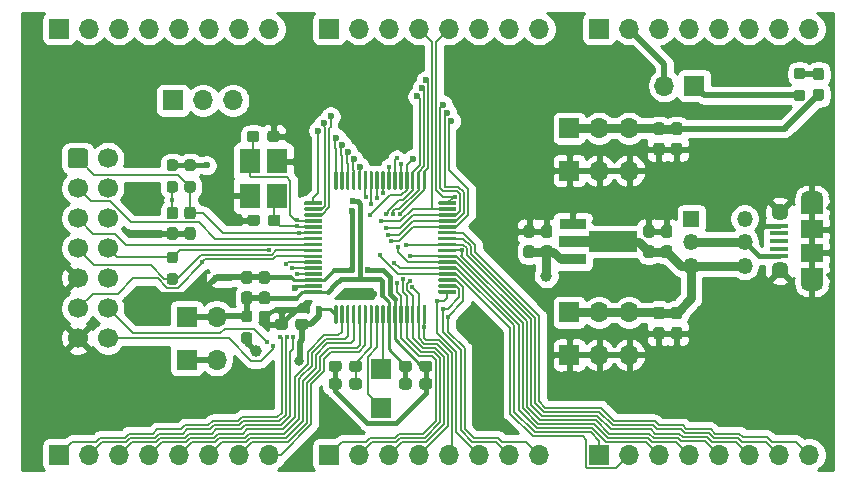
<source format=gtl>
G04 #@! TF.GenerationSoftware,KiCad,Pcbnew,(5.1.10)-1*
G04 #@! TF.CreationDate,2021-08-01T20:36:25+02:00*
G04 #@! TF.ProjectId,Msp-Board,4d73702d-426f-4617-9264-2e6b69636164,rev?*
G04 #@! TF.SameCoordinates,Original*
G04 #@! TF.FileFunction,Copper,L1,Top*
G04 #@! TF.FilePolarity,Positive*
%FSLAX46Y46*%
G04 Gerber Fmt 4.6, Leading zero omitted, Abs format (unit mm)*
G04 Created by KiCad (PCBNEW (5.1.10)-1) date 2021-08-01 20:36:25*
%MOMM*%
%LPD*%
G01*
G04 APERTURE LIST*
G04 #@! TA.AperFunction,EtchedComponent*
%ADD10C,0.100000*%
G04 #@! TD*
G04 #@! TA.AperFunction,SMDPad,CuDef*
%ADD11R,1.800000X2.100000*%
G04 #@! TD*
G04 #@! TA.AperFunction,ComponentPad*
%ADD12O,1.350000X1.350000*%
G04 #@! TD*
G04 #@! TA.AperFunction,ComponentPad*
%ADD13R,1.350000X1.350000*%
G04 #@! TD*
G04 #@! TA.AperFunction,ComponentPad*
%ADD14O,1.700000X1.700000*%
G04 #@! TD*
G04 #@! TA.AperFunction,ComponentPad*
%ADD15R,1.700000X1.700000*%
G04 #@! TD*
G04 #@! TA.AperFunction,SMDPad,CuDef*
%ADD16R,1.900000X1.500000*%
G04 #@! TD*
G04 #@! TA.AperFunction,ComponentPad*
%ADD17C,1.450000*%
G04 #@! TD*
G04 #@! TA.AperFunction,SMDPad,CuDef*
%ADD18R,1.550000X0.400000*%
G04 #@! TD*
G04 #@! TA.AperFunction,ComponentPad*
%ADD19O,1.900000X1.200000*%
G04 #@! TD*
G04 #@! TA.AperFunction,SMDPad,CuDef*
%ADD20R,1.900000X1.200000*%
G04 #@! TD*
G04 #@! TA.AperFunction,ComponentPad*
%ADD21C,0.600000*%
G04 #@! TD*
G04 #@! TA.AperFunction,SMDPad,CuDef*
%ADD22C,0.100000*%
G04 #@! TD*
G04 #@! TA.AperFunction,SMDPad,CuDef*
%ADD23R,2.300000X0.900000*%
G04 #@! TD*
G04 #@! TA.AperFunction,SMDPad,CuDef*
%ADD24R,1.800000X1.750000*%
G04 #@! TD*
G04 #@! TA.AperFunction,ComponentPad*
%ADD25C,1.700000*%
G04 #@! TD*
G04 #@! TA.AperFunction,ViaPad*
%ADD26C,0.600000*%
G04 #@! TD*
G04 #@! TA.AperFunction,ViaPad*
%ADD27C,1.000000*%
G04 #@! TD*
G04 #@! TA.AperFunction,ViaPad*
%ADD28C,0.400000*%
G04 #@! TD*
G04 #@! TA.AperFunction,ViaPad*
%ADD29C,0.800000*%
G04 #@! TD*
G04 #@! TA.AperFunction,Conductor*
%ADD30C,0.387000*%
G04 #@! TD*
G04 #@! TA.AperFunction,Conductor*
%ADD31C,0.254000*%
G04 #@! TD*
G04 #@! TA.AperFunction,Conductor*
%ADD32C,0.381000*%
G04 #@! TD*
G04 #@! TA.AperFunction,Conductor*
%ADD33C,0.508000*%
G04 #@! TD*
G04 #@! TA.AperFunction,Conductor*
%ADD34C,0.200000*%
G04 #@! TD*
G04 #@! TA.AperFunction,Conductor*
%ADD35C,0.750000*%
G04 #@! TD*
G04 #@! TA.AperFunction,Conductor*
%ADD36C,0.100000*%
G04 #@! TD*
G04 APERTURE END LIST*
D10*
G36*
X125100000Y-105750000D02*
G01*
X126300000Y-105750000D01*
X126300000Y-106350000D01*
X125100000Y-106350000D01*
X125100000Y-105750000D01*
G37*
D11*
X130250000Y-96200000D03*
X130250000Y-99100000D03*
X127950000Y-99100000D03*
X127950000Y-96200000D03*
D12*
X169850000Y-105050000D03*
X169850000Y-103050000D03*
X169850000Y-101050000D03*
D13*
X165350000Y-101050000D03*
D12*
X165350000Y-103050000D03*
X165350000Y-105050000D03*
D14*
X125140000Y-113000000D03*
D15*
X122600000Y-113000000D03*
D14*
X125140000Y-109350000D03*
D15*
X122600000Y-109350000D03*
G04 #@! TA.AperFunction,SMDPad,CuDef*
G36*
G01*
X142325000Y-115287500D02*
X142325000Y-114812500D01*
G75*
G02*
X142562500Y-114575000I237500J0D01*
G01*
X143162500Y-114575000D01*
G75*
G02*
X143400000Y-114812500I0J-237500D01*
G01*
X143400000Y-115287500D01*
G75*
G02*
X143162500Y-115525000I-237500J0D01*
G01*
X142562500Y-115525000D01*
G75*
G02*
X142325000Y-115287500I0J237500D01*
G01*
G37*
G04 #@! TD.AperFunction*
G04 #@! TA.AperFunction,SMDPad,CuDef*
G36*
G01*
X140600000Y-115287500D02*
X140600000Y-114812500D01*
G75*
G02*
X140837500Y-114575000I237500J0D01*
G01*
X141437500Y-114575000D01*
G75*
G02*
X141675000Y-114812500I0J-237500D01*
G01*
X141675000Y-115287500D01*
G75*
G02*
X141437500Y-115525000I-237500J0D01*
G01*
X140837500Y-115525000D01*
G75*
G02*
X140600000Y-115287500I0J237500D01*
G01*
G37*
G04 #@! TD.AperFunction*
G04 #@! TA.AperFunction,SMDPad,CuDef*
G36*
G01*
X135725000Y-113312500D02*
X135725000Y-113787500D01*
G75*
G02*
X135487500Y-114025000I-237500J0D01*
G01*
X134887500Y-114025000D01*
G75*
G02*
X134650000Y-113787500I0J237500D01*
G01*
X134650000Y-113312500D01*
G75*
G02*
X134887500Y-113075000I237500J0D01*
G01*
X135487500Y-113075000D01*
G75*
G02*
X135725000Y-113312500I0J-237500D01*
G01*
G37*
G04 #@! TD.AperFunction*
G04 #@! TA.AperFunction,SMDPad,CuDef*
G36*
G01*
X137450000Y-113312500D02*
X137450000Y-113787500D01*
G75*
G02*
X137212500Y-114025000I-237500J0D01*
G01*
X136612500Y-114025000D01*
G75*
G02*
X136375000Y-113787500I0J237500D01*
G01*
X136375000Y-113312500D01*
G75*
G02*
X136612500Y-113075000I237500J0D01*
G01*
X137212500Y-113075000D01*
G75*
G02*
X137450000Y-113312500I0J-237500D01*
G01*
G37*
G04 #@! TD.AperFunction*
G04 #@! TA.AperFunction,SMDPad,CuDef*
G36*
G01*
X135725000Y-114812500D02*
X135725000Y-115287500D01*
G75*
G02*
X135487500Y-115525000I-237500J0D01*
G01*
X134887500Y-115525000D01*
G75*
G02*
X134650000Y-115287500I0J237500D01*
G01*
X134650000Y-114812500D01*
G75*
G02*
X134887500Y-114575000I237500J0D01*
G01*
X135487500Y-114575000D01*
G75*
G02*
X135725000Y-114812500I0J-237500D01*
G01*
G37*
G04 #@! TD.AperFunction*
G04 #@! TA.AperFunction,SMDPad,CuDef*
G36*
G01*
X137450000Y-114812500D02*
X137450000Y-115287500D01*
G75*
G02*
X137212500Y-115525000I-237500J0D01*
G01*
X136612500Y-115525000D01*
G75*
G02*
X136375000Y-115287500I0J237500D01*
G01*
X136375000Y-114812500D01*
G75*
G02*
X136612500Y-114575000I237500J0D01*
G01*
X137212500Y-114575000D01*
G75*
G02*
X137450000Y-114812500I0J-237500D01*
G01*
G37*
G04 #@! TD.AperFunction*
D16*
X175547500Y-101950000D03*
D17*
X172847500Y-105400000D03*
D18*
X172760000Y-103600000D03*
X172760000Y-104250000D03*
X172760000Y-101650000D03*
X172760000Y-102300000D03*
X172760000Y-102950000D03*
D17*
X172847500Y-100500000D03*
D16*
X175547500Y-103950000D03*
D19*
X175547500Y-106550000D03*
X175547500Y-99350000D03*
D20*
X175547500Y-100050000D03*
X175547500Y-105850000D03*
G04 #@! TA.AperFunction,SMDPad,CuDef*
G36*
G01*
X174262500Y-90125000D02*
X174737500Y-90125000D01*
G75*
G02*
X174975000Y-90362500I0J-237500D01*
G01*
X174975000Y-90862500D01*
G75*
G02*
X174737500Y-91100000I-237500J0D01*
G01*
X174262500Y-91100000D01*
G75*
G02*
X174025000Y-90862500I0J237500D01*
G01*
X174025000Y-90362500D01*
G75*
G02*
X174262500Y-90125000I237500J0D01*
G01*
G37*
G04 #@! TD.AperFunction*
G04 #@! TA.AperFunction,SMDPad,CuDef*
G36*
G01*
X174262500Y-88300000D02*
X174737500Y-88300000D01*
G75*
G02*
X174975000Y-88537500I0J-237500D01*
G01*
X174975000Y-89037500D01*
G75*
G02*
X174737500Y-89275000I-237500J0D01*
G01*
X174262500Y-89275000D01*
G75*
G02*
X174025000Y-89037500I0J237500D01*
G01*
X174025000Y-88537500D01*
G75*
G02*
X174262500Y-88300000I237500J0D01*
G01*
G37*
G04 #@! TD.AperFunction*
D14*
X163060000Y-89800000D03*
D15*
X165600000Y-89800000D03*
G04 #@! TA.AperFunction,SMDPad,CuDef*
G36*
G01*
X175862500Y-90050000D02*
X176337500Y-90050000D01*
G75*
G02*
X176575000Y-90287500I0J-237500D01*
G01*
X176575000Y-90862500D01*
G75*
G02*
X176337500Y-91100000I-237500J0D01*
G01*
X175862500Y-91100000D01*
G75*
G02*
X175625000Y-90862500I0J237500D01*
G01*
X175625000Y-90287500D01*
G75*
G02*
X175862500Y-90050000I237500J0D01*
G01*
G37*
G04 #@! TD.AperFunction*
G04 #@! TA.AperFunction,SMDPad,CuDef*
G36*
G01*
X175862500Y-88300000D02*
X176337500Y-88300000D01*
G75*
G02*
X176575000Y-88537500I0J-237500D01*
G01*
X176575000Y-89112500D01*
G75*
G02*
X176337500Y-89350000I-237500J0D01*
G01*
X175862500Y-89350000D01*
G75*
G02*
X175625000Y-89112500I0J237500D01*
G01*
X175625000Y-88537500D01*
G75*
G02*
X175862500Y-88300000I237500J0D01*
G01*
G37*
G04 #@! TD.AperFunction*
D14*
X160080000Y-109000000D03*
X157540000Y-109000000D03*
D15*
X155000000Y-109000000D03*
G04 #@! TA.AperFunction,SMDPad,CuDef*
G36*
G01*
X162362500Y-94625000D02*
X162837500Y-94625000D01*
G75*
G02*
X163075000Y-94862500I0J-237500D01*
G01*
X163075000Y-95462500D01*
G75*
G02*
X162837500Y-95700000I-237500J0D01*
G01*
X162362500Y-95700000D01*
G75*
G02*
X162125000Y-95462500I0J237500D01*
G01*
X162125000Y-94862500D01*
G75*
G02*
X162362500Y-94625000I237500J0D01*
G01*
G37*
G04 #@! TD.AperFunction*
G04 #@! TA.AperFunction,SMDPad,CuDef*
G36*
G01*
X162362500Y-92900000D02*
X162837500Y-92900000D01*
G75*
G02*
X163075000Y-93137500I0J-237500D01*
G01*
X163075000Y-93737500D01*
G75*
G02*
X162837500Y-93975000I-237500J0D01*
G01*
X162362500Y-93975000D01*
G75*
G02*
X162125000Y-93737500I0J237500D01*
G01*
X162125000Y-93137500D01*
G75*
G02*
X162362500Y-92900000I237500J0D01*
G01*
G37*
G04 #@! TD.AperFunction*
G04 #@! TA.AperFunction,SMDPad,CuDef*
G36*
G01*
X162362500Y-110225000D02*
X162837500Y-110225000D01*
G75*
G02*
X163075000Y-110462500I0J-237500D01*
G01*
X163075000Y-111062500D01*
G75*
G02*
X162837500Y-111300000I-237500J0D01*
G01*
X162362500Y-111300000D01*
G75*
G02*
X162125000Y-111062500I0J237500D01*
G01*
X162125000Y-110462500D01*
G75*
G02*
X162362500Y-110225000I237500J0D01*
G01*
G37*
G04 #@! TD.AperFunction*
G04 #@! TA.AperFunction,SMDPad,CuDef*
G36*
G01*
X162362500Y-108500000D02*
X162837500Y-108500000D01*
G75*
G02*
X163075000Y-108737500I0J-237500D01*
G01*
X163075000Y-109337500D01*
G75*
G02*
X162837500Y-109575000I-237500J0D01*
G01*
X162362500Y-109575000D01*
G75*
G02*
X162125000Y-109337500I0J237500D01*
G01*
X162125000Y-108737500D01*
G75*
G02*
X162362500Y-108500000I237500J0D01*
G01*
G37*
G04 #@! TD.AperFunction*
G04 #@! TA.AperFunction,SMDPad,CuDef*
G36*
G01*
X163862500Y-94625000D02*
X164337500Y-94625000D01*
G75*
G02*
X164575000Y-94862500I0J-237500D01*
G01*
X164575000Y-95462500D01*
G75*
G02*
X164337500Y-95700000I-237500J0D01*
G01*
X163862500Y-95700000D01*
G75*
G02*
X163625000Y-95462500I0J237500D01*
G01*
X163625000Y-94862500D01*
G75*
G02*
X163862500Y-94625000I237500J0D01*
G01*
G37*
G04 #@! TD.AperFunction*
G04 #@! TA.AperFunction,SMDPad,CuDef*
G36*
G01*
X163862500Y-92900000D02*
X164337500Y-92900000D01*
G75*
G02*
X164575000Y-93137500I0J-237500D01*
G01*
X164575000Y-93737500D01*
G75*
G02*
X164337500Y-93975000I-237500J0D01*
G01*
X163862500Y-93975000D01*
G75*
G02*
X163625000Y-93737500I0J237500D01*
G01*
X163625000Y-93137500D01*
G75*
G02*
X163862500Y-92900000I237500J0D01*
G01*
G37*
G04 #@! TD.AperFunction*
G04 #@! TA.AperFunction,SMDPad,CuDef*
G36*
G01*
X163862500Y-110225000D02*
X164337500Y-110225000D01*
G75*
G02*
X164575000Y-110462500I0J-237500D01*
G01*
X164575000Y-111062500D01*
G75*
G02*
X164337500Y-111300000I-237500J0D01*
G01*
X163862500Y-111300000D01*
G75*
G02*
X163625000Y-111062500I0J237500D01*
G01*
X163625000Y-110462500D01*
G75*
G02*
X163862500Y-110225000I237500J0D01*
G01*
G37*
G04 #@! TD.AperFunction*
G04 #@! TA.AperFunction,SMDPad,CuDef*
G36*
G01*
X163862500Y-108500000D02*
X164337500Y-108500000D01*
G75*
G02*
X164575000Y-108737500I0J-237500D01*
G01*
X164575000Y-109337500D01*
G75*
G02*
X164337500Y-109575000I-237500J0D01*
G01*
X163862500Y-109575000D01*
G75*
G02*
X163625000Y-109337500I0J237500D01*
G01*
X163625000Y-108737500D01*
G75*
G02*
X163862500Y-108500000I237500J0D01*
G01*
G37*
G04 #@! TD.AperFunction*
D14*
X160080000Y-112600000D03*
X157540000Y-112600000D03*
D15*
X155000000Y-112600000D03*
D14*
X160080000Y-97000000D03*
X157540000Y-97000000D03*
D15*
X155000000Y-97000000D03*
D14*
X160080000Y-93400000D03*
X157540000Y-93400000D03*
D15*
X155000000Y-93400000D03*
D21*
X126300000Y-106050000D03*
X125100000Y-106050000D03*
G04 #@! TA.AperFunction,SMDPad,CuDef*
D22*
G36*
X160762500Y-103866500D02*
G01*
X156637500Y-103866500D01*
X156637500Y-103450000D01*
X154162500Y-103450000D01*
X154162500Y-102550000D01*
X156637500Y-102550000D01*
X156637500Y-102133500D01*
X160762500Y-102133500D01*
X160762500Y-103866500D01*
G37*
G04 #@! TD.AperFunction*
D23*
X155312500Y-104500000D03*
X155312500Y-101500000D03*
G04 #@! TA.AperFunction,SMDPad,CuDef*
G36*
G01*
X127937500Y-109825000D02*
X127462500Y-109825000D01*
G75*
G02*
X127225000Y-109587500I0J237500D01*
G01*
X127225000Y-109087500D01*
G75*
G02*
X127462500Y-108850000I237500J0D01*
G01*
X127937500Y-108850000D01*
G75*
G02*
X128175000Y-109087500I0J-237500D01*
G01*
X128175000Y-109587500D01*
G75*
G02*
X127937500Y-109825000I-237500J0D01*
G01*
G37*
G04 #@! TD.AperFunction*
G04 #@! TA.AperFunction,SMDPad,CuDef*
G36*
G01*
X127937500Y-111650000D02*
X127462500Y-111650000D01*
G75*
G02*
X127225000Y-111412500I0J237500D01*
G01*
X127225000Y-110912500D01*
G75*
G02*
X127462500Y-110675000I237500J0D01*
G01*
X127937500Y-110675000D01*
G75*
G02*
X128175000Y-110912500I0J-237500D01*
G01*
X128175000Y-111412500D01*
G75*
G02*
X127937500Y-111650000I-237500J0D01*
G01*
G37*
G04 #@! TD.AperFunction*
G04 #@! TA.AperFunction,SMDPad,CuDef*
G36*
G01*
X142325000Y-113787500D02*
X142325000Y-113312500D01*
G75*
G02*
X142562500Y-113075000I237500J0D01*
G01*
X143162500Y-113075000D01*
G75*
G02*
X143400000Y-113312500I0J-237500D01*
G01*
X143400000Y-113787500D01*
G75*
G02*
X143162500Y-114025000I-237500J0D01*
G01*
X142562500Y-114025000D01*
G75*
G02*
X142325000Y-113787500I0J237500D01*
G01*
G37*
G04 #@! TD.AperFunction*
G04 #@! TA.AperFunction,SMDPad,CuDef*
G36*
G01*
X140600000Y-113787500D02*
X140600000Y-113312500D01*
G75*
G02*
X140837500Y-113075000I237500J0D01*
G01*
X141437500Y-113075000D01*
G75*
G02*
X141675000Y-113312500I0J-237500D01*
G01*
X141675000Y-113787500D01*
G75*
G02*
X141437500Y-114025000I-237500J0D01*
G01*
X140837500Y-114025000D01*
G75*
G02*
X140600000Y-113787500I0J237500D01*
G01*
G37*
G04 #@! TD.AperFunction*
G04 #@! TA.AperFunction,SMDPad,CuDef*
G36*
G01*
X127937500Y-106575000D02*
X127462500Y-106575000D01*
G75*
G02*
X127225000Y-106337500I0J237500D01*
G01*
X127225000Y-105737500D01*
G75*
G02*
X127462500Y-105500000I237500J0D01*
G01*
X127937500Y-105500000D01*
G75*
G02*
X128175000Y-105737500I0J-237500D01*
G01*
X128175000Y-106337500D01*
G75*
G02*
X127937500Y-106575000I-237500J0D01*
G01*
G37*
G04 #@! TD.AperFunction*
G04 #@! TA.AperFunction,SMDPad,CuDef*
G36*
G01*
X127937500Y-108300000D02*
X127462500Y-108300000D01*
G75*
G02*
X127225000Y-108062500I0J237500D01*
G01*
X127225000Y-107462500D01*
G75*
G02*
X127462500Y-107225000I237500J0D01*
G01*
X127937500Y-107225000D01*
G75*
G02*
X128175000Y-107462500I0J-237500D01*
G01*
X128175000Y-108062500D01*
G75*
G02*
X127937500Y-108300000I-237500J0D01*
G01*
G37*
G04 #@! TD.AperFunction*
G04 #@! TA.AperFunction,SMDPad,CuDef*
G36*
G01*
X153337500Y-102675000D02*
X152862500Y-102675000D01*
G75*
G02*
X152625000Y-102437500I0J237500D01*
G01*
X152625000Y-101837500D01*
G75*
G02*
X152862500Y-101600000I237500J0D01*
G01*
X153337500Y-101600000D01*
G75*
G02*
X153575000Y-101837500I0J-237500D01*
G01*
X153575000Y-102437500D01*
G75*
G02*
X153337500Y-102675000I-237500J0D01*
G01*
G37*
G04 #@! TD.AperFunction*
G04 #@! TA.AperFunction,SMDPad,CuDef*
G36*
G01*
X153337500Y-104400000D02*
X152862500Y-104400000D01*
G75*
G02*
X152625000Y-104162500I0J237500D01*
G01*
X152625000Y-103562500D01*
G75*
G02*
X152862500Y-103325000I237500J0D01*
G01*
X153337500Y-103325000D01*
G75*
G02*
X153575000Y-103562500I0J-237500D01*
G01*
X153575000Y-104162500D01*
G75*
G02*
X153337500Y-104400000I-237500J0D01*
G01*
G37*
G04 #@! TD.AperFunction*
G04 #@! TA.AperFunction,SMDPad,CuDef*
G36*
G01*
X151837500Y-102675000D02*
X151362500Y-102675000D01*
G75*
G02*
X151125000Y-102437500I0J237500D01*
G01*
X151125000Y-101837500D01*
G75*
G02*
X151362500Y-101600000I237500J0D01*
G01*
X151837500Y-101600000D01*
G75*
G02*
X152075000Y-101837500I0J-237500D01*
G01*
X152075000Y-102437500D01*
G75*
G02*
X151837500Y-102675000I-237500J0D01*
G01*
G37*
G04 #@! TD.AperFunction*
G04 #@! TA.AperFunction,SMDPad,CuDef*
G36*
G01*
X151837500Y-104400000D02*
X151362500Y-104400000D01*
G75*
G02*
X151125000Y-104162500I0J237500D01*
G01*
X151125000Y-103562500D01*
G75*
G02*
X151362500Y-103325000I237500J0D01*
G01*
X151837500Y-103325000D01*
G75*
G02*
X152075000Y-103562500I0J-237500D01*
G01*
X152075000Y-104162500D01*
G75*
G02*
X151837500Y-104400000I-237500J0D01*
G01*
G37*
G04 #@! TD.AperFunction*
G04 #@! TA.AperFunction,SMDPad,CuDef*
G36*
G01*
X161987500Y-102675000D02*
X161512500Y-102675000D01*
G75*
G02*
X161275000Y-102437500I0J237500D01*
G01*
X161275000Y-101837500D01*
G75*
G02*
X161512500Y-101600000I237500J0D01*
G01*
X161987500Y-101600000D01*
G75*
G02*
X162225000Y-101837500I0J-237500D01*
G01*
X162225000Y-102437500D01*
G75*
G02*
X161987500Y-102675000I-237500J0D01*
G01*
G37*
G04 #@! TD.AperFunction*
G04 #@! TA.AperFunction,SMDPad,CuDef*
G36*
G01*
X161987500Y-104400000D02*
X161512500Y-104400000D01*
G75*
G02*
X161275000Y-104162500I0J237500D01*
G01*
X161275000Y-103562500D01*
G75*
G02*
X161512500Y-103325000I237500J0D01*
G01*
X161987500Y-103325000D01*
G75*
G02*
X162225000Y-103562500I0J-237500D01*
G01*
X162225000Y-104162500D01*
G75*
G02*
X161987500Y-104400000I-237500J0D01*
G01*
G37*
G04 #@! TD.AperFunction*
G04 #@! TA.AperFunction,SMDPad,CuDef*
G36*
G01*
X163487500Y-102675000D02*
X163012500Y-102675000D01*
G75*
G02*
X162775000Y-102437500I0J237500D01*
G01*
X162775000Y-101837500D01*
G75*
G02*
X163012500Y-101600000I237500J0D01*
G01*
X163487500Y-101600000D01*
G75*
G02*
X163725000Y-101837500I0J-237500D01*
G01*
X163725000Y-102437500D01*
G75*
G02*
X163487500Y-102675000I-237500J0D01*
G01*
G37*
G04 #@! TD.AperFunction*
G04 #@! TA.AperFunction,SMDPad,CuDef*
G36*
G01*
X163487500Y-104400000D02*
X163012500Y-104400000D01*
G75*
G02*
X162775000Y-104162500I0J237500D01*
G01*
X162775000Y-103562500D01*
G75*
G02*
X163012500Y-103325000I237500J0D01*
G01*
X163487500Y-103325000D01*
G75*
G02*
X163725000Y-103562500I0J-237500D01*
G01*
X163725000Y-104162500D01*
G75*
G02*
X163487500Y-104400000I-237500J0D01*
G01*
G37*
G04 #@! TD.AperFunction*
D24*
X139100000Y-117075000D03*
X139100000Y-113825000D03*
G04 #@! TA.AperFunction,SMDPad,CuDef*
G36*
G01*
X129425000Y-94337500D02*
X129425000Y-93862500D01*
G75*
G02*
X129662500Y-93625000I237500J0D01*
G01*
X130262500Y-93625000D01*
G75*
G02*
X130500000Y-93862500I0J-237500D01*
G01*
X130500000Y-94337500D01*
G75*
G02*
X130262500Y-94575000I-237500J0D01*
G01*
X129662500Y-94575000D01*
G75*
G02*
X129425000Y-94337500I0J237500D01*
G01*
G37*
G04 #@! TD.AperFunction*
G04 #@! TA.AperFunction,SMDPad,CuDef*
G36*
G01*
X127700000Y-94337500D02*
X127700000Y-93862500D01*
G75*
G02*
X127937500Y-93625000I237500J0D01*
G01*
X128537500Y-93625000D01*
G75*
G02*
X128775000Y-93862500I0J-237500D01*
G01*
X128775000Y-94337500D01*
G75*
G02*
X128537500Y-94575000I-237500J0D01*
G01*
X127937500Y-94575000D01*
G75*
G02*
X127700000Y-94337500I0J237500D01*
G01*
G37*
G04 #@! TD.AperFunction*
G04 #@! TA.AperFunction,SMDPad,CuDef*
G36*
G01*
X128825000Y-100962500D02*
X128825000Y-101437500D01*
G75*
G02*
X128587500Y-101675000I-237500J0D01*
G01*
X127987500Y-101675000D01*
G75*
G02*
X127750000Y-101437500I0J237500D01*
G01*
X127750000Y-100962500D01*
G75*
G02*
X127987500Y-100725000I237500J0D01*
G01*
X128587500Y-100725000D01*
G75*
G02*
X128825000Y-100962500I0J-237500D01*
G01*
G37*
G04 #@! TD.AperFunction*
G04 #@! TA.AperFunction,SMDPad,CuDef*
G36*
G01*
X130550000Y-100962500D02*
X130550000Y-101437500D01*
G75*
G02*
X130312500Y-101675000I-237500J0D01*
G01*
X129712500Y-101675000D01*
G75*
G02*
X129475000Y-101437500I0J237500D01*
G01*
X129475000Y-100962500D01*
G75*
G02*
X129712500Y-100725000I237500J0D01*
G01*
X130312500Y-100725000D01*
G75*
G02*
X130550000Y-100962500I0J-237500D01*
G01*
G37*
G04 #@! TD.AperFunction*
D14*
X129590000Y-121053000D03*
X127050000Y-121053000D03*
X124510000Y-121053000D03*
X121970000Y-121053000D03*
X119430000Y-121053000D03*
X116890000Y-121053000D03*
X114350000Y-121053000D03*
D15*
X111810000Y-121053000D03*
D14*
X129590000Y-84985000D03*
X127050000Y-84985000D03*
X124510000Y-84985000D03*
X121970000Y-84985000D03*
X119430000Y-84985000D03*
X116890000Y-84985000D03*
X114350000Y-84985000D03*
D15*
X111810000Y-84985000D03*
D14*
X175310000Y-84985000D03*
X172770000Y-84985000D03*
X170230000Y-84985000D03*
X167690000Y-84985000D03*
X165150000Y-84985000D03*
X162610000Y-84985000D03*
X160070000Y-84985000D03*
D15*
X157530000Y-84985000D03*
D14*
X152450000Y-84985000D03*
X149910000Y-84985000D03*
X147370000Y-84985000D03*
X144830000Y-84985000D03*
X142290000Y-84985000D03*
X139750000Y-84985000D03*
X137210000Y-84985000D03*
D15*
X134670000Y-84985000D03*
D14*
X175310000Y-121053000D03*
X172770000Y-121053000D03*
X170230000Y-121053000D03*
X167690000Y-121053000D03*
X165150000Y-121053000D03*
X162610000Y-121053000D03*
X160070000Y-121053000D03*
D15*
X157530000Y-121053000D03*
D14*
X152450000Y-121053000D03*
X149910000Y-121053000D03*
X147370000Y-121053000D03*
X144830000Y-121053000D03*
X142290000Y-121053000D03*
X139750000Y-121053000D03*
X137210000Y-121053000D03*
D15*
X134670000Y-121053000D03*
G04 #@! TA.AperFunction,SMDPad,CuDef*
G36*
G01*
X129437500Y-106575000D02*
X128962500Y-106575000D01*
G75*
G02*
X128725000Y-106337500I0J237500D01*
G01*
X128725000Y-105737500D01*
G75*
G02*
X128962500Y-105500000I237500J0D01*
G01*
X129437500Y-105500000D01*
G75*
G02*
X129675000Y-105737500I0J-237500D01*
G01*
X129675000Y-106337500D01*
G75*
G02*
X129437500Y-106575000I-237500J0D01*
G01*
G37*
G04 #@! TD.AperFunction*
G04 #@! TA.AperFunction,SMDPad,CuDef*
G36*
G01*
X129437500Y-108300000D02*
X128962500Y-108300000D01*
G75*
G02*
X128725000Y-108062500I0J237500D01*
G01*
X128725000Y-107462500D01*
G75*
G02*
X128962500Y-107225000I237500J0D01*
G01*
X129437500Y-107225000D01*
G75*
G02*
X129675000Y-107462500I0J-237500D01*
G01*
X129675000Y-108062500D01*
G75*
G02*
X129437500Y-108300000I-237500J0D01*
G01*
G37*
G04 #@! TD.AperFunction*
G04 #@! TA.AperFunction,SMDPad,CuDef*
G36*
G01*
X131175000Y-109762500D02*
X131175000Y-110237500D01*
G75*
G02*
X130937500Y-110475000I-237500J0D01*
G01*
X130337500Y-110475000D01*
G75*
G02*
X130100000Y-110237500I0J237500D01*
G01*
X130100000Y-109762500D01*
G75*
G02*
X130337500Y-109525000I237500J0D01*
G01*
X130937500Y-109525000D01*
G75*
G02*
X131175000Y-109762500I0J-237500D01*
G01*
G37*
G04 #@! TD.AperFunction*
G04 #@! TA.AperFunction,SMDPad,CuDef*
G36*
G01*
X132900000Y-109762500D02*
X132900000Y-110237500D01*
G75*
G02*
X132662500Y-110475000I-237500J0D01*
G01*
X132062500Y-110475000D01*
G75*
G02*
X131825000Y-110237500I0J237500D01*
G01*
X131825000Y-109762500D01*
G75*
G02*
X132062500Y-109525000I237500J0D01*
G01*
X132662500Y-109525000D01*
G75*
G02*
X132900000Y-109762500I0J-237500D01*
G01*
G37*
G04 #@! TD.AperFunction*
G04 #@! TA.AperFunction,SMDPad,CuDef*
G36*
G01*
X134025000Y-107400000D02*
X132625000Y-107400000D01*
G75*
G02*
X132550000Y-107325000I0J75000D01*
G01*
X132550000Y-107175000D01*
G75*
G02*
X132625000Y-107100000I75000J0D01*
G01*
X134025000Y-107100000D01*
G75*
G02*
X134100000Y-107175000I0J-75000D01*
G01*
X134100000Y-107325000D01*
G75*
G02*
X134025000Y-107400000I-75000J0D01*
G01*
G37*
G04 #@! TD.AperFunction*
G04 #@! TA.AperFunction,SMDPad,CuDef*
G36*
G01*
X134025000Y-106900000D02*
X132625000Y-106900000D01*
G75*
G02*
X132550000Y-106825000I0J75000D01*
G01*
X132550000Y-106675000D01*
G75*
G02*
X132625000Y-106600000I75000J0D01*
G01*
X134025000Y-106600000D01*
G75*
G02*
X134100000Y-106675000I0J-75000D01*
G01*
X134100000Y-106825000D01*
G75*
G02*
X134025000Y-106900000I-75000J0D01*
G01*
G37*
G04 #@! TD.AperFunction*
G04 #@! TA.AperFunction,SMDPad,CuDef*
G36*
G01*
X134025000Y-106400000D02*
X132625000Y-106400000D01*
G75*
G02*
X132550000Y-106325000I0J75000D01*
G01*
X132550000Y-106175000D01*
G75*
G02*
X132625000Y-106100000I75000J0D01*
G01*
X134025000Y-106100000D01*
G75*
G02*
X134100000Y-106175000I0J-75000D01*
G01*
X134100000Y-106325000D01*
G75*
G02*
X134025000Y-106400000I-75000J0D01*
G01*
G37*
G04 #@! TD.AperFunction*
G04 #@! TA.AperFunction,SMDPad,CuDef*
G36*
G01*
X134025000Y-105900000D02*
X132625000Y-105900000D01*
G75*
G02*
X132550000Y-105825000I0J75000D01*
G01*
X132550000Y-105675000D01*
G75*
G02*
X132625000Y-105600000I75000J0D01*
G01*
X134025000Y-105600000D01*
G75*
G02*
X134100000Y-105675000I0J-75000D01*
G01*
X134100000Y-105825000D01*
G75*
G02*
X134025000Y-105900000I-75000J0D01*
G01*
G37*
G04 #@! TD.AperFunction*
G04 #@! TA.AperFunction,SMDPad,CuDef*
G36*
G01*
X134025000Y-105400000D02*
X132625000Y-105400000D01*
G75*
G02*
X132550000Y-105325000I0J75000D01*
G01*
X132550000Y-105175000D01*
G75*
G02*
X132625000Y-105100000I75000J0D01*
G01*
X134025000Y-105100000D01*
G75*
G02*
X134100000Y-105175000I0J-75000D01*
G01*
X134100000Y-105325000D01*
G75*
G02*
X134025000Y-105400000I-75000J0D01*
G01*
G37*
G04 #@! TD.AperFunction*
G04 #@! TA.AperFunction,SMDPad,CuDef*
G36*
G01*
X134025000Y-104900000D02*
X132625000Y-104900000D01*
G75*
G02*
X132550000Y-104825000I0J75000D01*
G01*
X132550000Y-104675000D01*
G75*
G02*
X132625000Y-104600000I75000J0D01*
G01*
X134025000Y-104600000D01*
G75*
G02*
X134100000Y-104675000I0J-75000D01*
G01*
X134100000Y-104825000D01*
G75*
G02*
X134025000Y-104900000I-75000J0D01*
G01*
G37*
G04 #@! TD.AperFunction*
G04 #@! TA.AperFunction,SMDPad,CuDef*
G36*
G01*
X134025000Y-104400000D02*
X132625000Y-104400000D01*
G75*
G02*
X132550000Y-104325000I0J75000D01*
G01*
X132550000Y-104175000D01*
G75*
G02*
X132625000Y-104100000I75000J0D01*
G01*
X134025000Y-104100000D01*
G75*
G02*
X134100000Y-104175000I0J-75000D01*
G01*
X134100000Y-104325000D01*
G75*
G02*
X134025000Y-104400000I-75000J0D01*
G01*
G37*
G04 #@! TD.AperFunction*
G04 #@! TA.AperFunction,SMDPad,CuDef*
G36*
G01*
X134025000Y-103900000D02*
X132625000Y-103900000D01*
G75*
G02*
X132550000Y-103825000I0J75000D01*
G01*
X132550000Y-103675000D01*
G75*
G02*
X132625000Y-103600000I75000J0D01*
G01*
X134025000Y-103600000D01*
G75*
G02*
X134100000Y-103675000I0J-75000D01*
G01*
X134100000Y-103825000D01*
G75*
G02*
X134025000Y-103900000I-75000J0D01*
G01*
G37*
G04 #@! TD.AperFunction*
G04 #@! TA.AperFunction,SMDPad,CuDef*
G36*
G01*
X134025000Y-103400000D02*
X132625000Y-103400000D01*
G75*
G02*
X132550000Y-103325000I0J75000D01*
G01*
X132550000Y-103175000D01*
G75*
G02*
X132625000Y-103100000I75000J0D01*
G01*
X134025000Y-103100000D01*
G75*
G02*
X134100000Y-103175000I0J-75000D01*
G01*
X134100000Y-103325000D01*
G75*
G02*
X134025000Y-103400000I-75000J0D01*
G01*
G37*
G04 #@! TD.AperFunction*
G04 #@! TA.AperFunction,SMDPad,CuDef*
G36*
G01*
X134025000Y-102900000D02*
X132625000Y-102900000D01*
G75*
G02*
X132550000Y-102825000I0J75000D01*
G01*
X132550000Y-102675000D01*
G75*
G02*
X132625000Y-102600000I75000J0D01*
G01*
X134025000Y-102600000D01*
G75*
G02*
X134100000Y-102675000I0J-75000D01*
G01*
X134100000Y-102825000D01*
G75*
G02*
X134025000Y-102900000I-75000J0D01*
G01*
G37*
G04 #@! TD.AperFunction*
G04 #@! TA.AperFunction,SMDPad,CuDef*
G36*
G01*
X134025000Y-102400000D02*
X132625000Y-102400000D01*
G75*
G02*
X132550000Y-102325000I0J75000D01*
G01*
X132550000Y-102175000D01*
G75*
G02*
X132625000Y-102100000I75000J0D01*
G01*
X134025000Y-102100000D01*
G75*
G02*
X134100000Y-102175000I0J-75000D01*
G01*
X134100000Y-102325000D01*
G75*
G02*
X134025000Y-102400000I-75000J0D01*
G01*
G37*
G04 #@! TD.AperFunction*
G04 #@! TA.AperFunction,SMDPad,CuDef*
G36*
G01*
X134025000Y-101900000D02*
X132625000Y-101900000D01*
G75*
G02*
X132550000Y-101825000I0J75000D01*
G01*
X132550000Y-101675000D01*
G75*
G02*
X132625000Y-101600000I75000J0D01*
G01*
X134025000Y-101600000D01*
G75*
G02*
X134100000Y-101675000I0J-75000D01*
G01*
X134100000Y-101825000D01*
G75*
G02*
X134025000Y-101900000I-75000J0D01*
G01*
G37*
G04 #@! TD.AperFunction*
G04 #@! TA.AperFunction,SMDPad,CuDef*
G36*
G01*
X134025000Y-101400000D02*
X132625000Y-101400000D01*
G75*
G02*
X132550000Y-101325000I0J75000D01*
G01*
X132550000Y-101175000D01*
G75*
G02*
X132625000Y-101100000I75000J0D01*
G01*
X134025000Y-101100000D01*
G75*
G02*
X134100000Y-101175000I0J-75000D01*
G01*
X134100000Y-101325000D01*
G75*
G02*
X134025000Y-101400000I-75000J0D01*
G01*
G37*
G04 #@! TD.AperFunction*
G04 #@! TA.AperFunction,SMDPad,CuDef*
G36*
G01*
X134025000Y-100900000D02*
X132625000Y-100900000D01*
G75*
G02*
X132550000Y-100825000I0J75000D01*
G01*
X132550000Y-100675000D01*
G75*
G02*
X132625000Y-100600000I75000J0D01*
G01*
X134025000Y-100600000D01*
G75*
G02*
X134100000Y-100675000I0J-75000D01*
G01*
X134100000Y-100825000D01*
G75*
G02*
X134025000Y-100900000I-75000J0D01*
G01*
G37*
G04 #@! TD.AperFunction*
G04 #@! TA.AperFunction,SMDPad,CuDef*
G36*
G01*
X134025000Y-100400000D02*
X132625000Y-100400000D01*
G75*
G02*
X132550000Y-100325000I0J75000D01*
G01*
X132550000Y-100175000D01*
G75*
G02*
X132625000Y-100100000I75000J0D01*
G01*
X134025000Y-100100000D01*
G75*
G02*
X134100000Y-100175000I0J-75000D01*
G01*
X134100000Y-100325000D01*
G75*
G02*
X134025000Y-100400000I-75000J0D01*
G01*
G37*
G04 #@! TD.AperFunction*
G04 #@! TA.AperFunction,SMDPad,CuDef*
G36*
G01*
X134025000Y-99900000D02*
X132625000Y-99900000D01*
G75*
G02*
X132550000Y-99825000I0J75000D01*
G01*
X132550000Y-99675000D01*
G75*
G02*
X132625000Y-99600000I75000J0D01*
G01*
X134025000Y-99600000D01*
G75*
G02*
X134100000Y-99675000I0J-75000D01*
G01*
X134100000Y-99825000D01*
G75*
G02*
X134025000Y-99900000I-75000J0D01*
G01*
G37*
G04 #@! TD.AperFunction*
G04 #@! TA.AperFunction,SMDPad,CuDef*
G36*
G01*
X135325000Y-98600000D02*
X135175000Y-98600000D01*
G75*
G02*
X135100000Y-98525000I0J75000D01*
G01*
X135100000Y-97125000D01*
G75*
G02*
X135175000Y-97050000I75000J0D01*
G01*
X135325000Y-97050000D01*
G75*
G02*
X135400000Y-97125000I0J-75000D01*
G01*
X135400000Y-98525000D01*
G75*
G02*
X135325000Y-98600000I-75000J0D01*
G01*
G37*
G04 #@! TD.AperFunction*
G04 #@! TA.AperFunction,SMDPad,CuDef*
G36*
G01*
X135825000Y-98600000D02*
X135675000Y-98600000D01*
G75*
G02*
X135600000Y-98525000I0J75000D01*
G01*
X135600000Y-97125000D01*
G75*
G02*
X135675000Y-97050000I75000J0D01*
G01*
X135825000Y-97050000D01*
G75*
G02*
X135900000Y-97125000I0J-75000D01*
G01*
X135900000Y-98525000D01*
G75*
G02*
X135825000Y-98600000I-75000J0D01*
G01*
G37*
G04 #@! TD.AperFunction*
G04 #@! TA.AperFunction,SMDPad,CuDef*
G36*
G01*
X136325000Y-98600000D02*
X136175000Y-98600000D01*
G75*
G02*
X136100000Y-98525000I0J75000D01*
G01*
X136100000Y-97125000D01*
G75*
G02*
X136175000Y-97050000I75000J0D01*
G01*
X136325000Y-97050000D01*
G75*
G02*
X136400000Y-97125000I0J-75000D01*
G01*
X136400000Y-98525000D01*
G75*
G02*
X136325000Y-98600000I-75000J0D01*
G01*
G37*
G04 #@! TD.AperFunction*
G04 #@! TA.AperFunction,SMDPad,CuDef*
G36*
G01*
X136825000Y-98600000D02*
X136675000Y-98600000D01*
G75*
G02*
X136600000Y-98525000I0J75000D01*
G01*
X136600000Y-97125000D01*
G75*
G02*
X136675000Y-97050000I75000J0D01*
G01*
X136825000Y-97050000D01*
G75*
G02*
X136900000Y-97125000I0J-75000D01*
G01*
X136900000Y-98525000D01*
G75*
G02*
X136825000Y-98600000I-75000J0D01*
G01*
G37*
G04 #@! TD.AperFunction*
G04 #@! TA.AperFunction,SMDPad,CuDef*
G36*
G01*
X137325000Y-98600000D02*
X137175000Y-98600000D01*
G75*
G02*
X137100000Y-98525000I0J75000D01*
G01*
X137100000Y-97125000D01*
G75*
G02*
X137175000Y-97050000I75000J0D01*
G01*
X137325000Y-97050000D01*
G75*
G02*
X137400000Y-97125000I0J-75000D01*
G01*
X137400000Y-98525000D01*
G75*
G02*
X137325000Y-98600000I-75000J0D01*
G01*
G37*
G04 #@! TD.AperFunction*
G04 #@! TA.AperFunction,SMDPad,CuDef*
G36*
G01*
X137825000Y-98600000D02*
X137675000Y-98600000D01*
G75*
G02*
X137600000Y-98525000I0J75000D01*
G01*
X137600000Y-97125000D01*
G75*
G02*
X137675000Y-97050000I75000J0D01*
G01*
X137825000Y-97050000D01*
G75*
G02*
X137900000Y-97125000I0J-75000D01*
G01*
X137900000Y-98525000D01*
G75*
G02*
X137825000Y-98600000I-75000J0D01*
G01*
G37*
G04 #@! TD.AperFunction*
G04 #@! TA.AperFunction,SMDPad,CuDef*
G36*
G01*
X138325000Y-98600000D02*
X138175000Y-98600000D01*
G75*
G02*
X138100000Y-98525000I0J75000D01*
G01*
X138100000Y-97125000D01*
G75*
G02*
X138175000Y-97050000I75000J0D01*
G01*
X138325000Y-97050000D01*
G75*
G02*
X138400000Y-97125000I0J-75000D01*
G01*
X138400000Y-98525000D01*
G75*
G02*
X138325000Y-98600000I-75000J0D01*
G01*
G37*
G04 #@! TD.AperFunction*
G04 #@! TA.AperFunction,SMDPad,CuDef*
G36*
G01*
X138825000Y-98600000D02*
X138675000Y-98600000D01*
G75*
G02*
X138600000Y-98525000I0J75000D01*
G01*
X138600000Y-97125000D01*
G75*
G02*
X138675000Y-97050000I75000J0D01*
G01*
X138825000Y-97050000D01*
G75*
G02*
X138900000Y-97125000I0J-75000D01*
G01*
X138900000Y-98525000D01*
G75*
G02*
X138825000Y-98600000I-75000J0D01*
G01*
G37*
G04 #@! TD.AperFunction*
G04 #@! TA.AperFunction,SMDPad,CuDef*
G36*
G01*
X139325000Y-98600000D02*
X139175000Y-98600000D01*
G75*
G02*
X139100000Y-98525000I0J75000D01*
G01*
X139100000Y-97125000D01*
G75*
G02*
X139175000Y-97050000I75000J0D01*
G01*
X139325000Y-97050000D01*
G75*
G02*
X139400000Y-97125000I0J-75000D01*
G01*
X139400000Y-98525000D01*
G75*
G02*
X139325000Y-98600000I-75000J0D01*
G01*
G37*
G04 #@! TD.AperFunction*
G04 #@! TA.AperFunction,SMDPad,CuDef*
G36*
G01*
X139825000Y-98600000D02*
X139675000Y-98600000D01*
G75*
G02*
X139600000Y-98525000I0J75000D01*
G01*
X139600000Y-97125000D01*
G75*
G02*
X139675000Y-97050000I75000J0D01*
G01*
X139825000Y-97050000D01*
G75*
G02*
X139900000Y-97125000I0J-75000D01*
G01*
X139900000Y-98525000D01*
G75*
G02*
X139825000Y-98600000I-75000J0D01*
G01*
G37*
G04 #@! TD.AperFunction*
G04 #@! TA.AperFunction,SMDPad,CuDef*
G36*
G01*
X140325000Y-98600000D02*
X140175000Y-98600000D01*
G75*
G02*
X140100000Y-98525000I0J75000D01*
G01*
X140100000Y-97125000D01*
G75*
G02*
X140175000Y-97050000I75000J0D01*
G01*
X140325000Y-97050000D01*
G75*
G02*
X140400000Y-97125000I0J-75000D01*
G01*
X140400000Y-98525000D01*
G75*
G02*
X140325000Y-98600000I-75000J0D01*
G01*
G37*
G04 #@! TD.AperFunction*
G04 #@! TA.AperFunction,SMDPad,CuDef*
G36*
G01*
X140825000Y-98600000D02*
X140675000Y-98600000D01*
G75*
G02*
X140600000Y-98525000I0J75000D01*
G01*
X140600000Y-97125000D01*
G75*
G02*
X140675000Y-97050000I75000J0D01*
G01*
X140825000Y-97050000D01*
G75*
G02*
X140900000Y-97125000I0J-75000D01*
G01*
X140900000Y-98525000D01*
G75*
G02*
X140825000Y-98600000I-75000J0D01*
G01*
G37*
G04 #@! TD.AperFunction*
G04 #@! TA.AperFunction,SMDPad,CuDef*
G36*
G01*
X141325000Y-98600000D02*
X141175000Y-98600000D01*
G75*
G02*
X141100000Y-98525000I0J75000D01*
G01*
X141100000Y-97125000D01*
G75*
G02*
X141175000Y-97050000I75000J0D01*
G01*
X141325000Y-97050000D01*
G75*
G02*
X141400000Y-97125000I0J-75000D01*
G01*
X141400000Y-98525000D01*
G75*
G02*
X141325000Y-98600000I-75000J0D01*
G01*
G37*
G04 #@! TD.AperFunction*
G04 #@! TA.AperFunction,SMDPad,CuDef*
G36*
G01*
X141825000Y-98600000D02*
X141675000Y-98600000D01*
G75*
G02*
X141600000Y-98525000I0J75000D01*
G01*
X141600000Y-97125000D01*
G75*
G02*
X141675000Y-97050000I75000J0D01*
G01*
X141825000Y-97050000D01*
G75*
G02*
X141900000Y-97125000I0J-75000D01*
G01*
X141900000Y-98525000D01*
G75*
G02*
X141825000Y-98600000I-75000J0D01*
G01*
G37*
G04 #@! TD.AperFunction*
G04 #@! TA.AperFunction,SMDPad,CuDef*
G36*
G01*
X142325000Y-98600000D02*
X142175000Y-98600000D01*
G75*
G02*
X142100000Y-98525000I0J75000D01*
G01*
X142100000Y-97125000D01*
G75*
G02*
X142175000Y-97050000I75000J0D01*
G01*
X142325000Y-97050000D01*
G75*
G02*
X142400000Y-97125000I0J-75000D01*
G01*
X142400000Y-98525000D01*
G75*
G02*
X142325000Y-98600000I-75000J0D01*
G01*
G37*
G04 #@! TD.AperFunction*
G04 #@! TA.AperFunction,SMDPad,CuDef*
G36*
G01*
X142825000Y-98600000D02*
X142675000Y-98600000D01*
G75*
G02*
X142600000Y-98525000I0J75000D01*
G01*
X142600000Y-97125000D01*
G75*
G02*
X142675000Y-97050000I75000J0D01*
G01*
X142825000Y-97050000D01*
G75*
G02*
X142900000Y-97125000I0J-75000D01*
G01*
X142900000Y-98525000D01*
G75*
G02*
X142825000Y-98600000I-75000J0D01*
G01*
G37*
G04 #@! TD.AperFunction*
G04 #@! TA.AperFunction,SMDPad,CuDef*
G36*
G01*
X145375000Y-99900000D02*
X143975000Y-99900000D01*
G75*
G02*
X143900000Y-99825000I0J75000D01*
G01*
X143900000Y-99675000D01*
G75*
G02*
X143975000Y-99600000I75000J0D01*
G01*
X145375000Y-99600000D01*
G75*
G02*
X145450000Y-99675000I0J-75000D01*
G01*
X145450000Y-99825000D01*
G75*
G02*
X145375000Y-99900000I-75000J0D01*
G01*
G37*
G04 #@! TD.AperFunction*
G04 #@! TA.AperFunction,SMDPad,CuDef*
G36*
G01*
X145375000Y-100400000D02*
X143975000Y-100400000D01*
G75*
G02*
X143900000Y-100325000I0J75000D01*
G01*
X143900000Y-100175000D01*
G75*
G02*
X143975000Y-100100000I75000J0D01*
G01*
X145375000Y-100100000D01*
G75*
G02*
X145450000Y-100175000I0J-75000D01*
G01*
X145450000Y-100325000D01*
G75*
G02*
X145375000Y-100400000I-75000J0D01*
G01*
G37*
G04 #@! TD.AperFunction*
G04 #@! TA.AperFunction,SMDPad,CuDef*
G36*
G01*
X145375000Y-100900000D02*
X143975000Y-100900000D01*
G75*
G02*
X143900000Y-100825000I0J75000D01*
G01*
X143900000Y-100675000D01*
G75*
G02*
X143975000Y-100600000I75000J0D01*
G01*
X145375000Y-100600000D01*
G75*
G02*
X145450000Y-100675000I0J-75000D01*
G01*
X145450000Y-100825000D01*
G75*
G02*
X145375000Y-100900000I-75000J0D01*
G01*
G37*
G04 #@! TD.AperFunction*
G04 #@! TA.AperFunction,SMDPad,CuDef*
G36*
G01*
X145375000Y-101400000D02*
X143975000Y-101400000D01*
G75*
G02*
X143900000Y-101325000I0J75000D01*
G01*
X143900000Y-101175000D01*
G75*
G02*
X143975000Y-101100000I75000J0D01*
G01*
X145375000Y-101100000D01*
G75*
G02*
X145450000Y-101175000I0J-75000D01*
G01*
X145450000Y-101325000D01*
G75*
G02*
X145375000Y-101400000I-75000J0D01*
G01*
G37*
G04 #@! TD.AperFunction*
G04 #@! TA.AperFunction,SMDPad,CuDef*
G36*
G01*
X145375000Y-101900000D02*
X143975000Y-101900000D01*
G75*
G02*
X143900000Y-101825000I0J75000D01*
G01*
X143900000Y-101675000D01*
G75*
G02*
X143975000Y-101600000I75000J0D01*
G01*
X145375000Y-101600000D01*
G75*
G02*
X145450000Y-101675000I0J-75000D01*
G01*
X145450000Y-101825000D01*
G75*
G02*
X145375000Y-101900000I-75000J0D01*
G01*
G37*
G04 #@! TD.AperFunction*
G04 #@! TA.AperFunction,SMDPad,CuDef*
G36*
G01*
X145375000Y-102400000D02*
X143975000Y-102400000D01*
G75*
G02*
X143900000Y-102325000I0J75000D01*
G01*
X143900000Y-102175000D01*
G75*
G02*
X143975000Y-102100000I75000J0D01*
G01*
X145375000Y-102100000D01*
G75*
G02*
X145450000Y-102175000I0J-75000D01*
G01*
X145450000Y-102325000D01*
G75*
G02*
X145375000Y-102400000I-75000J0D01*
G01*
G37*
G04 #@! TD.AperFunction*
G04 #@! TA.AperFunction,SMDPad,CuDef*
G36*
G01*
X145375000Y-102900000D02*
X143975000Y-102900000D01*
G75*
G02*
X143900000Y-102825000I0J75000D01*
G01*
X143900000Y-102675000D01*
G75*
G02*
X143975000Y-102600000I75000J0D01*
G01*
X145375000Y-102600000D01*
G75*
G02*
X145450000Y-102675000I0J-75000D01*
G01*
X145450000Y-102825000D01*
G75*
G02*
X145375000Y-102900000I-75000J0D01*
G01*
G37*
G04 #@! TD.AperFunction*
G04 #@! TA.AperFunction,SMDPad,CuDef*
G36*
G01*
X145375000Y-103400000D02*
X143975000Y-103400000D01*
G75*
G02*
X143900000Y-103325000I0J75000D01*
G01*
X143900000Y-103175000D01*
G75*
G02*
X143975000Y-103100000I75000J0D01*
G01*
X145375000Y-103100000D01*
G75*
G02*
X145450000Y-103175000I0J-75000D01*
G01*
X145450000Y-103325000D01*
G75*
G02*
X145375000Y-103400000I-75000J0D01*
G01*
G37*
G04 #@! TD.AperFunction*
G04 #@! TA.AperFunction,SMDPad,CuDef*
G36*
G01*
X145375000Y-103900000D02*
X143975000Y-103900000D01*
G75*
G02*
X143900000Y-103825000I0J75000D01*
G01*
X143900000Y-103675000D01*
G75*
G02*
X143975000Y-103600000I75000J0D01*
G01*
X145375000Y-103600000D01*
G75*
G02*
X145450000Y-103675000I0J-75000D01*
G01*
X145450000Y-103825000D01*
G75*
G02*
X145375000Y-103900000I-75000J0D01*
G01*
G37*
G04 #@! TD.AperFunction*
G04 #@! TA.AperFunction,SMDPad,CuDef*
G36*
G01*
X145375000Y-104400000D02*
X143975000Y-104400000D01*
G75*
G02*
X143900000Y-104325000I0J75000D01*
G01*
X143900000Y-104175000D01*
G75*
G02*
X143975000Y-104100000I75000J0D01*
G01*
X145375000Y-104100000D01*
G75*
G02*
X145450000Y-104175000I0J-75000D01*
G01*
X145450000Y-104325000D01*
G75*
G02*
X145375000Y-104400000I-75000J0D01*
G01*
G37*
G04 #@! TD.AperFunction*
G04 #@! TA.AperFunction,SMDPad,CuDef*
G36*
G01*
X145375000Y-104900000D02*
X143975000Y-104900000D01*
G75*
G02*
X143900000Y-104825000I0J75000D01*
G01*
X143900000Y-104675000D01*
G75*
G02*
X143975000Y-104600000I75000J0D01*
G01*
X145375000Y-104600000D01*
G75*
G02*
X145450000Y-104675000I0J-75000D01*
G01*
X145450000Y-104825000D01*
G75*
G02*
X145375000Y-104900000I-75000J0D01*
G01*
G37*
G04 #@! TD.AperFunction*
G04 #@! TA.AperFunction,SMDPad,CuDef*
G36*
G01*
X145375000Y-105400000D02*
X143975000Y-105400000D01*
G75*
G02*
X143900000Y-105325000I0J75000D01*
G01*
X143900000Y-105175000D01*
G75*
G02*
X143975000Y-105100000I75000J0D01*
G01*
X145375000Y-105100000D01*
G75*
G02*
X145450000Y-105175000I0J-75000D01*
G01*
X145450000Y-105325000D01*
G75*
G02*
X145375000Y-105400000I-75000J0D01*
G01*
G37*
G04 #@! TD.AperFunction*
G04 #@! TA.AperFunction,SMDPad,CuDef*
G36*
G01*
X145375000Y-105900000D02*
X143975000Y-105900000D01*
G75*
G02*
X143900000Y-105825000I0J75000D01*
G01*
X143900000Y-105675000D01*
G75*
G02*
X143975000Y-105600000I75000J0D01*
G01*
X145375000Y-105600000D01*
G75*
G02*
X145450000Y-105675000I0J-75000D01*
G01*
X145450000Y-105825000D01*
G75*
G02*
X145375000Y-105900000I-75000J0D01*
G01*
G37*
G04 #@! TD.AperFunction*
G04 #@! TA.AperFunction,SMDPad,CuDef*
G36*
G01*
X145375000Y-106400000D02*
X143975000Y-106400000D01*
G75*
G02*
X143900000Y-106325000I0J75000D01*
G01*
X143900000Y-106175000D01*
G75*
G02*
X143975000Y-106100000I75000J0D01*
G01*
X145375000Y-106100000D01*
G75*
G02*
X145450000Y-106175000I0J-75000D01*
G01*
X145450000Y-106325000D01*
G75*
G02*
X145375000Y-106400000I-75000J0D01*
G01*
G37*
G04 #@! TD.AperFunction*
G04 #@! TA.AperFunction,SMDPad,CuDef*
G36*
G01*
X145375000Y-106900000D02*
X143975000Y-106900000D01*
G75*
G02*
X143900000Y-106825000I0J75000D01*
G01*
X143900000Y-106675000D01*
G75*
G02*
X143975000Y-106600000I75000J0D01*
G01*
X145375000Y-106600000D01*
G75*
G02*
X145450000Y-106675000I0J-75000D01*
G01*
X145450000Y-106825000D01*
G75*
G02*
X145375000Y-106900000I-75000J0D01*
G01*
G37*
G04 #@! TD.AperFunction*
G04 #@! TA.AperFunction,SMDPad,CuDef*
G36*
G01*
X145375000Y-107400000D02*
X143975000Y-107400000D01*
G75*
G02*
X143900000Y-107325000I0J75000D01*
G01*
X143900000Y-107175000D01*
G75*
G02*
X143975000Y-107100000I75000J0D01*
G01*
X145375000Y-107100000D01*
G75*
G02*
X145450000Y-107175000I0J-75000D01*
G01*
X145450000Y-107325000D01*
G75*
G02*
X145375000Y-107400000I-75000J0D01*
G01*
G37*
G04 #@! TD.AperFunction*
G04 #@! TA.AperFunction,SMDPad,CuDef*
G36*
G01*
X142825000Y-109950000D02*
X142675000Y-109950000D01*
G75*
G02*
X142600000Y-109875000I0J75000D01*
G01*
X142600000Y-108475000D01*
G75*
G02*
X142675000Y-108400000I75000J0D01*
G01*
X142825000Y-108400000D01*
G75*
G02*
X142900000Y-108475000I0J-75000D01*
G01*
X142900000Y-109875000D01*
G75*
G02*
X142825000Y-109950000I-75000J0D01*
G01*
G37*
G04 #@! TD.AperFunction*
G04 #@! TA.AperFunction,SMDPad,CuDef*
G36*
G01*
X142325000Y-109950000D02*
X142175000Y-109950000D01*
G75*
G02*
X142100000Y-109875000I0J75000D01*
G01*
X142100000Y-108475000D01*
G75*
G02*
X142175000Y-108400000I75000J0D01*
G01*
X142325000Y-108400000D01*
G75*
G02*
X142400000Y-108475000I0J-75000D01*
G01*
X142400000Y-109875000D01*
G75*
G02*
X142325000Y-109950000I-75000J0D01*
G01*
G37*
G04 #@! TD.AperFunction*
G04 #@! TA.AperFunction,SMDPad,CuDef*
G36*
G01*
X141825000Y-109950000D02*
X141675000Y-109950000D01*
G75*
G02*
X141600000Y-109875000I0J75000D01*
G01*
X141600000Y-108475000D01*
G75*
G02*
X141675000Y-108400000I75000J0D01*
G01*
X141825000Y-108400000D01*
G75*
G02*
X141900000Y-108475000I0J-75000D01*
G01*
X141900000Y-109875000D01*
G75*
G02*
X141825000Y-109950000I-75000J0D01*
G01*
G37*
G04 #@! TD.AperFunction*
G04 #@! TA.AperFunction,SMDPad,CuDef*
G36*
G01*
X141325000Y-109950000D02*
X141175000Y-109950000D01*
G75*
G02*
X141100000Y-109875000I0J75000D01*
G01*
X141100000Y-108475000D01*
G75*
G02*
X141175000Y-108400000I75000J0D01*
G01*
X141325000Y-108400000D01*
G75*
G02*
X141400000Y-108475000I0J-75000D01*
G01*
X141400000Y-109875000D01*
G75*
G02*
X141325000Y-109950000I-75000J0D01*
G01*
G37*
G04 #@! TD.AperFunction*
G04 #@! TA.AperFunction,SMDPad,CuDef*
G36*
G01*
X140825000Y-109950000D02*
X140675000Y-109950000D01*
G75*
G02*
X140600000Y-109875000I0J75000D01*
G01*
X140600000Y-108475000D01*
G75*
G02*
X140675000Y-108400000I75000J0D01*
G01*
X140825000Y-108400000D01*
G75*
G02*
X140900000Y-108475000I0J-75000D01*
G01*
X140900000Y-109875000D01*
G75*
G02*
X140825000Y-109950000I-75000J0D01*
G01*
G37*
G04 #@! TD.AperFunction*
G04 #@! TA.AperFunction,SMDPad,CuDef*
G36*
G01*
X140325000Y-109950000D02*
X140175000Y-109950000D01*
G75*
G02*
X140100000Y-109875000I0J75000D01*
G01*
X140100000Y-108475000D01*
G75*
G02*
X140175000Y-108400000I75000J0D01*
G01*
X140325000Y-108400000D01*
G75*
G02*
X140400000Y-108475000I0J-75000D01*
G01*
X140400000Y-109875000D01*
G75*
G02*
X140325000Y-109950000I-75000J0D01*
G01*
G37*
G04 #@! TD.AperFunction*
G04 #@! TA.AperFunction,SMDPad,CuDef*
G36*
G01*
X139825000Y-109950000D02*
X139675000Y-109950000D01*
G75*
G02*
X139600000Y-109875000I0J75000D01*
G01*
X139600000Y-108475000D01*
G75*
G02*
X139675000Y-108400000I75000J0D01*
G01*
X139825000Y-108400000D01*
G75*
G02*
X139900000Y-108475000I0J-75000D01*
G01*
X139900000Y-109875000D01*
G75*
G02*
X139825000Y-109950000I-75000J0D01*
G01*
G37*
G04 #@! TD.AperFunction*
G04 #@! TA.AperFunction,SMDPad,CuDef*
G36*
G01*
X139325000Y-109950000D02*
X139175000Y-109950000D01*
G75*
G02*
X139100000Y-109875000I0J75000D01*
G01*
X139100000Y-108475000D01*
G75*
G02*
X139175000Y-108400000I75000J0D01*
G01*
X139325000Y-108400000D01*
G75*
G02*
X139400000Y-108475000I0J-75000D01*
G01*
X139400000Y-109875000D01*
G75*
G02*
X139325000Y-109950000I-75000J0D01*
G01*
G37*
G04 #@! TD.AperFunction*
G04 #@! TA.AperFunction,SMDPad,CuDef*
G36*
G01*
X138825000Y-109950000D02*
X138675000Y-109950000D01*
G75*
G02*
X138600000Y-109875000I0J75000D01*
G01*
X138600000Y-108475000D01*
G75*
G02*
X138675000Y-108400000I75000J0D01*
G01*
X138825000Y-108400000D01*
G75*
G02*
X138900000Y-108475000I0J-75000D01*
G01*
X138900000Y-109875000D01*
G75*
G02*
X138825000Y-109950000I-75000J0D01*
G01*
G37*
G04 #@! TD.AperFunction*
G04 #@! TA.AperFunction,SMDPad,CuDef*
G36*
G01*
X138325000Y-109950000D02*
X138175000Y-109950000D01*
G75*
G02*
X138100000Y-109875000I0J75000D01*
G01*
X138100000Y-108475000D01*
G75*
G02*
X138175000Y-108400000I75000J0D01*
G01*
X138325000Y-108400000D01*
G75*
G02*
X138400000Y-108475000I0J-75000D01*
G01*
X138400000Y-109875000D01*
G75*
G02*
X138325000Y-109950000I-75000J0D01*
G01*
G37*
G04 #@! TD.AperFunction*
G04 #@! TA.AperFunction,SMDPad,CuDef*
G36*
G01*
X137825000Y-109950000D02*
X137675000Y-109950000D01*
G75*
G02*
X137600000Y-109875000I0J75000D01*
G01*
X137600000Y-108475000D01*
G75*
G02*
X137675000Y-108400000I75000J0D01*
G01*
X137825000Y-108400000D01*
G75*
G02*
X137900000Y-108475000I0J-75000D01*
G01*
X137900000Y-109875000D01*
G75*
G02*
X137825000Y-109950000I-75000J0D01*
G01*
G37*
G04 #@! TD.AperFunction*
G04 #@! TA.AperFunction,SMDPad,CuDef*
G36*
G01*
X137325000Y-109950000D02*
X137175000Y-109950000D01*
G75*
G02*
X137100000Y-109875000I0J75000D01*
G01*
X137100000Y-108475000D01*
G75*
G02*
X137175000Y-108400000I75000J0D01*
G01*
X137325000Y-108400000D01*
G75*
G02*
X137400000Y-108475000I0J-75000D01*
G01*
X137400000Y-109875000D01*
G75*
G02*
X137325000Y-109950000I-75000J0D01*
G01*
G37*
G04 #@! TD.AperFunction*
G04 #@! TA.AperFunction,SMDPad,CuDef*
G36*
G01*
X136825000Y-109950000D02*
X136675000Y-109950000D01*
G75*
G02*
X136600000Y-109875000I0J75000D01*
G01*
X136600000Y-108475000D01*
G75*
G02*
X136675000Y-108400000I75000J0D01*
G01*
X136825000Y-108400000D01*
G75*
G02*
X136900000Y-108475000I0J-75000D01*
G01*
X136900000Y-109875000D01*
G75*
G02*
X136825000Y-109950000I-75000J0D01*
G01*
G37*
G04 #@! TD.AperFunction*
G04 #@! TA.AperFunction,SMDPad,CuDef*
G36*
G01*
X136325000Y-109950000D02*
X136175000Y-109950000D01*
G75*
G02*
X136100000Y-109875000I0J75000D01*
G01*
X136100000Y-108475000D01*
G75*
G02*
X136175000Y-108400000I75000J0D01*
G01*
X136325000Y-108400000D01*
G75*
G02*
X136400000Y-108475000I0J-75000D01*
G01*
X136400000Y-109875000D01*
G75*
G02*
X136325000Y-109950000I-75000J0D01*
G01*
G37*
G04 #@! TD.AperFunction*
G04 #@! TA.AperFunction,SMDPad,CuDef*
G36*
G01*
X135825000Y-109950000D02*
X135675000Y-109950000D01*
G75*
G02*
X135600000Y-109875000I0J75000D01*
G01*
X135600000Y-108475000D01*
G75*
G02*
X135675000Y-108400000I75000J0D01*
G01*
X135825000Y-108400000D01*
G75*
G02*
X135900000Y-108475000I0J-75000D01*
G01*
X135900000Y-109875000D01*
G75*
G02*
X135825000Y-109950000I-75000J0D01*
G01*
G37*
G04 #@! TD.AperFunction*
G04 #@! TA.AperFunction,SMDPad,CuDef*
G36*
G01*
X135325000Y-109950000D02*
X135175000Y-109950000D01*
G75*
G02*
X135100000Y-109875000I0J75000D01*
G01*
X135100000Y-108475000D01*
G75*
G02*
X135175000Y-108400000I75000J0D01*
G01*
X135325000Y-108400000D01*
G75*
G02*
X135400000Y-108475000I0J-75000D01*
G01*
X135400000Y-109875000D01*
G75*
G02*
X135325000Y-109950000I-75000J0D01*
G01*
G37*
G04 #@! TD.AperFunction*
G04 #@! TA.AperFunction,SMDPad,CuDef*
G36*
G01*
X121162500Y-105675000D02*
X121637500Y-105675000D01*
G75*
G02*
X121875000Y-105912500I0J-237500D01*
G01*
X121875000Y-106412500D01*
G75*
G02*
X121637500Y-106650000I-237500J0D01*
G01*
X121162500Y-106650000D01*
G75*
G02*
X120925000Y-106412500I0J237500D01*
G01*
X120925000Y-105912500D01*
G75*
G02*
X121162500Y-105675000I237500J0D01*
G01*
G37*
G04 #@! TD.AperFunction*
G04 #@! TA.AperFunction,SMDPad,CuDef*
G36*
G01*
X121162500Y-103850000D02*
X121637500Y-103850000D01*
G75*
G02*
X121875000Y-104087500I0J-237500D01*
G01*
X121875000Y-104587500D01*
G75*
G02*
X121637500Y-104825000I-237500J0D01*
G01*
X121162500Y-104825000D01*
G75*
G02*
X120925000Y-104587500I0J237500D01*
G01*
X120925000Y-104087500D01*
G75*
G02*
X121162500Y-103850000I237500J0D01*
G01*
G37*
G04 #@! TD.AperFunction*
G04 #@! TA.AperFunction,SMDPad,CuDef*
G36*
G01*
X121162500Y-97875000D02*
X121637500Y-97875000D01*
G75*
G02*
X121875000Y-98112500I0J-237500D01*
G01*
X121875000Y-98612500D01*
G75*
G02*
X121637500Y-98850000I-237500J0D01*
G01*
X121162500Y-98850000D01*
G75*
G02*
X120925000Y-98612500I0J237500D01*
G01*
X120925000Y-98112500D01*
G75*
G02*
X121162500Y-97875000I237500J0D01*
G01*
G37*
G04 #@! TD.AperFunction*
G04 #@! TA.AperFunction,SMDPad,CuDef*
G36*
G01*
X121162500Y-96050000D02*
X121637500Y-96050000D01*
G75*
G02*
X121875000Y-96287500I0J-237500D01*
G01*
X121875000Y-96787500D01*
G75*
G02*
X121637500Y-97025000I-237500J0D01*
G01*
X121162500Y-97025000D01*
G75*
G02*
X120925000Y-96787500I0J237500D01*
G01*
X120925000Y-96287500D01*
G75*
G02*
X121162500Y-96050000I237500J0D01*
G01*
G37*
G04 #@! TD.AperFunction*
G04 #@! TA.AperFunction,SMDPad,CuDef*
G36*
G01*
X122662500Y-97875000D02*
X123137500Y-97875000D01*
G75*
G02*
X123375000Y-98112500I0J-237500D01*
G01*
X123375000Y-98612500D01*
G75*
G02*
X123137500Y-98850000I-237500J0D01*
G01*
X122662500Y-98850000D01*
G75*
G02*
X122425000Y-98612500I0J237500D01*
G01*
X122425000Y-98112500D01*
G75*
G02*
X122662500Y-97875000I237500J0D01*
G01*
G37*
G04 #@! TD.AperFunction*
G04 #@! TA.AperFunction,SMDPad,CuDef*
G36*
G01*
X122662500Y-96050000D02*
X123137500Y-96050000D01*
G75*
G02*
X123375000Y-96287500I0J-237500D01*
G01*
X123375000Y-96787500D01*
G75*
G02*
X123137500Y-97025000I-237500J0D01*
G01*
X122662500Y-97025000D01*
G75*
G02*
X122425000Y-96787500I0J237500D01*
G01*
X122425000Y-96287500D01*
G75*
G02*
X122662500Y-96050000I237500J0D01*
G01*
G37*
G04 #@! TD.AperFunction*
D14*
X126530000Y-91050000D03*
X123990000Y-91050000D03*
D15*
X121450000Y-91050000D03*
D25*
X115940000Y-111190000D03*
X115940000Y-108650000D03*
X115940000Y-106110000D03*
X115940000Y-103570000D03*
X115940000Y-101030000D03*
X115940000Y-98490000D03*
X115940000Y-95950000D03*
X113400000Y-111190000D03*
X113400000Y-108650000D03*
X113400000Y-106110000D03*
X113400000Y-103570000D03*
X113400000Y-101030000D03*
X113400000Y-98490000D03*
G04 #@! TA.AperFunction,ComponentPad*
G36*
G01*
X112550000Y-96550000D02*
X112550000Y-95350000D01*
G75*
G02*
X112800000Y-95100000I250000J0D01*
G01*
X114000000Y-95100000D01*
G75*
G02*
X114250000Y-95350000I0J-250000D01*
G01*
X114250000Y-96550000D01*
G75*
G02*
X114000000Y-96800000I-250000J0D01*
G01*
X112800000Y-96800000D01*
G75*
G02*
X112550000Y-96550000I0J250000D01*
G01*
G37*
G04 #@! TD.AperFunction*
G04 #@! TA.AperFunction,SMDPad,CuDef*
G36*
G01*
X121162500Y-101775000D02*
X121637500Y-101775000D01*
G75*
G02*
X121875000Y-102012500I0J-237500D01*
G01*
X121875000Y-102612500D01*
G75*
G02*
X121637500Y-102850000I-237500J0D01*
G01*
X121162500Y-102850000D01*
G75*
G02*
X120925000Y-102612500I0J237500D01*
G01*
X120925000Y-102012500D01*
G75*
G02*
X121162500Y-101775000I237500J0D01*
G01*
G37*
G04 #@! TD.AperFunction*
G04 #@! TA.AperFunction,SMDPad,CuDef*
G36*
G01*
X121162500Y-100050000D02*
X121637500Y-100050000D01*
G75*
G02*
X121875000Y-100287500I0J-237500D01*
G01*
X121875000Y-100887500D01*
G75*
G02*
X121637500Y-101125000I-237500J0D01*
G01*
X121162500Y-101125000D01*
G75*
G02*
X120925000Y-100887500I0J237500D01*
G01*
X120925000Y-100287500D01*
G75*
G02*
X121162500Y-100050000I237500J0D01*
G01*
G37*
G04 #@! TD.AperFunction*
G04 #@! TA.AperFunction,SMDPad,CuDef*
G36*
G01*
X122662500Y-101775000D02*
X123137500Y-101775000D01*
G75*
G02*
X123375000Y-102012500I0J-237500D01*
G01*
X123375000Y-102612500D01*
G75*
G02*
X123137500Y-102850000I-237500J0D01*
G01*
X122662500Y-102850000D01*
G75*
G02*
X122425000Y-102612500I0J237500D01*
G01*
X122425000Y-102012500D01*
G75*
G02*
X122662500Y-101775000I237500J0D01*
G01*
G37*
G04 #@! TD.AperFunction*
G04 #@! TA.AperFunction,SMDPad,CuDef*
G36*
G01*
X122662500Y-100050000D02*
X123137500Y-100050000D01*
G75*
G02*
X123375000Y-100287500I0J-237500D01*
G01*
X123375000Y-100887500D01*
G75*
G02*
X123137500Y-101125000I-237500J0D01*
G01*
X122662500Y-101125000D01*
G75*
G02*
X122425000Y-100887500I0J237500D01*
G01*
X122425000Y-100287500D01*
G75*
G02*
X122662500Y-100050000I237500J0D01*
G01*
G37*
G04 #@! TD.AperFunction*
D26*
X132700000Y-108350000D03*
X136650000Y-107400000D03*
D27*
X146100000Y-109675000D03*
X147700000Y-90050000D03*
X137800000Y-90300000D03*
X130000000Y-92550000D03*
D26*
X131800000Y-106900000D03*
D27*
X147890000Y-100900000D03*
D26*
X138470000Y-107410000D03*
X134800000Y-118000000D03*
D27*
X119550000Y-108100000D03*
D26*
X119000000Y-99250000D03*
X120250000Y-102300000D03*
D27*
X123000000Y-94200000D03*
X148250000Y-114100000D03*
D28*
X132150000Y-102250000D03*
X123900000Y-104750000D03*
X121400000Y-99450000D03*
X129600000Y-103700000D03*
D26*
X133800000Y-108700000D03*
D29*
X132100000Y-113100000D03*
D27*
X128450000Y-112300000D03*
D26*
X124300000Y-96550000D03*
D27*
X153050000Y-105900000D03*
D26*
X136700000Y-99600000D03*
X138000000Y-105400000D03*
X136600000Y-100450000D03*
X136600000Y-105400000D03*
D28*
X137800000Y-99200000D03*
X138250000Y-99800000D03*
X138750000Y-99350000D03*
X139250000Y-98900000D03*
X139750000Y-96650000D03*
X140400000Y-95950000D03*
X140750000Y-96400000D03*
X138100000Y-100750000D03*
D26*
X141800000Y-96000000D03*
D28*
X139500000Y-100700000D03*
D26*
X142150010Y-90700621D03*
X142500020Y-90020823D03*
D28*
X140100000Y-100700000D03*
D26*
X142850000Y-89350000D03*
D28*
X140650000Y-100700000D03*
X129900000Y-111800000D03*
X145300000Y-99200000D03*
X129400000Y-111500000D03*
X139100000Y-101300000D03*
X139450000Y-101850000D03*
D26*
X144300040Y-91400000D03*
D28*
X139650000Y-102450000D03*
D26*
X144650050Y-92106322D03*
D28*
X139900000Y-102950000D03*
D26*
X145000062Y-92810229D03*
D28*
X141150000Y-103250000D03*
X145900000Y-103750000D03*
X141500000Y-104250000D03*
X140500000Y-103500000D03*
X140200000Y-104800000D03*
X138950000Y-104150000D03*
X144750000Y-109350000D03*
X144300000Y-108700000D03*
X143850000Y-108050000D03*
X142750000Y-110250000D03*
X141700000Y-106864387D03*
X141500000Y-106300000D03*
X140900000Y-106200000D03*
X140400000Y-106500000D03*
D26*
X134800000Y-92400000D03*
X134250000Y-93000000D03*
X133750000Y-93600000D03*
X135250000Y-94200000D03*
X135750000Y-94800000D03*
X136250000Y-95400000D03*
X136750000Y-96050000D03*
X137250000Y-96650000D03*
D28*
X131650000Y-111100000D03*
X131923832Y-105723000D03*
X131550000Y-105273000D03*
X131099997Y-111100000D03*
X131016084Y-104899554D03*
X130549994Y-111100000D03*
X131950000Y-101700000D03*
X131950000Y-101149997D03*
D30*
X132287500Y-108350000D02*
X132700000Y-108350000D01*
X130637500Y-110000000D02*
X132287500Y-108350000D01*
D31*
X131950000Y-106750000D02*
X131800000Y-106900000D01*
X133325000Y-106750000D02*
X131950000Y-106750000D01*
D32*
X136660000Y-107410000D02*
X136650000Y-107400000D01*
X138470000Y-107410000D02*
X136660000Y-107410000D01*
D33*
X123599999Y-107550001D02*
X125100000Y-106050000D01*
X120099999Y-107550001D02*
X119550000Y-108100000D01*
X123599999Y-107550001D02*
X120099999Y-107550001D01*
D30*
X120262500Y-102312500D02*
X120250000Y-102300000D01*
X121400000Y-102312500D02*
X120262500Y-102312500D01*
D32*
X171604000Y-101650000D02*
X171450000Y-101496000D01*
X172760000Y-101650000D02*
X171604000Y-101650000D01*
X171450000Y-101496000D02*
X171450000Y-99250000D01*
D30*
X127950000Y-99100000D02*
X127950000Y-99850000D01*
D34*
X132150000Y-102250000D02*
X133325000Y-102250000D01*
X122900000Y-100587500D02*
X122900000Y-98362500D01*
X121862510Y-97325010D02*
X122900000Y-98362500D01*
X114775010Y-97325010D02*
X121862510Y-97325010D01*
X113400000Y-95950000D02*
X114775010Y-97325010D01*
X125700000Y-102250000D02*
X132150000Y-102250000D01*
X124037500Y-100587500D02*
X125700000Y-102250000D01*
X122900000Y-100587500D02*
X124037500Y-100587500D01*
X130210990Y-104250000D02*
X129960979Y-104500011D01*
X133325000Y-104250000D02*
X130210990Y-104250000D01*
X124149989Y-104500011D02*
X123900000Y-104750000D01*
X129960979Y-104500011D02*
X124149989Y-104500011D01*
X121400000Y-99450000D02*
X121400000Y-98362500D01*
X121400000Y-100587500D02*
X121400000Y-99450000D01*
X114650000Y-107400000D02*
X113400000Y-108650000D01*
X116799998Y-107400000D02*
X114650000Y-107400000D01*
X118099998Y-106100000D02*
X116799998Y-107400000D01*
X120160556Y-106100000D02*
X118099998Y-106100000D01*
X121839434Y-106900010D02*
X120960566Y-106900010D01*
X120960566Y-106900010D02*
X120160556Y-106100000D01*
X123900000Y-104839444D02*
X121839434Y-106900010D01*
X123900000Y-104750000D02*
X123900000Y-104839444D01*
X122037500Y-103700000D02*
X121400000Y-104337500D01*
X129600000Y-103700000D02*
X122037500Y-103700000D01*
X116707500Y-104337500D02*
X115940000Y-103570000D01*
X121400000Y-104337500D02*
X116707500Y-104337500D01*
X130216002Y-103750000D02*
X129816001Y-104150001D01*
X133325000Y-103750000D02*
X130216002Y-103750000D01*
X121821498Y-106162500D02*
X121400000Y-106162500D01*
X123833997Y-104150001D02*
X121821498Y-106162500D01*
X129816001Y-104150001D02*
X123833997Y-104150001D01*
X119565543Y-105009999D02*
X114790001Y-105009999D01*
X120718044Y-106162500D02*
X119565543Y-105009999D01*
X121400000Y-106162500D02*
X120718044Y-106162500D01*
X113400000Y-103619998D02*
X113400000Y-103570000D01*
X114790001Y-105009999D02*
X113400000Y-103619998D01*
X117450000Y-103250000D02*
X133325000Y-103250000D01*
X116550000Y-102350000D02*
X117450000Y-103250000D01*
X114720000Y-102350000D02*
X116550000Y-102350000D01*
X113400000Y-101030000D02*
X114720000Y-102350000D01*
X133325000Y-102750000D02*
X125050000Y-102750000D01*
X114500001Y-99590001D02*
X113400000Y-98490000D01*
X116128003Y-99590001D02*
X114500001Y-99590001D01*
X117913012Y-101375010D02*
X116128003Y-99590001D01*
X123675010Y-101375010D02*
X117913012Y-101375010D01*
X125050000Y-102750000D02*
X123675010Y-101375010D01*
D31*
X134775000Y-108700000D02*
X135250000Y-109175000D01*
X133800000Y-108700000D02*
X134775000Y-108700000D01*
D33*
X132362500Y-111355422D02*
X132362500Y-110000000D01*
X132204010Y-111513912D02*
X132362500Y-111355422D01*
X132204010Y-112995990D02*
X132204010Y-111513912D01*
X132100000Y-113100000D02*
X132204010Y-112995990D01*
X133800000Y-108700000D02*
X133800000Y-109300000D01*
X133100000Y-110000000D02*
X132362500Y-110000000D01*
X133800000Y-109300000D02*
X133100000Y-110000000D01*
X127700000Y-111550000D02*
X128450000Y-112300000D01*
X127700000Y-111162500D02*
X127700000Y-111550000D01*
D30*
X121400000Y-96537500D02*
X122900000Y-96537500D01*
X124287500Y-96537500D02*
X124300000Y-96550000D01*
X122900000Y-96537500D02*
X124287500Y-96537500D01*
D35*
X153100000Y-103862500D02*
X151600000Y-103862500D01*
X155000000Y-93400000D02*
X157540000Y-93400000D01*
X157540000Y-93400000D02*
X160080000Y-93400000D01*
X162562500Y-93400000D02*
X162600000Y-93437500D01*
X160080000Y-93400000D02*
X162562500Y-93400000D01*
X162600000Y-93437500D02*
X164100000Y-93437500D01*
D33*
X173237500Y-93437500D02*
X173537500Y-93137500D01*
X173537500Y-93137500D02*
X173275000Y-93400000D01*
X164100000Y-93437500D02*
X173237500Y-93437500D01*
X176100000Y-90575000D02*
X173537500Y-93137500D01*
D35*
X153050000Y-103912500D02*
X153100000Y-103862500D01*
X153050000Y-105900000D02*
X153050000Y-103912500D01*
X153100000Y-103862500D02*
X153637500Y-103862500D01*
X154275000Y-104500000D02*
X155312500Y-104500000D01*
X153637500Y-103862500D02*
X154275000Y-104500000D01*
D31*
X133325000Y-107250000D02*
X132350000Y-107250000D01*
X132350000Y-107250000D02*
X131837500Y-107762500D01*
X139750000Y-112112500D02*
X141137500Y-113500000D01*
X139750000Y-109175000D02*
X139750000Y-112112500D01*
X139750000Y-108250000D02*
X139750000Y-109175000D01*
X139750000Y-108086112D02*
X139163888Y-107500000D01*
X139750000Y-108250000D02*
X139750000Y-108086112D01*
X134550000Y-107250000D02*
X133325000Y-107250000D01*
D32*
X135200000Y-106600000D02*
X134550000Y-107250000D01*
X139163888Y-106363888D02*
X138950000Y-106150000D01*
X135650000Y-106150000D02*
X135200000Y-106600000D01*
X139163888Y-107500000D02*
X139163888Y-106363888D01*
X137309499Y-106090501D02*
X137250000Y-106150000D01*
X137309499Y-99785235D02*
X137309499Y-106090501D01*
X137124264Y-99600000D02*
X137309499Y-99785235D01*
X136700000Y-99600000D02*
X137124264Y-99600000D01*
X137250000Y-106150000D02*
X135650000Y-106150000D01*
X138950000Y-106150000D02*
X137250000Y-106150000D01*
D33*
X125140000Y-109350000D02*
X122600000Y-109350000D01*
X125152500Y-109337500D02*
X125140000Y-109350000D01*
X127700000Y-109337500D02*
X125152500Y-109337500D01*
X127700000Y-107762500D02*
X127700000Y-109337500D01*
X129200000Y-107762500D02*
X127700000Y-107762500D01*
D32*
X129200000Y-107762500D02*
X131837500Y-107762500D01*
D30*
X141137500Y-113550000D02*
X141137500Y-115050000D01*
D31*
X142473340Y-113500000D02*
X142862500Y-113500000D01*
X140250000Y-111276660D02*
X142473340Y-113500000D01*
X140250000Y-109175000D02*
X140250000Y-111276660D01*
X131465462Y-106037500D02*
X131362500Y-106037500D01*
X131677962Y-106250000D02*
X131465462Y-106037500D01*
X133325000Y-106250000D02*
X131677962Y-106250000D01*
D32*
X142850000Y-113512500D02*
X142862500Y-113500000D01*
D31*
X140250000Y-109175000D02*
X140250000Y-107850000D01*
D30*
X136600000Y-105400000D02*
X136600000Y-100450000D01*
X138000000Y-105400000D02*
X139200000Y-105400000D01*
X139806499Y-106006499D02*
X139200000Y-105400000D01*
X139806499Y-107406499D02*
X139806499Y-106006499D01*
X139806499Y-107406499D02*
X140250000Y-107850000D01*
D31*
X134200000Y-106250000D02*
X135050000Y-105400000D01*
X133325000Y-106250000D02*
X134200000Y-106250000D01*
D32*
X136600000Y-105400000D02*
X135050000Y-105400000D01*
D30*
X135187500Y-113550000D02*
X135187500Y-115050000D01*
X140314801Y-118343501D02*
X142862500Y-115795802D01*
X142862500Y-115795802D02*
X142862500Y-115050000D01*
X137885199Y-118343501D02*
X140314801Y-118343501D01*
X135187500Y-115645802D02*
X137885199Y-118343501D01*
X135187500Y-115050000D02*
X135187500Y-115645802D01*
X142862500Y-113550000D02*
X142862500Y-115050000D01*
D33*
X125130000Y-113000000D02*
X122590000Y-113000000D01*
X129200000Y-106037500D02*
X127700000Y-106037500D01*
X126312500Y-106037500D02*
X126300000Y-106050000D01*
X127700000Y-106037500D02*
X126312500Y-106037500D01*
D32*
X129200000Y-106037500D02*
X131362500Y-106037500D01*
D34*
X137750000Y-99150000D02*
X137800000Y-99200000D01*
X137750000Y-97825000D02*
X137750000Y-99150000D01*
X138250000Y-99800000D02*
X138250000Y-97825000D01*
X138750000Y-97825000D02*
X138750000Y-99350000D01*
X139250000Y-97825000D02*
X139250000Y-98900000D01*
X139750000Y-96650000D02*
X139750000Y-97825000D01*
X140250000Y-96100000D02*
X140400000Y-95950000D01*
X140250000Y-97825000D02*
X140250000Y-96100000D01*
X140750000Y-97825000D02*
X140750000Y-96400000D01*
D33*
X163060000Y-87975000D02*
X160070000Y-84985000D01*
X163060000Y-89800000D02*
X163060000Y-87975000D01*
D34*
X138100000Y-100750000D02*
X139800000Y-99050000D01*
X141250000Y-98600000D02*
X141250000Y-97825000D01*
X140800000Y-99050000D02*
X141250000Y-98600000D01*
X139800000Y-99050000D02*
X140800000Y-99050000D01*
X141250000Y-96550000D02*
X141800000Y-96000000D01*
X141250000Y-97825000D02*
X141250000Y-96550000D01*
X141750000Y-98600000D02*
X141750000Y-97825000D01*
X140900010Y-99449990D02*
X141750000Y-98600000D01*
X141750000Y-97090364D02*
X142350000Y-96490364D01*
X141750000Y-97825000D02*
X141750000Y-97090364D01*
X142350000Y-96490364D02*
X142350000Y-91500000D01*
X142350000Y-90900611D02*
X142150010Y-90700621D01*
X142350000Y-91500000D02*
X142350000Y-90900611D01*
X140572180Y-99449990D02*
X140900010Y-99449990D01*
X139649999Y-100372171D02*
X140572180Y-99449990D01*
X139649999Y-100550001D02*
X139649999Y-100372171D01*
X139500000Y-100700000D02*
X139649999Y-100550001D01*
X142250000Y-97090364D02*
X142700010Y-96640354D01*
X142250000Y-97825000D02*
X142250000Y-97090364D01*
X142700010Y-96640354D02*
X142700010Y-91644978D01*
X142700010Y-90220813D02*
X142500020Y-90020823D01*
X142700010Y-91644978D02*
X142700010Y-90220813D01*
X140100000Y-100417158D02*
X140100000Y-100700000D01*
X140267159Y-100249999D02*
X140100000Y-100417158D01*
X142250000Y-98594988D02*
X140594989Y-100249999D01*
X140594989Y-100249999D02*
X140267159Y-100249999D01*
X142250000Y-97825000D02*
X142250000Y-98594988D01*
X142750000Y-97825000D02*
X142750000Y-97085352D01*
X142750000Y-97085352D02*
X143050020Y-96785332D01*
X143050020Y-96785332D02*
X143050020Y-93450000D01*
X143050020Y-93450000D02*
X143050020Y-91789956D01*
X143050020Y-89550020D02*
X142850000Y-89350000D01*
X143050020Y-91789956D02*
X143050020Y-89550020D01*
X142650010Y-98699990D02*
X140650000Y-100700000D01*
X142750000Y-98600000D02*
X142650010Y-98699990D01*
X142750000Y-97825000D02*
X142750000Y-98600000D01*
X129900000Y-112082842D02*
X129900000Y-111800000D01*
X128882841Y-113100001D02*
X129900000Y-112082842D01*
X128065999Y-113100001D02*
X128882841Y-113100001D01*
X126155998Y-111190000D02*
X128065999Y-113100001D01*
X115940000Y-111190000D02*
X126155998Y-111190000D01*
X145225000Y-99200000D02*
X144675000Y-99750000D01*
X145300000Y-99200000D02*
X145225000Y-99200000D01*
X143750040Y-98650000D02*
X144300040Y-99200000D01*
X144300040Y-99200000D02*
X145300000Y-99200000D01*
X143750040Y-86064960D02*
X144830000Y-84985000D01*
X143750040Y-98650000D02*
X143750040Y-86064960D01*
X128274990Y-110374990D02*
X129400000Y-111500000D01*
X125817012Y-110374990D02*
X128274990Y-110374990D01*
X125442002Y-110750000D02*
X125817012Y-110374990D01*
X118040000Y-110750000D02*
X125442002Y-110750000D01*
X115940000Y-108650000D02*
X118040000Y-110750000D01*
X141765036Y-100250000D02*
X140715036Y-101300000D01*
X143400000Y-100250000D02*
X141765036Y-100250000D01*
X144675000Y-100250000D02*
X143400000Y-100250000D01*
X143400030Y-100249970D02*
X143400000Y-100250000D01*
X143400030Y-86095030D02*
X143400030Y-100249970D01*
X142290000Y-84985000D02*
X143400030Y-86095030D01*
X140715036Y-101300000D02*
X139100000Y-101300000D01*
X139450000Y-101850000D02*
X140660024Y-101850000D01*
X141760024Y-100750000D02*
X144675000Y-100750000D01*
X140660024Y-101850000D02*
X141760024Y-100750000D01*
X145750001Y-98983999D02*
X145466002Y-98700000D01*
X145450000Y-100750000D02*
X145750001Y-100449999D01*
X145750001Y-100449999D02*
X145750001Y-98983999D01*
X144675000Y-100750000D02*
X145450000Y-100750000D01*
X144300000Y-98700000D02*
X144100050Y-98500050D01*
X145466002Y-98700000D02*
X144300000Y-98700000D01*
X144100050Y-91599990D02*
X144300040Y-91400000D01*
X144100050Y-98500050D02*
X144100050Y-91599990D01*
X139650000Y-102450000D02*
X140555012Y-102450000D01*
X141755012Y-101250000D02*
X142250000Y-101250000D01*
X140555012Y-102450000D02*
X141755012Y-101250000D01*
X142250000Y-101250000D02*
X144675000Y-101250000D01*
X146100011Y-98839021D02*
X145610980Y-98349990D01*
X146100011Y-100599989D02*
X146100011Y-98839021D01*
X145450000Y-101250000D02*
X146100011Y-100599989D01*
X144675000Y-101250000D02*
X145450000Y-101250000D01*
X145610980Y-98349990D02*
X144949990Y-98349990D01*
X144499990Y-98349990D02*
X144450060Y-98300060D01*
X144949990Y-98349990D02*
X144499990Y-98349990D01*
X144450062Y-92306310D02*
X144650050Y-92106322D01*
X144450062Y-98300062D02*
X144450062Y-92306310D01*
X144499990Y-98349990D02*
X144450062Y-98300062D01*
X140550000Y-102950000D02*
X141750000Y-101750000D01*
X139900000Y-102950000D02*
X140550000Y-102950000D01*
X141750000Y-101750000D02*
X144675000Y-101750000D01*
X146450019Y-100749981D02*
X146450019Y-98550019D01*
X146450019Y-98550019D02*
X144800070Y-96900070D01*
X145450000Y-101750000D02*
X146450019Y-100749981D01*
X144675000Y-101750000D02*
X145450000Y-101750000D01*
X144800070Y-93010221D02*
X145000062Y-92810229D01*
X144800070Y-96900070D02*
X144800070Y-93010221D01*
X146039976Y-102250000D02*
X144675000Y-102250000D01*
X147050021Y-103260045D02*
X146039976Y-102250000D01*
X147050021Y-103880093D02*
X147050021Y-103260045D01*
X152470058Y-116535094D02*
X152470058Y-109300130D01*
X157679858Y-117049930D02*
X152984894Y-117049930D01*
X175310000Y-121053000D02*
X174209999Y-119952999D01*
X167374943Y-119252979D02*
X166971944Y-118849980D01*
X158832877Y-118202949D02*
X157679858Y-117049930D01*
X174209999Y-119952999D02*
X172164987Y-119952999D01*
X172164987Y-119952999D02*
X171761988Y-119550000D01*
X152984894Y-117049930D02*
X152470058Y-116535094D01*
X169716976Y-119550000D02*
X169419955Y-119252979D01*
X169419955Y-119252979D02*
X167374943Y-119252979D01*
X162581940Y-118550000D02*
X162234889Y-118202949D01*
X152470058Y-109300130D02*
X147050021Y-103880093D01*
X166971944Y-118849980D02*
X164926932Y-118849980D01*
X164926932Y-118849980D02*
X164626952Y-118550000D01*
X171761988Y-119550000D02*
X169716976Y-119550000D01*
X164626952Y-118550000D02*
X162581940Y-118550000D01*
X162234889Y-118202949D02*
X158832877Y-118202949D01*
X146700011Y-103405023D02*
X146044988Y-102750000D01*
X146700011Y-104025071D02*
X146700011Y-103405023D01*
X152120048Y-109445108D02*
X146700011Y-104025071D01*
X152120048Y-116680072D02*
X152120048Y-109445108D01*
X152839916Y-117399940D02*
X152120048Y-116680072D01*
X157534880Y-117399940D02*
X152839916Y-117399940D01*
X172770000Y-121053000D02*
X171669999Y-119952999D01*
X162089911Y-118552959D02*
X158687899Y-118552959D01*
X171669999Y-119952999D02*
X169701999Y-119952999D01*
X169701999Y-119952999D02*
X169699000Y-119950000D01*
X146044988Y-102750000D02*
X144675000Y-102750000D01*
X169621988Y-119950000D02*
X169274977Y-119602989D01*
X169699000Y-119950000D02*
X169621988Y-119950000D01*
X162436952Y-118900000D02*
X162089911Y-118552959D01*
X169274977Y-119602989D02*
X167229965Y-119602989D01*
X164481964Y-118900000D02*
X162436952Y-118900000D01*
X167229965Y-119602989D02*
X166826966Y-119199990D01*
X166826966Y-119199990D02*
X164781954Y-119199990D01*
X164781954Y-119199990D02*
X164481964Y-118900000D01*
X158687899Y-118552959D02*
X157534880Y-117399940D01*
X144675000Y-103250000D02*
X141150000Y-103250000D01*
X146350001Y-104170049D02*
X146350001Y-103550001D01*
X146050000Y-103250000D02*
X144675000Y-103250000D01*
X170230000Y-121053000D02*
X169129999Y-119952999D01*
X169129999Y-119952999D02*
X167084987Y-119952999D01*
X157389902Y-117749950D02*
X152694938Y-117749950D01*
X166681988Y-119550000D02*
X164636976Y-119550000D01*
X164636976Y-119550000D02*
X164339955Y-119252979D01*
X158542921Y-118902969D02*
X157389902Y-117749950D01*
X152694938Y-117749950D02*
X151770038Y-116825050D01*
X146350001Y-103550001D02*
X146050000Y-103250000D01*
X164339955Y-119252979D02*
X162294943Y-119252979D01*
X162294943Y-119252979D02*
X161944933Y-118902969D01*
X161944933Y-118902969D02*
X158542921Y-118902969D01*
X151770038Y-116825050D02*
X151770038Y-109590086D01*
X167084987Y-119952999D02*
X166681988Y-119550000D01*
X151770038Y-109590086D02*
X146350001Y-104170049D01*
X145900000Y-103750000D02*
X144675000Y-103750000D01*
X145900000Y-104150000D02*
X145900000Y-103750000D01*
X145867482Y-104182518D02*
X145900000Y-104150000D01*
X151420028Y-109735064D02*
X145867482Y-104182518D01*
X151420028Y-116970028D02*
X151420028Y-109735064D01*
X158397943Y-119252979D02*
X157244924Y-118099960D01*
X161799955Y-119252979D02*
X158397943Y-119252979D01*
X162149965Y-119602989D02*
X161799955Y-119252979D01*
X157244924Y-118099960D02*
X152549960Y-118099960D01*
X164194977Y-119602989D02*
X162149965Y-119602989D01*
X152549960Y-118099960D02*
X151420028Y-116970028D01*
X164491988Y-119900000D02*
X164194977Y-119602989D01*
X166537000Y-119900000D02*
X164491988Y-119900000D01*
X167690000Y-121053000D02*
X166537000Y-119900000D01*
X141500000Y-104250000D02*
X144675000Y-104250000D01*
X151070018Y-117120018D02*
X151070018Y-109880042D01*
X152399970Y-118449970D02*
X151070018Y-117120018D01*
X157099946Y-118449970D02*
X152399970Y-118449970D01*
X151070018Y-109880042D02*
X145439976Y-104250000D01*
X158252963Y-119602987D02*
X157099946Y-118449970D01*
X145439976Y-104250000D02*
X144675000Y-104250000D01*
X161654975Y-119602987D02*
X158252963Y-119602987D01*
X162004987Y-119952999D02*
X161654975Y-119602987D01*
X164049999Y-119952999D02*
X162004987Y-119952999D01*
X165150000Y-121053000D02*
X164049999Y-119952999D01*
X141333998Y-104750000D02*
X144675000Y-104750000D01*
X140500000Y-103916002D02*
X141333998Y-104750000D01*
X140500000Y-103500000D02*
X140500000Y-103916002D01*
X150720008Y-110025020D02*
X145444988Y-104750000D01*
X152239956Y-118799980D02*
X150720008Y-117280032D01*
X156954968Y-118799980D02*
X152239956Y-118799980D01*
X145444988Y-104750000D02*
X144675000Y-104750000D01*
X158107985Y-119952997D02*
X156954968Y-118799980D01*
X161509997Y-119952997D02*
X158107985Y-119952997D01*
X150720008Y-117280032D02*
X150720008Y-110025020D01*
X162610000Y-121053000D02*
X161509997Y-119952997D01*
X140650000Y-105250000D02*
X144675000Y-105250000D01*
X140200000Y-104800000D02*
X140650000Y-105250000D01*
X144675000Y-105250000D02*
X145450000Y-105250000D01*
X157530000Y-119870000D02*
X156809990Y-119149990D01*
X157530000Y-121053000D02*
X157530000Y-119870000D01*
X156809990Y-119149990D02*
X152094978Y-119149990D01*
X150369998Y-117425010D02*
X150369998Y-110169998D01*
X152094978Y-119149990D02*
X150369998Y-117425010D01*
X145450000Y-105250000D02*
X150300000Y-110100000D01*
X138950000Y-104216002D02*
X138950000Y-104150000D01*
X140483998Y-105750000D02*
X138950000Y-104216002D01*
X144675000Y-105750000D02*
X140483998Y-105750000D01*
X145439976Y-105750000D02*
X144675000Y-105750000D01*
X156479999Y-122153001D02*
X156429999Y-122103001D01*
X158969999Y-122153001D02*
X156479999Y-122153001D01*
X160070000Y-121053000D02*
X158969999Y-122153001D01*
X150019988Y-110330012D02*
X150019988Y-117569988D01*
X150019988Y-110330012D02*
X145439976Y-105750000D01*
X150019988Y-117569988D02*
X151950000Y-119500000D01*
X156150000Y-119500000D02*
X156429999Y-119779999D01*
X151950000Y-119500000D02*
X156150000Y-119500000D01*
X156429999Y-122103001D02*
X156429999Y-119779999D01*
X145444988Y-106250000D02*
X144675000Y-106250000D01*
X146050020Y-106855032D02*
X145444988Y-106250000D01*
X146050020Y-108049980D02*
X146050020Y-106855032D01*
X144750000Y-109350000D02*
X146050020Y-108049980D01*
X146150080Y-112025008D02*
X144750000Y-110624928D01*
X146150080Y-118843104D02*
X146150080Y-112025008D01*
X146906976Y-119600000D02*
X146150080Y-118843104D01*
X148951988Y-119600000D02*
X146906976Y-119600000D01*
X144750000Y-110624928D02*
X144750000Y-109350000D01*
X149304987Y-119952999D02*
X148951988Y-119600000D01*
X151349999Y-119952999D02*
X149304987Y-119952999D01*
X152450000Y-121053000D02*
X151349999Y-119952999D01*
X145450000Y-106750000D02*
X144675000Y-106750000D01*
X145700010Y-107699990D02*
X145700010Y-107000010D01*
X145700010Y-107000010D02*
X145450000Y-106750000D01*
X144700000Y-108700000D02*
X145700010Y-107699990D01*
X144300000Y-108700000D02*
X144700000Y-108700000D01*
X144300000Y-110669916D02*
X145800070Y-112169986D01*
X144300000Y-108700000D02*
X144300000Y-110669916D01*
X148809999Y-119952999D02*
X146764987Y-119952999D01*
X149910000Y-121053000D02*
X148809999Y-119952999D01*
X146764987Y-119952999D02*
X145800070Y-118988082D01*
X145800070Y-118988082D02*
X145800070Y-112169986D01*
X143850000Y-108050000D02*
X144400000Y-108050000D01*
X144675000Y-107775000D02*
X144675000Y-107250000D01*
X144400000Y-108050000D02*
X144675000Y-107775000D01*
X146033500Y-119716500D02*
X147370000Y-121053000D01*
X145450060Y-119133060D02*
X146033500Y-119716500D01*
X145450060Y-112314964D02*
X145450060Y-119133060D01*
X143850000Y-110714904D02*
X145450060Y-112314964D01*
X143850000Y-108050000D02*
X143850000Y-110714904D01*
X143965058Y-111324950D02*
X145100050Y-112459942D01*
X142750000Y-111192826D02*
X142882124Y-111324950D01*
X142882124Y-111324950D02*
X143965058Y-111324950D01*
X142750000Y-111192826D02*
X142750000Y-110250000D01*
X142750000Y-110250000D02*
X142750000Y-109175000D01*
X145100050Y-120782950D02*
X144830000Y-121053000D01*
X145100050Y-112459942D02*
X145100050Y-120782950D01*
X142250000Y-107414387D02*
X141700000Y-106864387D01*
X142250000Y-109175000D02*
X142250000Y-107414387D01*
X142250000Y-111187814D02*
X142250000Y-109175000D01*
X142737146Y-111674960D02*
X142250000Y-111187814D01*
X143820080Y-111674960D02*
X142737146Y-111674960D01*
X144750040Y-112604920D02*
X143820080Y-111674960D01*
X144750040Y-118592960D02*
X144750040Y-112604920D01*
X142290000Y-121053000D02*
X144750040Y-118592960D01*
X141249999Y-106550001D02*
X141500000Y-106300000D01*
X141249999Y-107080388D02*
X141249999Y-106550001D01*
X141750000Y-107580389D02*
X141249999Y-107080388D01*
X141750000Y-109175000D02*
X141750000Y-107580389D01*
X141750000Y-111182802D02*
X141750000Y-109175000D01*
X143675102Y-112024970D02*
X142592168Y-112024970D01*
X142592168Y-112024970D02*
X141750000Y-111182802D01*
X142895013Y-119952999D02*
X144400030Y-118447982D01*
X144400030Y-118447982D02*
X144400030Y-112749898D01*
X140850001Y-119952999D02*
X142895013Y-119952999D01*
X144400030Y-112749898D02*
X143675102Y-112024970D01*
X139750000Y-121053000D02*
X140850001Y-119952999D01*
X140899989Y-106200012D02*
X140900000Y-106200000D01*
X140899989Y-107299989D02*
X140899989Y-106200012D01*
X141250000Y-107650000D02*
X140899989Y-107299989D01*
X141250000Y-109175000D02*
X141250000Y-107650000D01*
X141250000Y-111177790D02*
X141250000Y-109175000D01*
X142447190Y-112374980D02*
X141250000Y-111177790D01*
X143530124Y-112374980D02*
X142447190Y-112374980D01*
X144050020Y-112894876D02*
X143530124Y-112374980D01*
X142750035Y-119602989D02*
X144050020Y-118303004D01*
X144050020Y-118303004D02*
X144050020Y-112894876D01*
X140705023Y-119602989D02*
X142750035Y-119602989D01*
X140355013Y-119952999D02*
X140705023Y-119602989D01*
X138310001Y-119952999D02*
X140355013Y-119952999D01*
X137210000Y-121053000D02*
X138310001Y-119952999D01*
X140400000Y-107294988D02*
X140400000Y-106500000D01*
X140750000Y-107644988D02*
X140400000Y-107294988D01*
X140750000Y-109175000D02*
X140750000Y-107644988D01*
X140750000Y-111172778D02*
X140750000Y-109175000D01*
X142302212Y-112724990D02*
X140750000Y-111172778D01*
X143385146Y-112724990D02*
X142302212Y-112724990D01*
X143700010Y-113039854D02*
X143385146Y-112724990D01*
X140560045Y-119252979D02*
X142605057Y-119252979D01*
X140210035Y-119602989D02*
X140560045Y-119252979D01*
X143700010Y-118158026D02*
X143700010Y-113039854D01*
X138165023Y-119602989D02*
X140210035Y-119602989D01*
X135770001Y-119952999D02*
X137815013Y-119952999D01*
X142605057Y-119252979D02*
X143700010Y-118158026D01*
X137815013Y-119952999D02*
X138165023Y-119602989D01*
X134670000Y-121053000D02*
X135770001Y-119952999D01*
X139250000Y-113675000D02*
X139100000Y-113825000D01*
X139250000Y-109175000D02*
X139250000Y-113675000D01*
X137949999Y-115924999D02*
X139100000Y-117075000D01*
X137949999Y-112749999D02*
X137949999Y-115924999D01*
X138750000Y-111949998D02*
X137949999Y-112749999D01*
X138750000Y-109175000D02*
X138750000Y-111949998D01*
X134800000Y-93264002D02*
X134800000Y-92400000D01*
X134699999Y-93364003D02*
X134800000Y-93264002D01*
X134699999Y-94464001D02*
X134699999Y-93364003D01*
X134700020Y-94464022D02*
X134699999Y-94464001D01*
X134700020Y-100109616D02*
X134700020Y-94464022D01*
X134059636Y-100750000D02*
X134700020Y-100109616D01*
X133325000Y-100750000D02*
X134059636Y-100750000D01*
X134059636Y-100250000D02*
X134350010Y-99959626D01*
X133325000Y-100250000D02*
X134059636Y-100250000D01*
X134250000Y-93250000D02*
X134349989Y-93349989D01*
X134250000Y-93000000D02*
X134250000Y-93250000D01*
X134349989Y-95249969D02*
X134350010Y-95249990D01*
X134349989Y-93349989D02*
X134349989Y-95249969D01*
X134350010Y-99959626D02*
X134350010Y-95249990D01*
X133325000Y-99750000D02*
X133325000Y-99325000D01*
X133750000Y-98900000D02*
X133750000Y-93600000D01*
X133325000Y-99325000D02*
X133750000Y-98900000D01*
X135199999Y-94250001D02*
X135250000Y-94200000D01*
X135199999Y-95064001D02*
X135199999Y-94250001D01*
X135250000Y-95114002D02*
X135199999Y-95064001D01*
X135250000Y-97825000D02*
X135250000Y-95114002D01*
X135699999Y-94850001D02*
X135750000Y-94800000D01*
X135699999Y-95664001D02*
X135699999Y-94850001D01*
X135750000Y-95714002D02*
X135699999Y-95664001D01*
X135750000Y-97825000D02*
X135750000Y-95714002D01*
X136199999Y-95450001D02*
X136250000Y-95400000D01*
X136199999Y-96314001D02*
X136199999Y-95450001D01*
X136250000Y-96364002D02*
X136199999Y-96314001D01*
X136250000Y-97825000D02*
X136250000Y-96364002D01*
X136699999Y-96100001D02*
X136750000Y-96050000D01*
X136699999Y-96914001D02*
X136699999Y-96100001D01*
X136750000Y-96964002D02*
X136699999Y-96914001D01*
X136750000Y-97825000D02*
X136750000Y-96964002D01*
X137250000Y-97825000D02*
X137250000Y-96650000D01*
X133150050Y-115089926D02*
X133150050Y-118464866D01*
X134250000Y-113989976D02*
X133150050Y-115089926D01*
X134250000Y-112899998D02*
X134250000Y-113989976D01*
X130561916Y-121053000D02*
X129590000Y-121053000D01*
X137177010Y-112322990D02*
X134827008Y-112322990D01*
X133150050Y-118464866D02*
X130561916Y-121053000D01*
X137750000Y-111750000D02*
X137177010Y-112322990D01*
X134827008Y-112322990D02*
X134250000Y-112899998D01*
X137750000Y-109175000D02*
X137750000Y-111750000D01*
X131166929Y-119952999D02*
X128150001Y-119952999D01*
X132800040Y-118319888D02*
X131166929Y-119952999D01*
X133899990Y-113844998D02*
X132800040Y-114944948D01*
X128150001Y-119952999D02*
X127050000Y-121053000D01*
X134682030Y-111972980D02*
X133899990Y-112755020D01*
X137032032Y-111972980D02*
X134682030Y-111972980D01*
X133899990Y-112755020D02*
X133899990Y-113844998D01*
X137250000Y-111755012D02*
X137032032Y-111972980D01*
X132800040Y-114944948D02*
X132800040Y-118319888D01*
X137250000Y-109175000D02*
X137250000Y-111755012D01*
X125610001Y-119952999D02*
X124510000Y-121053000D01*
X127655013Y-119952999D02*
X125610001Y-119952999D01*
X128005023Y-119602989D02*
X127655013Y-119952999D01*
X131021951Y-119602989D02*
X128005023Y-119602989D01*
X132450030Y-118174910D02*
X131021951Y-119602989D01*
X133549980Y-113700020D02*
X132450030Y-114799970D01*
X133549980Y-112610042D02*
X133549980Y-113700020D01*
X134537052Y-111622970D02*
X133549980Y-112610042D01*
X136500000Y-111622970D02*
X134537052Y-111622970D01*
X132450030Y-114799970D02*
X132450030Y-118174910D01*
X136750000Y-111372970D02*
X136500000Y-111622970D01*
X136750000Y-109175000D02*
X136750000Y-111372970D01*
X136250000Y-111022960D02*
X136250000Y-109175000D01*
X134392074Y-111272960D02*
X136000000Y-111272960D01*
X121970000Y-121053000D02*
X123070001Y-119952999D01*
X125038001Y-119952999D02*
X125388011Y-119602989D01*
X133199970Y-113531020D02*
X133199970Y-112465064D01*
X123070001Y-119952999D02*
X125038001Y-119952999D01*
X136000000Y-111272960D02*
X136250000Y-111022960D01*
X125388011Y-119602989D02*
X127510035Y-119602989D01*
X127510035Y-119602989D02*
X127860045Y-119252979D01*
X127860045Y-119252979D02*
X130876973Y-119252979D01*
X130876973Y-119252979D02*
X132100020Y-118029932D01*
X132100020Y-114649980D02*
X132240495Y-114509505D01*
X132240495Y-114509505D02*
X132240495Y-114490495D01*
X132100020Y-118029932D02*
X132100020Y-114649980D01*
X132240495Y-114490495D02*
X133199970Y-113531020D01*
X133199970Y-112465064D02*
X134392074Y-111272960D01*
X120530001Y-119952999D02*
X119430000Y-121053000D01*
X122575013Y-119952999D02*
X120530001Y-119952999D01*
X122925023Y-119602989D02*
X122575013Y-119952999D01*
X135750000Y-109175000D02*
X135750000Y-110622950D01*
X125243033Y-119252979D02*
X124893023Y-119602989D01*
X135750000Y-110622950D02*
X135450000Y-110922950D01*
X135450000Y-110922950D02*
X134247096Y-110922950D01*
X132849960Y-112320086D02*
X132849960Y-113386042D01*
X134247096Y-110922950D02*
X132849960Y-112320086D01*
X132849960Y-113386042D02*
X131750010Y-114485992D01*
X131750010Y-114485992D02*
X131750010Y-117884954D01*
X131750010Y-117884954D02*
X130731995Y-118902969D01*
X130731995Y-118902969D02*
X127715067Y-118902969D01*
X127715067Y-118902969D02*
X127365057Y-119252979D01*
X127365057Y-119252979D02*
X125243033Y-119252979D01*
X124893023Y-119602989D02*
X122925023Y-119602989D01*
X133325000Y-105750000D02*
X131950832Y-105750000D01*
X131950832Y-105750000D02*
X131923832Y-105723000D01*
X117990001Y-119952999D02*
X116890000Y-121053000D01*
X131650000Y-111100000D02*
X131650000Y-112124190D01*
X131650000Y-112124190D02*
X131400000Y-112374190D01*
X127220079Y-118902969D02*
X125098055Y-118902969D01*
X127570089Y-118552959D02*
X127220079Y-118902969D01*
X131400000Y-112374190D02*
X131400000Y-117739976D01*
X120385023Y-119602989D02*
X120035013Y-119952999D01*
X130587017Y-118552959D02*
X127570089Y-118552959D01*
X125098055Y-118902969D02*
X124748045Y-119252979D01*
X124748045Y-119252979D02*
X122780045Y-119252979D01*
X131400000Y-117739976D02*
X130587017Y-118552959D01*
X122780045Y-119252979D02*
X122430035Y-119602989D01*
X122430035Y-119602989D02*
X120385023Y-119602989D01*
X120035013Y-119952999D02*
X117990001Y-119952999D01*
X131573000Y-105250000D02*
X131550000Y-105273000D01*
X133325000Y-105250000D02*
X131573000Y-105250000D01*
X115450001Y-119952999D02*
X114350000Y-121053000D01*
X117452999Y-119952999D02*
X115450001Y-119952999D01*
X117455998Y-119950000D02*
X117452999Y-119952999D01*
X131099997Y-111100000D02*
X130999995Y-111200002D01*
X130999995Y-111200002D02*
X130999995Y-117644993D01*
X127075101Y-118552959D02*
X124953077Y-118552959D01*
X124953077Y-118552959D02*
X124603067Y-118902969D01*
X130999995Y-117644993D02*
X130442039Y-118202949D01*
X130442039Y-118202949D02*
X127425111Y-118202949D01*
X117845023Y-119602989D02*
X117498012Y-119950000D01*
X127425111Y-118202949D02*
X127075101Y-118552959D01*
X117498012Y-119950000D02*
X117455998Y-119950000D01*
X124603067Y-118902969D02*
X122635067Y-118902969D01*
X122635067Y-118902969D02*
X122285057Y-119252979D01*
X122285057Y-119252979D02*
X120240045Y-119252979D01*
X120240045Y-119252979D02*
X119890035Y-119602989D01*
X119890035Y-119602989D02*
X117845023Y-119602989D01*
X131165638Y-104750000D02*
X131016084Y-104899554D01*
X133325000Y-104750000D02*
X131165638Y-104750000D01*
X130600000Y-111100000D02*
X130549994Y-111100000D01*
X130649985Y-117500015D02*
X130649985Y-111149985D01*
X130300000Y-117850000D02*
X130649985Y-117500015D01*
X127283072Y-117850000D02*
X130300000Y-117850000D01*
X111810000Y-121053000D02*
X112910001Y-119952999D01*
X112910001Y-119952999D02*
X114955013Y-119952999D01*
X122140079Y-118902969D02*
X122490089Y-118552959D01*
X114955013Y-119952999D02*
X115308012Y-119600000D01*
X115308012Y-119600000D02*
X117353024Y-119600000D01*
X120095067Y-118902969D02*
X122140079Y-118902969D01*
X117353024Y-119600000D02*
X117700045Y-119252979D01*
X130649985Y-111149985D02*
X130600000Y-111100000D01*
X117700045Y-119252979D02*
X119745057Y-119252979D01*
X119745057Y-119252979D02*
X120095067Y-118902969D01*
X122490089Y-118552959D02*
X124458089Y-118552959D01*
X124808099Y-118202949D02*
X126930123Y-118202949D01*
X124458089Y-118552959D02*
X124808099Y-118202949D01*
X126930123Y-118202949D02*
X127283072Y-117850000D01*
X132000000Y-101750000D02*
X131950000Y-101700000D01*
X133325000Y-101750000D02*
X132000000Y-101750000D01*
X130512500Y-101700000D02*
X130012500Y-101200000D01*
X131950000Y-101700000D02*
X130512500Y-101700000D01*
X130012500Y-99337500D02*
X130250000Y-99100000D01*
X130012500Y-101200000D02*
X130012500Y-99337500D01*
X132050003Y-101250000D02*
X133325000Y-101250000D01*
X131950000Y-101149997D02*
X132050003Y-101250000D01*
X127950000Y-97450000D02*
X127950000Y-96200000D01*
X131100003Y-97550001D02*
X128050001Y-97550001D01*
X128050001Y-97550001D02*
X127950000Y-97450000D01*
X128237500Y-95912500D02*
X127950000Y-96200000D01*
X128237500Y-94100000D02*
X128237500Y-95912500D01*
X131400001Y-97849999D02*
X131400001Y-100749999D01*
X131100003Y-97550001D02*
X131400001Y-97849999D01*
X131799999Y-101149997D02*
X131950000Y-101149997D01*
X131400001Y-100749999D02*
X131799999Y-101149997D01*
D35*
X169850000Y-105050000D02*
X165350000Y-105050000D01*
X165540000Y-105240000D02*
X165350000Y-105050000D01*
X164437500Y-105050000D02*
X163250000Y-103862500D01*
X165350000Y-105050000D02*
X164437500Y-105050000D01*
X161750000Y-103862500D02*
X163250000Y-103862500D01*
X160887500Y-103000000D02*
X155400000Y-103000000D01*
X161750000Y-103862500D02*
X160887500Y-103000000D01*
X155000000Y-109000000D02*
X157540000Y-109000000D01*
X157540000Y-109000000D02*
X160080000Y-109000000D01*
X162562500Y-109000000D02*
X162600000Y-109037500D01*
X160080000Y-109000000D02*
X162562500Y-109000000D01*
X162600000Y-109037500D02*
X164100000Y-109037500D01*
X165350000Y-107787500D02*
X164100000Y-109037500D01*
X165350000Y-105050000D02*
X165350000Y-107787500D01*
D33*
X174537500Y-88825000D02*
X174500000Y-88787500D01*
X176100000Y-88825000D02*
X174537500Y-88825000D01*
X166412500Y-90612500D02*
X165600000Y-89800000D01*
X174500000Y-90612500D02*
X166412500Y-90612500D01*
D34*
X136912500Y-113292510D02*
X136912500Y-113550000D01*
X138250000Y-111955010D02*
X136912500Y-113292510D01*
X138250000Y-109175000D02*
X138250000Y-111955010D01*
X136912500Y-113550000D02*
X136912500Y-115050000D01*
D32*
X171050000Y-104250000D02*
X169850000Y-103050000D01*
X172760000Y-104250000D02*
X171050000Y-104250000D01*
D35*
X169850000Y-103050000D02*
X165350000Y-103050000D01*
D31*
X134011928Y-115287500D02*
X134028752Y-115458316D01*
X134078577Y-115622567D01*
X134159488Y-115773942D01*
X134268377Y-115906623D01*
X134401058Y-116015512D01*
X134463540Y-116048909D01*
X134495295Y-116108319D01*
X134570537Y-116200000D01*
X134598829Y-116234474D01*
X134630437Y-116260414D01*
X137270586Y-118900564D01*
X137296527Y-118932173D01*
X137328135Y-118958113D01*
X137328137Y-118958115D01*
X137422682Y-119035706D01*
X137566612Y-119112638D01*
X137604450Y-119124116D01*
X137510567Y-119217999D01*
X135806095Y-119217999D01*
X135770000Y-119214444D01*
X135733905Y-119217999D01*
X135733896Y-119217999D01*
X135625916Y-119228634D01*
X135487368Y-119270662D01*
X135359681Y-119338912D01*
X135247763Y-119430761D01*
X135224748Y-119458805D01*
X135118625Y-119564928D01*
X133820000Y-119564928D01*
X133695518Y-119577188D01*
X133575820Y-119613498D01*
X133465506Y-119672463D01*
X133368815Y-119751815D01*
X133289463Y-119848506D01*
X133230498Y-119958820D01*
X133194188Y-120078518D01*
X133181928Y-120203000D01*
X133181928Y-121903000D01*
X133194188Y-122027482D01*
X133230498Y-122147180D01*
X133289463Y-122257494D01*
X133357174Y-122340000D01*
X130336798Y-122340000D01*
X130536632Y-122206475D01*
X130743475Y-121999632D01*
X130905990Y-121756411D01*
X130934672Y-121687165D01*
X130972236Y-121667087D01*
X131084154Y-121575238D01*
X131107175Y-121547188D01*
X133644243Y-119010120D01*
X133672288Y-118987104D01*
X133764137Y-118875186D01*
X133832387Y-118747499D01*
X133874415Y-118608951D01*
X133885050Y-118500971D01*
X133885050Y-118500962D01*
X133888605Y-118464867D01*
X133885050Y-118428772D01*
X133885050Y-115394372D01*
X134011928Y-115267494D01*
X134011928Y-115287500D01*
G04 #@! TA.AperFunction,Conductor*
D36*
G36*
X134011928Y-115287500D02*
G01*
X134028752Y-115458316D01*
X134078577Y-115622567D01*
X134159488Y-115773942D01*
X134268377Y-115906623D01*
X134401058Y-116015512D01*
X134463540Y-116048909D01*
X134495295Y-116108319D01*
X134570537Y-116200000D01*
X134598829Y-116234474D01*
X134630437Y-116260414D01*
X137270586Y-118900564D01*
X137296527Y-118932173D01*
X137328135Y-118958113D01*
X137328137Y-118958115D01*
X137422682Y-119035706D01*
X137566612Y-119112638D01*
X137604450Y-119124116D01*
X137510567Y-119217999D01*
X135806095Y-119217999D01*
X135770000Y-119214444D01*
X135733905Y-119217999D01*
X135733896Y-119217999D01*
X135625916Y-119228634D01*
X135487368Y-119270662D01*
X135359681Y-119338912D01*
X135247763Y-119430761D01*
X135224748Y-119458805D01*
X135118625Y-119564928D01*
X133820000Y-119564928D01*
X133695518Y-119577188D01*
X133575820Y-119613498D01*
X133465506Y-119672463D01*
X133368815Y-119751815D01*
X133289463Y-119848506D01*
X133230498Y-119958820D01*
X133194188Y-120078518D01*
X133181928Y-120203000D01*
X133181928Y-121903000D01*
X133194188Y-122027482D01*
X133230498Y-122147180D01*
X133289463Y-122257494D01*
X133357174Y-122340000D01*
X130336798Y-122340000D01*
X130536632Y-122206475D01*
X130743475Y-121999632D01*
X130905990Y-121756411D01*
X130934672Y-121687165D01*
X130972236Y-121667087D01*
X131084154Y-121575238D01*
X131107175Y-121547188D01*
X133644243Y-119010120D01*
X133672288Y-118987104D01*
X133764137Y-118875186D01*
X133832387Y-118747499D01*
X133874415Y-118608951D01*
X133885050Y-118500971D01*
X133885050Y-118500962D01*
X133888605Y-118464867D01*
X133885050Y-118428772D01*
X133885050Y-115394372D01*
X134011928Y-115267494D01*
X134011928Y-115287500D01*
G37*
G04 #@! TD.AperFunction*
D31*
X156228815Y-83683815D02*
X156149463Y-83780506D01*
X156090498Y-83890820D01*
X156054188Y-84010518D01*
X156041928Y-84135000D01*
X156041928Y-85835000D01*
X156054188Y-85959482D01*
X156090498Y-86079180D01*
X156149463Y-86189494D01*
X156228815Y-86286185D01*
X156325506Y-86365537D01*
X156435820Y-86424502D01*
X156555518Y-86460812D01*
X156680000Y-86473072D01*
X158380000Y-86473072D01*
X158504482Y-86460812D01*
X158624180Y-86424502D01*
X158734494Y-86365537D01*
X158831185Y-86286185D01*
X158910537Y-86189494D01*
X158969502Y-86079180D01*
X158991513Y-86006620D01*
X159123368Y-86138475D01*
X159366589Y-86300990D01*
X159636842Y-86412932D01*
X159923740Y-86470000D01*
X160216260Y-86470000D01*
X160284242Y-86456477D01*
X162171001Y-88343237D01*
X162171001Y-88608016D01*
X162113368Y-88646525D01*
X161906525Y-88853368D01*
X161744010Y-89096589D01*
X161632068Y-89366842D01*
X161575000Y-89653740D01*
X161575000Y-89946260D01*
X161632068Y-90233158D01*
X161744010Y-90503411D01*
X161906525Y-90746632D01*
X162113368Y-90953475D01*
X162356589Y-91115990D01*
X162626842Y-91227932D01*
X162913740Y-91285000D01*
X163206260Y-91285000D01*
X163493158Y-91227932D01*
X163763411Y-91115990D01*
X164006632Y-90953475D01*
X164138487Y-90821620D01*
X164160498Y-90894180D01*
X164219463Y-91004494D01*
X164298815Y-91101185D01*
X164395506Y-91180537D01*
X164505820Y-91239502D01*
X164625518Y-91275812D01*
X164750000Y-91288072D01*
X165834349Y-91288072D01*
X165916209Y-91355253D01*
X166070649Y-91437803D01*
X166187392Y-91473216D01*
X166238225Y-91488636D01*
X166412500Y-91505801D01*
X166456168Y-91501500D01*
X173667597Y-91501500D01*
X173776058Y-91590512D01*
X173809421Y-91608344D01*
X172869265Y-92548500D01*
X164981344Y-92548500D01*
X164956623Y-92518377D01*
X164823942Y-92409488D01*
X164672567Y-92328577D01*
X164508316Y-92278752D01*
X164337500Y-92261928D01*
X163862500Y-92261928D01*
X163691684Y-92278752D01*
X163527433Y-92328577D01*
X163376058Y-92409488D01*
X163354110Y-92427500D01*
X163345890Y-92427500D01*
X163323942Y-92409488D01*
X163172567Y-92328577D01*
X163008316Y-92278752D01*
X162837500Y-92261928D01*
X162362500Y-92261928D01*
X162191684Y-92278752D01*
X162027433Y-92328577D01*
X161912518Y-92390000D01*
X161170107Y-92390000D01*
X161026632Y-92246525D01*
X160783411Y-92084010D01*
X160513158Y-91972068D01*
X160226260Y-91915000D01*
X159933740Y-91915000D01*
X159646842Y-91972068D01*
X159376589Y-92084010D01*
X159133368Y-92246525D01*
X158989893Y-92390000D01*
X158630107Y-92390000D01*
X158486632Y-92246525D01*
X158243411Y-92084010D01*
X157973158Y-91972068D01*
X157686260Y-91915000D01*
X157393740Y-91915000D01*
X157106842Y-91972068D01*
X156836589Y-92084010D01*
X156593368Y-92246525D01*
X156461513Y-92378380D01*
X156439502Y-92305820D01*
X156380537Y-92195506D01*
X156301185Y-92098815D01*
X156204494Y-92019463D01*
X156094180Y-91960498D01*
X155974482Y-91924188D01*
X155850000Y-91911928D01*
X154150000Y-91911928D01*
X154025518Y-91924188D01*
X153905820Y-91960498D01*
X153795506Y-92019463D01*
X153698815Y-92098815D01*
X153619463Y-92195506D01*
X153560498Y-92305820D01*
X153524188Y-92425518D01*
X153511928Y-92550000D01*
X153511928Y-94250000D01*
X153524188Y-94374482D01*
X153560498Y-94494180D01*
X153619463Y-94604494D01*
X153698815Y-94701185D01*
X153795506Y-94780537D01*
X153905820Y-94839502D01*
X154025518Y-94875812D01*
X154150000Y-94888072D01*
X155850000Y-94888072D01*
X155974482Y-94875812D01*
X156094180Y-94839502D01*
X156204494Y-94780537D01*
X156301185Y-94701185D01*
X156380537Y-94604494D01*
X156439502Y-94494180D01*
X156461513Y-94421620D01*
X156593368Y-94553475D01*
X156836589Y-94715990D01*
X157106842Y-94827932D01*
X157393740Y-94885000D01*
X157686260Y-94885000D01*
X157973158Y-94827932D01*
X158243411Y-94715990D01*
X158486632Y-94553475D01*
X158630107Y-94410000D01*
X158989893Y-94410000D01*
X159133368Y-94553475D01*
X159376589Y-94715990D01*
X159646842Y-94827932D01*
X159933740Y-94885000D01*
X160226260Y-94885000D01*
X160513158Y-94827932D01*
X160783411Y-94715990D01*
X161026632Y-94553475D01*
X161170107Y-94410000D01*
X161526646Y-94410000D01*
X161499188Y-94500518D01*
X161486928Y-94625000D01*
X161490000Y-94876750D01*
X161648750Y-95035500D01*
X162473000Y-95035500D01*
X162473000Y-95015500D01*
X162727000Y-95015500D01*
X162727000Y-95035500D01*
X163973000Y-95035500D01*
X163973000Y-95015500D01*
X164227000Y-95015500D01*
X164227000Y-95035500D01*
X165051250Y-95035500D01*
X165210000Y-94876750D01*
X165213072Y-94625000D01*
X165200812Y-94500518D01*
X165164502Y-94380820D01*
X165135467Y-94326500D01*
X173193840Y-94326500D01*
X173237500Y-94330800D01*
X173281160Y-94326500D01*
X173281167Y-94326500D01*
X173411774Y-94313636D01*
X173579351Y-94262803D01*
X173733791Y-94180253D01*
X173869159Y-94069159D01*
X173896999Y-94035236D01*
X176194163Y-91738072D01*
X176337500Y-91738072D01*
X176508316Y-91721248D01*
X176672567Y-91671423D01*
X176823942Y-91590512D01*
X176956623Y-91481623D01*
X177065512Y-91348942D01*
X177146423Y-91197567D01*
X177196248Y-91033316D01*
X177213072Y-90862500D01*
X177213072Y-90287500D01*
X177196248Y-90116684D01*
X177146423Y-89952433D01*
X177065512Y-89801058D01*
X176982575Y-89700000D01*
X177065512Y-89598942D01*
X177146423Y-89447567D01*
X177196248Y-89283316D01*
X177213072Y-89112500D01*
X177213072Y-88537500D01*
X177196248Y-88366684D01*
X177146423Y-88202433D01*
X177065512Y-88051058D01*
X176956623Y-87918377D01*
X176823942Y-87809488D01*
X176672567Y-87728577D01*
X176508316Y-87678752D01*
X176337500Y-87661928D01*
X175862500Y-87661928D01*
X175691684Y-87678752D01*
X175527433Y-87728577D01*
X175376058Y-87809488D01*
X175300000Y-87871907D01*
X175223942Y-87809488D01*
X175072567Y-87728577D01*
X174908316Y-87678752D01*
X174737500Y-87661928D01*
X174262500Y-87661928D01*
X174091684Y-87678752D01*
X173927433Y-87728577D01*
X173776058Y-87809488D01*
X173643377Y-87918377D01*
X173534488Y-88051058D01*
X173453577Y-88202433D01*
X173403752Y-88366684D01*
X173386928Y-88537500D01*
X173386928Y-89037500D01*
X173403752Y-89208316D01*
X173453577Y-89372567D01*
X173534488Y-89523942D01*
X173643377Y-89656623D01*
X173696232Y-89700000D01*
X173667597Y-89723500D01*
X167088072Y-89723500D01*
X167088072Y-88950000D01*
X167075812Y-88825518D01*
X167039502Y-88705820D01*
X166980537Y-88595506D01*
X166901185Y-88498815D01*
X166804494Y-88419463D01*
X166694180Y-88360498D01*
X166574482Y-88324188D01*
X166450000Y-88311928D01*
X164750000Y-88311928D01*
X164625518Y-88324188D01*
X164505820Y-88360498D01*
X164395506Y-88419463D01*
X164298815Y-88498815D01*
X164219463Y-88595506D01*
X164160498Y-88705820D01*
X164138487Y-88778380D01*
X164006632Y-88646525D01*
X163949000Y-88608017D01*
X163949000Y-88018668D01*
X163953301Y-87975000D01*
X163936136Y-87800725D01*
X163899136Y-87678752D01*
X163885303Y-87633149D01*
X163802753Y-87478709D01*
X163691659Y-87343341D01*
X163657742Y-87315506D01*
X162802949Y-86460713D01*
X163043158Y-86412932D01*
X163313411Y-86300990D01*
X163556632Y-86138475D01*
X163763475Y-85931632D01*
X163880000Y-85757240D01*
X163996525Y-85931632D01*
X164203368Y-86138475D01*
X164446589Y-86300990D01*
X164716842Y-86412932D01*
X165003740Y-86470000D01*
X165296260Y-86470000D01*
X165583158Y-86412932D01*
X165853411Y-86300990D01*
X166096632Y-86138475D01*
X166303475Y-85931632D01*
X166420000Y-85757240D01*
X166536525Y-85931632D01*
X166743368Y-86138475D01*
X166986589Y-86300990D01*
X167256842Y-86412932D01*
X167543740Y-86470000D01*
X167836260Y-86470000D01*
X168123158Y-86412932D01*
X168393411Y-86300990D01*
X168636632Y-86138475D01*
X168843475Y-85931632D01*
X168960000Y-85757240D01*
X169076525Y-85931632D01*
X169283368Y-86138475D01*
X169526589Y-86300990D01*
X169796842Y-86412932D01*
X170083740Y-86470000D01*
X170376260Y-86470000D01*
X170663158Y-86412932D01*
X170933411Y-86300990D01*
X171176632Y-86138475D01*
X171383475Y-85931632D01*
X171500000Y-85757240D01*
X171616525Y-85931632D01*
X171823368Y-86138475D01*
X172066589Y-86300990D01*
X172336842Y-86412932D01*
X172623740Y-86470000D01*
X172916260Y-86470000D01*
X173203158Y-86412932D01*
X173473411Y-86300990D01*
X173716632Y-86138475D01*
X173923475Y-85931632D01*
X174040000Y-85757240D01*
X174156525Y-85931632D01*
X174363368Y-86138475D01*
X174606589Y-86300990D01*
X174876842Y-86412932D01*
X175163740Y-86470000D01*
X175456260Y-86470000D01*
X175743158Y-86412932D01*
X176013411Y-86300990D01*
X176256632Y-86138475D01*
X176463475Y-85931632D01*
X176625990Y-85688411D01*
X176737932Y-85418158D01*
X176795000Y-85131260D01*
X176795000Y-84838740D01*
X176737932Y-84551842D01*
X176625990Y-84281589D01*
X176463475Y-84038368D01*
X176256632Y-83831525D01*
X176013411Y-83669010D01*
X175991659Y-83660000D01*
X177340001Y-83660000D01*
X177340000Y-122340000D01*
X176056798Y-122340000D01*
X176256632Y-122206475D01*
X176463475Y-121999632D01*
X176625990Y-121756411D01*
X176737932Y-121486158D01*
X176795000Y-121199260D01*
X176795000Y-120906740D01*
X176737932Y-120619842D01*
X176625990Y-120349589D01*
X176463475Y-120106368D01*
X176256632Y-119899525D01*
X176013411Y-119737010D01*
X175743158Y-119625068D01*
X175456260Y-119568000D01*
X175163740Y-119568000D01*
X174914103Y-119617656D01*
X174755257Y-119458811D01*
X174732237Y-119430761D01*
X174620319Y-119338912D01*
X174492632Y-119270662D01*
X174354084Y-119228634D01*
X174246104Y-119217999D01*
X174209999Y-119214443D01*
X174173894Y-119217999D01*
X172469433Y-119217999D01*
X172307247Y-119055813D01*
X172284226Y-119027762D01*
X172172308Y-118935913D01*
X172044621Y-118867663D01*
X171906073Y-118825635D01*
X171798093Y-118815000D01*
X171761988Y-118811444D01*
X171725883Y-118815000D01*
X170021422Y-118815000D01*
X169965214Y-118758792D01*
X169942193Y-118730741D01*
X169830275Y-118638892D01*
X169702588Y-118570642D01*
X169564040Y-118528614D01*
X169456060Y-118517979D01*
X169419955Y-118514423D01*
X169383850Y-118517979D01*
X167679389Y-118517979D01*
X167517203Y-118355793D01*
X167494182Y-118327742D01*
X167382264Y-118235893D01*
X167254577Y-118167643D01*
X167116029Y-118125615D01*
X167008049Y-118114980D01*
X166971944Y-118111424D01*
X166935839Y-118114980D01*
X165231378Y-118114980D01*
X165172211Y-118055813D01*
X165149190Y-118027762D01*
X165037272Y-117935913D01*
X164909585Y-117867663D01*
X164771037Y-117825635D01*
X164663057Y-117815000D01*
X164626952Y-117811444D01*
X164590847Y-117815000D01*
X162886386Y-117815000D01*
X162780148Y-117708762D01*
X162757127Y-117680711D01*
X162645209Y-117588862D01*
X162517522Y-117520612D01*
X162378974Y-117478584D01*
X162270994Y-117467949D01*
X162234889Y-117464393D01*
X162198784Y-117467949D01*
X159137324Y-117467949D01*
X158225116Y-116555742D01*
X158202096Y-116527692D01*
X158090178Y-116435843D01*
X157962491Y-116367593D01*
X157823943Y-116325565D01*
X157715963Y-116314930D01*
X157679858Y-116311374D01*
X157643753Y-116314930D01*
X153289341Y-116314930D01*
X153205058Y-116230648D01*
X153205058Y-113450000D01*
X153511928Y-113450000D01*
X153524188Y-113574482D01*
X153560498Y-113694180D01*
X153619463Y-113804494D01*
X153698815Y-113901185D01*
X153795506Y-113980537D01*
X153905820Y-114039502D01*
X154025518Y-114075812D01*
X154150000Y-114088072D01*
X154714250Y-114085000D01*
X154873000Y-113926250D01*
X154873000Y-112727000D01*
X155127000Y-112727000D01*
X155127000Y-113926250D01*
X155285750Y-114085000D01*
X155850000Y-114088072D01*
X155974482Y-114075812D01*
X156094180Y-114039502D01*
X156204494Y-113980537D01*
X156301185Y-113901185D01*
X156380537Y-113804494D01*
X156439502Y-113694180D01*
X156463966Y-113613534D01*
X156539731Y-113697588D01*
X156773080Y-113871641D01*
X157035901Y-113996825D01*
X157183110Y-114041476D01*
X157413000Y-113920155D01*
X157413000Y-112727000D01*
X157667000Y-112727000D01*
X157667000Y-113920155D01*
X157896890Y-114041476D01*
X158044099Y-113996825D01*
X158306920Y-113871641D01*
X158540269Y-113697588D01*
X158735178Y-113481355D01*
X158810000Y-113355745D01*
X158884822Y-113481355D01*
X159079731Y-113697588D01*
X159313080Y-113871641D01*
X159575901Y-113996825D01*
X159723110Y-114041476D01*
X159953000Y-113920155D01*
X159953000Y-112727000D01*
X160207000Y-112727000D01*
X160207000Y-113920155D01*
X160436890Y-114041476D01*
X160584099Y-113996825D01*
X160846920Y-113871641D01*
X161080269Y-113697588D01*
X161275178Y-113481355D01*
X161424157Y-113231252D01*
X161521481Y-112956891D01*
X161400814Y-112727000D01*
X160207000Y-112727000D01*
X159953000Y-112727000D01*
X157667000Y-112727000D01*
X157413000Y-112727000D01*
X155127000Y-112727000D01*
X154873000Y-112727000D01*
X153673750Y-112727000D01*
X153515000Y-112885750D01*
X153511928Y-113450000D01*
X153205058Y-113450000D01*
X153205058Y-111750000D01*
X153511928Y-111750000D01*
X153515000Y-112314250D01*
X153673750Y-112473000D01*
X154873000Y-112473000D01*
X154873000Y-111273750D01*
X155127000Y-111273750D01*
X155127000Y-112473000D01*
X157413000Y-112473000D01*
X157413000Y-111279845D01*
X157667000Y-111279845D01*
X157667000Y-112473000D01*
X159953000Y-112473000D01*
X159953000Y-111279845D01*
X160207000Y-111279845D01*
X160207000Y-112473000D01*
X161400814Y-112473000D01*
X161521481Y-112243109D01*
X161424157Y-111968748D01*
X161275178Y-111718645D01*
X161080269Y-111502412D01*
X160846920Y-111328359D01*
X160787381Y-111300000D01*
X161486928Y-111300000D01*
X161499188Y-111424482D01*
X161535498Y-111544180D01*
X161594463Y-111654494D01*
X161673815Y-111751185D01*
X161770506Y-111830537D01*
X161880820Y-111889502D01*
X162000518Y-111925812D01*
X162125000Y-111938072D01*
X162314250Y-111935000D01*
X162473000Y-111776250D01*
X162473000Y-110889500D01*
X162727000Y-110889500D01*
X162727000Y-111776250D01*
X162885750Y-111935000D01*
X163075000Y-111938072D01*
X163199482Y-111925812D01*
X163319180Y-111889502D01*
X163350000Y-111873028D01*
X163380820Y-111889502D01*
X163500518Y-111925812D01*
X163625000Y-111938072D01*
X163814250Y-111935000D01*
X163973000Y-111776250D01*
X163973000Y-110889500D01*
X164227000Y-110889500D01*
X164227000Y-111776250D01*
X164385750Y-111935000D01*
X164575000Y-111938072D01*
X164699482Y-111925812D01*
X164819180Y-111889502D01*
X164929494Y-111830537D01*
X165026185Y-111751185D01*
X165105537Y-111654494D01*
X165164502Y-111544180D01*
X165200812Y-111424482D01*
X165213072Y-111300000D01*
X165210000Y-111048250D01*
X165051250Y-110889500D01*
X164227000Y-110889500D01*
X163973000Y-110889500D01*
X162727000Y-110889500D01*
X162473000Y-110889500D01*
X161648750Y-110889500D01*
X161490000Y-111048250D01*
X161486928Y-111300000D01*
X160787381Y-111300000D01*
X160584099Y-111203175D01*
X160436890Y-111158524D01*
X160207000Y-111279845D01*
X159953000Y-111279845D01*
X159723110Y-111158524D01*
X159575901Y-111203175D01*
X159313080Y-111328359D01*
X159079731Y-111502412D01*
X158884822Y-111718645D01*
X158810000Y-111844255D01*
X158735178Y-111718645D01*
X158540269Y-111502412D01*
X158306920Y-111328359D01*
X158044099Y-111203175D01*
X157896890Y-111158524D01*
X157667000Y-111279845D01*
X157413000Y-111279845D01*
X157183110Y-111158524D01*
X157035901Y-111203175D01*
X156773080Y-111328359D01*
X156539731Y-111502412D01*
X156463966Y-111586466D01*
X156439502Y-111505820D01*
X156380537Y-111395506D01*
X156301185Y-111298815D01*
X156204494Y-111219463D01*
X156094180Y-111160498D01*
X155974482Y-111124188D01*
X155850000Y-111111928D01*
X155285750Y-111115000D01*
X155127000Y-111273750D01*
X154873000Y-111273750D01*
X154714250Y-111115000D01*
X154150000Y-111111928D01*
X154025518Y-111124188D01*
X153905820Y-111160498D01*
X153795506Y-111219463D01*
X153698815Y-111298815D01*
X153619463Y-111395506D01*
X153560498Y-111505820D01*
X153524188Y-111625518D01*
X153511928Y-111750000D01*
X153205058Y-111750000D01*
X153205058Y-109336235D01*
X153208614Y-109300130D01*
X153194423Y-109156045D01*
X153185226Y-109125726D01*
X153152395Y-109017497D01*
X153084145Y-108889810D01*
X152992296Y-108777892D01*
X152964251Y-108754876D01*
X147785021Y-103575647D01*
X147785021Y-103296139D01*
X147788576Y-103260044D01*
X147785021Y-103223949D01*
X147785021Y-103223940D01*
X147774386Y-103115960D01*
X147732358Y-102977412D01*
X147664108Y-102849725D01*
X147572259Y-102737807D01*
X147544214Y-102714791D01*
X147504423Y-102675000D01*
X150486928Y-102675000D01*
X150499188Y-102799482D01*
X150535498Y-102919180D01*
X150594463Y-103029494D01*
X150633774Y-103077394D01*
X150553577Y-103227433D01*
X150503752Y-103391684D01*
X150486928Y-103562500D01*
X150486928Y-104162500D01*
X150503752Y-104333316D01*
X150553577Y-104497567D01*
X150634488Y-104648942D01*
X150743377Y-104781623D01*
X150876058Y-104890512D01*
X151027433Y-104971423D01*
X151191684Y-105021248D01*
X151362500Y-105038072D01*
X151837500Y-105038072D01*
X152008316Y-105021248D01*
X152040000Y-105011637D01*
X152040000Y-105372457D01*
X151958617Y-105568933D01*
X151915000Y-105788212D01*
X151915000Y-106011788D01*
X151958617Y-106231067D01*
X152044176Y-106437624D01*
X152168388Y-106623520D01*
X152326480Y-106781612D01*
X152512376Y-106905824D01*
X152718933Y-106991383D01*
X152938212Y-107035000D01*
X153161788Y-107035000D01*
X153381067Y-106991383D01*
X153587624Y-106905824D01*
X153773520Y-106781612D01*
X153931612Y-106623520D01*
X154055824Y-106437624D01*
X154141383Y-106231067D01*
X154185000Y-106011788D01*
X154185000Y-105788212D01*
X154144844Y-105586333D01*
X154162500Y-105588072D01*
X156462500Y-105588072D01*
X156586982Y-105575812D01*
X156706680Y-105539502D01*
X156816994Y-105480537D01*
X156913685Y-105401185D01*
X156993037Y-105304494D01*
X157052002Y-105194180D01*
X157088312Y-105074482D01*
X157100572Y-104950000D01*
X157100572Y-104504572D01*
X160707321Y-104504572D01*
X160784488Y-104648942D01*
X160893377Y-104781623D01*
X161026058Y-104890512D01*
X161177433Y-104971423D01*
X161341684Y-105021248D01*
X161512500Y-105038072D01*
X161987500Y-105038072D01*
X162158316Y-105021248D01*
X162322567Y-104971423D01*
X162473942Y-104890512D01*
X162495890Y-104872500D01*
X162504110Y-104872500D01*
X162526058Y-104890512D01*
X162677433Y-104971423D01*
X162841684Y-105021248D01*
X162995547Y-105036402D01*
X163688243Y-105729099D01*
X163719867Y-105767633D01*
X163873660Y-105893847D01*
X164041938Y-105983793D01*
X164049120Y-105987632D01*
X164239505Y-106045385D01*
X164340000Y-106055283D01*
X164340001Y-107369143D01*
X163845547Y-107863598D01*
X163691684Y-107878752D01*
X163527433Y-107928577D01*
X163376058Y-108009488D01*
X163354110Y-108027500D01*
X163345890Y-108027500D01*
X163323942Y-108009488D01*
X163172567Y-107928577D01*
X163008316Y-107878752D01*
X162837500Y-107861928D01*
X162362500Y-107861928D01*
X162191684Y-107878752D01*
X162027433Y-107928577D01*
X161912518Y-107990000D01*
X161170107Y-107990000D01*
X161026632Y-107846525D01*
X160783411Y-107684010D01*
X160513158Y-107572068D01*
X160226260Y-107515000D01*
X159933740Y-107515000D01*
X159646842Y-107572068D01*
X159376589Y-107684010D01*
X159133368Y-107846525D01*
X158989893Y-107990000D01*
X158630107Y-107990000D01*
X158486632Y-107846525D01*
X158243411Y-107684010D01*
X157973158Y-107572068D01*
X157686260Y-107515000D01*
X157393740Y-107515000D01*
X157106842Y-107572068D01*
X156836589Y-107684010D01*
X156593368Y-107846525D01*
X156461513Y-107978380D01*
X156439502Y-107905820D01*
X156380537Y-107795506D01*
X156301185Y-107698815D01*
X156204494Y-107619463D01*
X156094180Y-107560498D01*
X155974482Y-107524188D01*
X155850000Y-107511928D01*
X154150000Y-107511928D01*
X154025518Y-107524188D01*
X153905820Y-107560498D01*
X153795506Y-107619463D01*
X153698815Y-107698815D01*
X153619463Y-107795506D01*
X153560498Y-107905820D01*
X153524188Y-108025518D01*
X153511928Y-108150000D01*
X153511928Y-109850000D01*
X153524188Y-109974482D01*
X153560498Y-110094180D01*
X153619463Y-110204494D01*
X153698815Y-110301185D01*
X153795506Y-110380537D01*
X153905820Y-110439502D01*
X154025518Y-110475812D01*
X154150000Y-110488072D01*
X155850000Y-110488072D01*
X155974482Y-110475812D01*
X156094180Y-110439502D01*
X156204494Y-110380537D01*
X156301185Y-110301185D01*
X156380537Y-110204494D01*
X156439502Y-110094180D01*
X156461513Y-110021620D01*
X156593368Y-110153475D01*
X156836589Y-110315990D01*
X157106842Y-110427932D01*
X157393740Y-110485000D01*
X157686260Y-110485000D01*
X157973158Y-110427932D01*
X158243411Y-110315990D01*
X158486632Y-110153475D01*
X158630107Y-110010000D01*
X158989893Y-110010000D01*
X159133368Y-110153475D01*
X159376589Y-110315990D01*
X159646842Y-110427932D01*
X159933740Y-110485000D01*
X160226260Y-110485000D01*
X160513158Y-110427932D01*
X160783411Y-110315990D01*
X161026632Y-110153475D01*
X161170107Y-110010000D01*
X161526646Y-110010000D01*
X161499188Y-110100518D01*
X161486928Y-110225000D01*
X161490000Y-110476750D01*
X161648750Y-110635500D01*
X162473000Y-110635500D01*
X162473000Y-110615500D01*
X162727000Y-110615500D01*
X162727000Y-110635500D01*
X163973000Y-110635500D01*
X163973000Y-110615500D01*
X164227000Y-110615500D01*
X164227000Y-110635500D01*
X165051250Y-110635500D01*
X165210000Y-110476750D01*
X165213072Y-110225000D01*
X165200812Y-110100518D01*
X165164502Y-109980820D01*
X165105537Y-109870506D01*
X165066226Y-109822606D01*
X165146423Y-109672567D01*
X165196248Y-109508316D01*
X165211402Y-109354453D01*
X166029099Y-108536757D01*
X166067633Y-108505133D01*
X166193847Y-108351340D01*
X166287632Y-108175880D01*
X166300033Y-108135000D01*
X166345385Y-107985495D01*
X166364886Y-107787500D01*
X166360000Y-107737892D01*
X166360000Y-106060000D01*
X169007379Y-106060000D01*
X169014923Y-106067544D01*
X169229482Y-106210907D01*
X169467887Y-106309658D01*
X169720976Y-106360000D01*
X169979024Y-106360000D01*
X170083930Y-106339133D01*
X172087972Y-106339133D01*
X172150465Y-106575450D01*
X172393178Y-106688850D01*
X172653349Y-106752719D01*
X172920982Y-106764604D01*
X173185791Y-106724048D01*
X173437600Y-106632609D01*
X173544535Y-106575450D01*
X173607028Y-106339133D01*
X172847500Y-105579605D01*
X172087972Y-106339133D01*
X170083930Y-106339133D01*
X170232113Y-106309658D01*
X170470518Y-106210907D01*
X170685077Y-106067544D01*
X170867544Y-105885077D01*
X171010907Y-105670518D01*
X171109658Y-105432113D01*
X171160000Y-105179024D01*
X171160000Y-105075500D01*
X171526780Y-105075500D01*
X171494781Y-105205849D01*
X171482896Y-105473482D01*
X171523452Y-105738291D01*
X171614891Y-105990100D01*
X171672050Y-106097035D01*
X171908367Y-106159528D01*
X172667895Y-105400000D01*
X172653753Y-105385858D01*
X172833358Y-105206253D01*
X172847500Y-105220395D01*
X172861643Y-105206253D01*
X173041248Y-105385858D01*
X173027105Y-105400000D01*
X173786633Y-106159528D01*
X173993401Y-106104849D01*
X173962500Y-106135750D01*
X173959428Y-106450000D01*
X173971688Y-106574482D01*
X174007998Y-106694180D01*
X174057241Y-106786306D01*
X174004038Y-106867609D01*
X174007909Y-106905282D01*
X174100079Y-107130533D01*
X174234422Y-107333474D01*
X174405775Y-107506307D01*
X174607554Y-107642390D01*
X174832004Y-107736493D01*
X175070500Y-107785000D01*
X175420500Y-107785000D01*
X175420500Y-104077000D01*
X175674500Y-104077000D01*
X175674500Y-107785000D01*
X176024500Y-107785000D01*
X176262996Y-107736493D01*
X176487446Y-107642390D01*
X176689225Y-107506307D01*
X176860578Y-107333474D01*
X176994921Y-107130533D01*
X177087091Y-106905282D01*
X177090962Y-106867609D01*
X177037759Y-106786306D01*
X177087002Y-106694180D01*
X177123312Y-106574482D01*
X177135572Y-106450000D01*
X177132500Y-106135750D01*
X177014801Y-106018051D01*
X176994921Y-105969467D01*
X176860578Y-105766526D01*
X176817425Y-105723000D01*
X176973750Y-105723000D01*
X177132500Y-105564250D01*
X177135572Y-105250000D01*
X177123312Y-105125518D01*
X177087002Y-105005820D01*
X177070528Y-104975000D01*
X177087002Y-104944180D01*
X177123312Y-104824482D01*
X177135572Y-104700000D01*
X177132500Y-104235750D01*
X176973750Y-104077000D01*
X175674500Y-104077000D01*
X175420500Y-104077000D01*
X175400500Y-104077000D01*
X175400500Y-103823000D01*
X175420500Y-103823000D01*
X175420500Y-102077000D01*
X175674500Y-102077000D01*
X175674500Y-103823000D01*
X176973750Y-103823000D01*
X177132500Y-103664250D01*
X177135572Y-103200000D01*
X177123312Y-103075518D01*
X177087002Y-102955820D01*
X177083891Y-102950000D01*
X177087002Y-102944180D01*
X177123312Y-102824482D01*
X177135572Y-102700000D01*
X177132500Y-102235750D01*
X176973750Y-102077000D01*
X175674500Y-102077000D01*
X175420500Y-102077000D01*
X175400500Y-102077000D01*
X175400500Y-101823000D01*
X175420500Y-101823000D01*
X175420500Y-98115000D01*
X175674500Y-98115000D01*
X175674500Y-101823000D01*
X176973750Y-101823000D01*
X177132500Y-101664250D01*
X177135572Y-101200000D01*
X177123312Y-101075518D01*
X177087002Y-100955820D01*
X177070528Y-100925000D01*
X177087002Y-100894180D01*
X177123312Y-100774482D01*
X177135572Y-100650000D01*
X177132500Y-100335750D01*
X176973750Y-100177000D01*
X176817425Y-100177000D01*
X176860578Y-100133474D01*
X176994921Y-99930533D01*
X177014801Y-99881949D01*
X177132500Y-99764250D01*
X177135572Y-99450000D01*
X177123312Y-99325518D01*
X177087002Y-99205820D01*
X177037759Y-99113694D01*
X177090962Y-99032391D01*
X177087091Y-98994718D01*
X176994921Y-98769467D01*
X176860578Y-98566526D01*
X176689225Y-98393693D01*
X176487446Y-98257610D01*
X176262996Y-98163507D01*
X176024500Y-98115000D01*
X175674500Y-98115000D01*
X175420500Y-98115000D01*
X175070500Y-98115000D01*
X174832004Y-98163507D01*
X174607554Y-98257610D01*
X174405775Y-98393693D01*
X174234422Y-98566526D01*
X174100079Y-98769467D01*
X174007909Y-98994718D01*
X174004038Y-99032391D01*
X174057241Y-99113694D01*
X174007998Y-99205820D01*
X173971688Y-99325518D01*
X173959428Y-99450000D01*
X173962500Y-99764250D01*
X173993401Y-99795151D01*
X173786633Y-99740472D01*
X173027105Y-100500000D01*
X173041248Y-100514143D01*
X172861643Y-100693748D01*
X172847500Y-100679605D01*
X172833358Y-100693748D01*
X172653753Y-100514143D01*
X172667895Y-100500000D01*
X171908367Y-99740472D01*
X171672050Y-99802965D01*
X171558650Y-100045678D01*
X171494781Y-100305849D01*
X171482896Y-100573482D01*
X171523452Y-100838291D01*
X171570638Y-100968233D01*
X171540418Y-100992307D01*
X171459669Y-101087835D01*
X171399108Y-101197281D01*
X171361063Y-101316439D01*
X171350000Y-101418250D01*
X171508750Y-101577000D01*
X171621322Y-101577000D01*
X171533815Y-101648815D01*
X171454463Y-101745506D01*
X171417968Y-101813782D01*
X171350000Y-101881750D01*
X171359925Y-101973088D01*
X171359188Y-101975518D01*
X171346928Y-102100000D01*
X171346928Y-102500000D01*
X171359188Y-102624482D01*
X171359345Y-102625000D01*
X171359188Y-102625518D01*
X171346928Y-102750000D01*
X171346928Y-103150000D01*
X171359188Y-103274482D01*
X171359345Y-103275000D01*
X171359188Y-103275518D01*
X171348766Y-103381334D01*
X171157753Y-103190320D01*
X171160000Y-103179024D01*
X171160000Y-102920976D01*
X171109658Y-102667887D01*
X171010907Y-102429482D01*
X170867544Y-102214923D01*
X170702621Y-102050000D01*
X170867544Y-101885077D01*
X171010907Y-101670518D01*
X171109658Y-101432113D01*
X171160000Y-101179024D01*
X171160000Y-100920976D01*
X171109658Y-100667887D01*
X171010907Y-100429482D01*
X170867544Y-100214923D01*
X170685077Y-100032456D01*
X170470518Y-99889093D01*
X170232113Y-99790342D01*
X169979024Y-99740000D01*
X169720976Y-99740000D01*
X169467887Y-99790342D01*
X169229482Y-99889093D01*
X169014923Y-100032456D01*
X168832456Y-100214923D01*
X168689093Y-100429482D01*
X168590342Y-100667887D01*
X168540000Y-100920976D01*
X168540000Y-101179024D01*
X168590342Y-101432113D01*
X168689093Y-101670518D01*
X168832456Y-101885077D01*
X168987379Y-102040000D01*
X166576647Y-102040000D01*
X166614502Y-101969180D01*
X166650812Y-101849482D01*
X166663072Y-101725000D01*
X166663072Y-100375000D01*
X166650812Y-100250518D01*
X166614502Y-100130820D01*
X166555537Y-100020506D01*
X166476185Y-99923815D01*
X166379494Y-99844463D01*
X166269180Y-99785498D01*
X166149482Y-99749188D01*
X166025000Y-99736928D01*
X164675000Y-99736928D01*
X164550518Y-99749188D01*
X164430820Y-99785498D01*
X164320506Y-99844463D01*
X164223815Y-99923815D01*
X164144463Y-100020506D01*
X164085498Y-100130820D01*
X164049188Y-100250518D01*
X164036928Y-100375000D01*
X164036928Y-101046711D01*
X163969180Y-101010498D01*
X163849482Y-100974188D01*
X163725000Y-100961928D01*
X163535750Y-100965000D01*
X163377000Y-101123750D01*
X163377000Y-102010500D01*
X163397000Y-102010500D01*
X163397000Y-102264500D01*
X163377000Y-102264500D01*
X163377000Y-102284500D01*
X163123000Y-102284500D01*
X163123000Y-102264500D01*
X161877000Y-102264500D01*
X161877000Y-102284500D01*
X161623000Y-102284500D01*
X161623000Y-102264500D01*
X161603000Y-102264500D01*
X161603000Y-102010500D01*
X161623000Y-102010500D01*
X161623000Y-101123750D01*
X161877000Y-101123750D01*
X161877000Y-102010500D01*
X163123000Y-102010500D01*
X163123000Y-101123750D01*
X162964250Y-100965000D01*
X162775000Y-100961928D01*
X162650518Y-100974188D01*
X162530820Y-101010498D01*
X162500000Y-101026972D01*
X162469180Y-101010498D01*
X162349482Y-100974188D01*
X162225000Y-100961928D01*
X162035750Y-100965000D01*
X161877000Y-101123750D01*
X161623000Y-101123750D01*
X161464250Y-100965000D01*
X161275000Y-100961928D01*
X161150518Y-100974188D01*
X161030820Y-101010498D01*
X160920506Y-101069463D01*
X160823815Y-101148815D01*
X160744463Y-101245506D01*
X160685498Y-101355820D01*
X160649188Y-101475518D01*
X160647227Y-101495428D01*
X157097500Y-101495428D01*
X157097500Y-101372998D01*
X156938752Y-101372998D01*
X157097500Y-101214250D01*
X157100572Y-101050000D01*
X157088312Y-100925518D01*
X157052002Y-100805820D01*
X156993037Y-100695506D01*
X156913685Y-100598815D01*
X156816994Y-100519463D01*
X156706680Y-100460498D01*
X156586982Y-100424188D01*
X156462500Y-100411928D01*
X155598250Y-100415000D01*
X155439500Y-100573750D01*
X155439500Y-101373000D01*
X155459500Y-101373000D01*
X155459500Y-101627000D01*
X155439500Y-101627000D01*
X155439500Y-101647000D01*
X155185500Y-101647000D01*
X155185500Y-101627000D01*
X155165500Y-101627000D01*
X155165500Y-101373000D01*
X155185500Y-101373000D01*
X155185500Y-100573750D01*
X155026750Y-100415000D01*
X154162500Y-100411928D01*
X154038018Y-100424188D01*
X153918320Y-100460498D01*
X153808006Y-100519463D01*
X153711315Y-100598815D01*
X153631963Y-100695506D01*
X153572998Y-100805820D01*
X153536688Y-100925518D01*
X153533035Y-100962609D01*
X153385750Y-100965000D01*
X153227000Y-101123750D01*
X153227000Y-102010500D01*
X153247000Y-102010500D01*
X153247000Y-102264500D01*
X153227000Y-102264500D01*
X153227000Y-102284500D01*
X152973000Y-102284500D01*
X152973000Y-102264500D01*
X151727000Y-102264500D01*
X151727000Y-102284500D01*
X151473000Y-102284500D01*
X151473000Y-102264500D01*
X150648750Y-102264500D01*
X150490000Y-102423250D01*
X150486928Y-102675000D01*
X147504423Y-102675000D01*
X146585234Y-101755812D01*
X146562214Y-101727762D01*
X146534461Y-101704986D01*
X146639447Y-101600000D01*
X150486928Y-101600000D01*
X150490000Y-101851750D01*
X150648750Y-102010500D01*
X151473000Y-102010500D01*
X151473000Y-101123750D01*
X151727000Y-101123750D01*
X151727000Y-102010500D01*
X152973000Y-102010500D01*
X152973000Y-101123750D01*
X152814250Y-100965000D01*
X152625000Y-100961928D01*
X152500518Y-100974188D01*
X152380820Y-101010498D01*
X152350000Y-101026972D01*
X152319180Y-101010498D01*
X152199482Y-100974188D01*
X152075000Y-100961928D01*
X151885750Y-100965000D01*
X151727000Y-101123750D01*
X151473000Y-101123750D01*
X151314250Y-100965000D01*
X151125000Y-100961928D01*
X151000518Y-100974188D01*
X150880820Y-101010498D01*
X150770506Y-101069463D01*
X150673815Y-101148815D01*
X150594463Y-101245506D01*
X150535498Y-101355820D01*
X150499188Y-101475518D01*
X150486928Y-101600000D01*
X146639447Y-101600000D01*
X146944216Y-101295231D01*
X146972256Y-101272219D01*
X146995269Y-101244178D01*
X146995272Y-101244175D01*
X147064105Y-101160302D01*
X147064106Y-101160301D01*
X147132356Y-101032614D01*
X147174384Y-100894066D01*
X147185019Y-100786086D01*
X147185019Y-100786077D01*
X147188574Y-100749982D01*
X147185019Y-100713887D01*
X147185019Y-99560867D01*
X172087972Y-99560867D01*
X172847500Y-100320395D01*
X173607028Y-99560867D01*
X173544535Y-99324550D01*
X173301822Y-99211150D01*
X173041651Y-99147281D01*
X172774018Y-99135396D01*
X172509209Y-99175952D01*
X172257400Y-99267391D01*
X172150465Y-99324550D01*
X172087972Y-99560867D01*
X147185019Y-99560867D01*
X147185019Y-98586113D01*
X147188574Y-98550018D01*
X147185019Y-98513923D01*
X147185019Y-98513914D01*
X147174384Y-98405934D01*
X147132356Y-98267386D01*
X147064106Y-98139699D01*
X146972257Y-98027781D01*
X146944212Y-98004765D01*
X146789447Y-97850000D01*
X153511928Y-97850000D01*
X153524188Y-97974482D01*
X153560498Y-98094180D01*
X153619463Y-98204494D01*
X153698815Y-98301185D01*
X153795506Y-98380537D01*
X153905820Y-98439502D01*
X154025518Y-98475812D01*
X154150000Y-98488072D01*
X154714250Y-98485000D01*
X154873000Y-98326250D01*
X154873000Y-97127000D01*
X155127000Y-97127000D01*
X155127000Y-98326250D01*
X155285750Y-98485000D01*
X155850000Y-98488072D01*
X155974482Y-98475812D01*
X156094180Y-98439502D01*
X156204494Y-98380537D01*
X156301185Y-98301185D01*
X156380537Y-98204494D01*
X156439502Y-98094180D01*
X156463966Y-98013534D01*
X156539731Y-98097588D01*
X156773080Y-98271641D01*
X157035901Y-98396825D01*
X157183110Y-98441476D01*
X157413000Y-98320155D01*
X157413000Y-97127000D01*
X157667000Y-97127000D01*
X157667000Y-98320155D01*
X157896890Y-98441476D01*
X158044099Y-98396825D01*
X158306920Y-98271641D01*
X158540269Y-98097588D01*
X158735178Y-97881355D01*
X158810000Y-97755745D01*
X158884822Y-97881355D01*
X159079731Y-98097588D01*
X159313080Y-98271641D01*
X159575901Y-98396825D01*
X159723110Y-98441476D01*
X159953000Y-98320155D01*
X159953000Y-97127000D01*
X160207000Y-97127000D01*
X160207000Y-98320155D01*
X160436890Y-98441476D01*
X160584099Y-98396825D01*
X160846920Y-98271641D01*
X161080269Y-98097588D01*
X161275178Y-97881355D01*
X161424157Y-97631252D01*
X161521481Y-97356891D01*
X161400814Y-97127000D01*
X160207000Y-97127000D01*
X159953000Y-97127000D01*
X157667000Y-97127000D01*
X157413000Y-97127000D01*
X155127000Y-97127000D01*
X154873000Y-97127000D01*
X153673750Y-97127000D01*
X153515000Y-97285750D01*
X153511928Y-97850000D01*
X146789447Y-97850000D01*
X145535070Y-96595624D01*
X145535070Y-96150000D01*
X153511928Y-96150000D01*
X153515000Y-96714250D01*
X153673750Y-96873000D01*
X154873000Y-96873000D01*
X154873000Y-95673750D01*
X155127000Y-95673750D01*
X155127000Y-96873000D01*
X157413000Y-96873000D01*
X157413000Y-95679845D01*
X157667000Y-95679845D01*
X157667000Y-96873000D01*
X159953000Y-96873000D01*
X159953000Y-95679845D01*
X160207000Y-95679845D01*
X160207000Y-96873000D01*
X161400814Y-96873000D01*
X161521481Y-96643109D01*
X161424157Y-96368748D01*
X161275178Y-96118645D01*
X161080269Y-95902412D01*
X160846920Y-95728359D01*
X160787381Y-95700000D01*
X161486928Y-95700000D01*
X161499188Y-95824482D01*
X161535498Y-95944180D01*
X161594463Y-96054494D01*
X161673815Y-96151185D01*
X161770506Y-96230537D01*
X161880820Y-96289502D01*
X162000518Y-96325812D01*
X162125000Y-96338072D01*
X162314250Y-96335000D01*
X162473000Y-96176250D01*
X162473000Y-95289500D01*
X162727000Y-95289500D01*
X162727000Y-96176250D01*
X162885750Y-96335000D01*
X163075000Y-96338072D01*
X163199482Y-96325812D01*
X163319180Y-96289502D01*
X163350000Y-96273028D01*
X163380820Y-96289502D01*
X163500518Y-96325812D01*
X163625000Y-96338072D01*
X163814250Y-96335000D01*
X163973000Y-96176250D01*
X163973000Y-95289500D01*
X164227000Y-95289500D01*
X164227000Y-96176250D01*
X164385750Y-96335000D01*
X164575000Y-96338072D01*
X164699482Y-96325812D01*
X164819180Y-96289502D01*
X164929494Y-96230537D01*
X165026185Y-96151185D01*
X165105537Y-96054494D01*
X165164502Y-95944180D01*
X165200812Y-95824482D01*
X165213072Y-95700000D01*
X165210000Y-95448250D01*
X165051250Y-95289500D01*
X164227000Y-95289500D01*
X163973000Y-95289500D01*
X162727000Y-95289500D01*
X162473000Y-95289500D01*
X161648750Y-95289500D01*
X161490000Y-95448250D01*
X161486928Y-95700000D01*
X160787381Y-95700000D01*
X160584099Y-95603175D01*
X160436890Y-95558524D01*
X160207000Y-95679845D01*
X159953000Y-95679845D01*
X159723110Y-95558524D01*
X159575901Y-95603175D01*
X159313080Y-95728359D01*
X159079731Y-95902412D01*
X158884822Y-96118645D01*
X158810000Y-96244255D01*
X158735178Y-96118645D01*
X158540269Y-95902412D01*
X158306920Y-95728359D01*
X158044099Y-95603175D01*
X157896890Y-95558524D01*
X157667000Y-95679845D01*
X157413000Y-95679845D01*
X157183110Y-95558524D01*
X157035901Y-95603175D01*
X156773080Y-95728359D01*
X156539731Y-95902412D01*
X156463966Y-95986466D01*
X156439502Y-95905820D01*
X156380537Y-95795506D01*
X156301185Y-95698815D01*
X156204494Y-95619463D01*
X156094180Y-95560498D01*
X155974482Y-95524188D01*
X155850000Y-95511928D01*
X155285750Y-95515000D01*
X155127000Y-95673750D01*
X154873000Y-95673750D01*
X154714250Y-95515000D01*
X154150000Y-95511928D01*
X154025518Y-95524188D01*
X153905820Y-95560498D01*
X153795506Y-95619463D01*
X153698815Y-95698815D01*
X153619463Y-95795506D01*
X153560498Y-95905820D01*
X153524188Y-96025518D01*
X153511928Y-96150000D01*
X145535070Y-96150000D01*
X145535070Y-93577263D01*
X145596090Y-93536491D01*
X145726324Y-93406257D01*
X145828648Y-93253118D01*
X145899130Y-93082958D01*
X145935062Y-92902318D01*
X145935062Y-92718140D01*
X145899130Y-92537500D01*
X145828648Y-92367340D01*
X145726324Y-92214201D01*
X145596090Y-92083967D01*
X145585050Y-92076590D01*
X145585050Y-92014233D01*
X145549118Y-91833593D01*
X145478636Y-91663433D01*
X145376312Y-91510294D01*
X145246078Y-91380060D01*
X145235040Y-91372685D01*
X145235040Y-91307911D01*
X145199108Y-91127271D01*
X145128626Y-90957111D01*
X145026302Y-90803972D01*
X144896068Y-90673738D01*
X144742929Y-90571414D01*
X144572769Y-90500932D01*
X144485040Y-90483481D01*
X144485040Y-86430476D01*
X144683740Y-86470000D01*
X144976260Y-86470000D01*
X145263158Y-86412932D01*
X145533411Y-86300990D01*
X145776632Y-86138475D01*
X145983475Y-85931632D01*
X146100000Y-85757240D01*
X146216525Y-85931632D01*
X146423368Y-86138475D01*
X146666589Y-86300990D01*
X146936842Y-86412932D01*
X147223740Y-86470000D01*
X147516260Y-86470000D01*
X147803158Y-86412932D01*
X148073411Y-86300990D01*
X148316632Y-86138475D01*
X148523475Y-85931632D01*
X148640000Y-85757240D01*
X148756525Y-85931632D01*
X148963368Y-86138475D01*
X149206589Y-86300990D01*
X149476842Y-86412932D01*
X149763740Y-86470000D01*
X150056260Y-86470000D01*
X150343158Y-86412932D01*
X150613411Y-86300990D01*
X150856632Y-86138475D01*
X151063475Y-85931632D01*
X151180000Y-85757240D01*
X151296525Y-85931632D01*
X151503368Y-86138475D01*
X151746589Y-86300990D01*
X152016842Y-86412932D01*
X152303740Y-86470000D01*
X152596260Y-86470000D01*
X152883158Y-86412932D01*
X153153411Y-86300990D01*
X153396632Y-86138475D01*
X153603475Y-85931632D01*
X153765990Y-85688411D01*
X153877932Y-85418158D01*
X153935000Y-85131260D01*
X153935000Y-84838740D01*
X153877932Y-84551842D01*
X153765990Y-84281589D01*
X153603475Y-84038368D01*
X153396632Y-83831525D01*
X153153411Y-83669010D01*
X153131659Y-83660000D01*
X156257834Y-83660000D01*
X156228815Y-83683815D01*
G04 #@! TA.AperFunction,Conductor*
D36*
G36*
X156228815Y-83683815D02*
G01*
X156149463Y-83780506D01*
X156090498Y-83890820D01*
X156054188Y-84010518D01*
X156041928Y-84135000D01*
X156041928Y-85835000D01*
X156054188Y-85959482D01*
X156090498Y-86079180D01*
X156149463Y-86189494D01*
X156228815Y-86286185D01*
X156325506Y-86365537D01*
X156435820Y-86424502D01*
X156555518Y-86460812D01*
X156680000Y-86473072D01*
X158380000Y-86473072D01*
X158504482Y-86460812D01*
X158624180Y-86424502D01*
X158734494Y-86365537D01*
X158831185Y-86286185D01*
X158910537Y-86189494D01*
X158969502Y-86079180D01*
X158991513Y-86006620D01*
X159123368Y-86138475D01*
X159366589Y-86300990D01*
X159636842Y-86412932D01*
X159923740Y-86470000D01*
X160216260Y-86470000D01*
X160284242Y-86456477D01*
X162171001Y-88343237D01*
X162171001Y-88608016D01*
X162113368Y-88646525D01*
X161906525Y-88853368D01*
X161744010Y-89096589D01*
X161632068Y-89366842D01*
X161575000Y-89653740D01*
X161575000Y-89946260D01*
X161632068Y-90233158D01*
X161744010Y-90503411D01*
X161906525Y-90746632D01*
X162113368Y-90953475D01*
X162356589Y-91115990D01*
X162626842Y-91227932D01*
X162913740Y-91285000D01*
X163206260Y-91285000D01*
X163493158Y-91227932D01*
X163763411Y-91115990D01*
X164006632Y-90953475D01*
X164138487Y-90821620D01*
X164160498Y-90894180D01*
X164219463Y-91004494D01*
X164298815Y-91101185D01*
X164395506Y-91180537D01*
X164505820Y-91239502D01*
X164625518Y-91275812D01*
X164750000Y-91288072D01*
X165834349Y-91288072D01*
X165916209Y-91355253D01*
X166070649Y-91437803D01*
X166187392Y-91473216D01*
X166238225Y-91488636D01*
X166412500Y-91505801D01*
X166456168Y-91501500D01*
X173667597Y-91501500D01*
X173776058Y-91590512D01*
X173809421Y-91608344D01*
X172869265Y-92548500D01*
X164981344Y-92548500D01*
X164956623Y-92518377D01*
X164823942Y-92409488D01*
X164672567Y-92328577D01*
X164508316Y-92278752D01*
X164337500Y-92261928D01*
X163862500Y-92261928D01*
X163691684Y-92278752D01*
X163527433Y-92328577D01*
X163376058Y-92409488D01*
X163354110Y-92427500D01*
X163345890Y-92427500D01*
X163323942Y-92409488D01*
X163172567Y-92328577D01*
X163008316Y-92278752D01*
X162837500Y-92261928D01*
X162362500Y-92261928D01*
X162191684Y-92278752D01*
X162027433Y-92328577D01*
X161912518Y-92390000D01*
X161170107Y-92390000D01*
X161026632Y-92246525D01*
X160783411Y-92084010D01*
X160513158Y-91972068D01*
X160226260Y-91915000D01*
X159933740Y-91915000D01*
X159646842Y-91972068D01*
X159376589Y-92084010D01*
X159133368Y-92246525D01*
X158989893Y-92390000D01*
X158630107Y-92390000D01*
X158486632Y-92246525D01*
X158243411Y-92084010D01*
X157973158Y-91972068D01*
X157686260Y-91915000D01*
X157393740Y-91915000D01*
X157106842Y-91972068D01*
X156836589Y-92084010D01*
X156593368Y-92246525D01*
X156461513Y-92378380D01*
X156439502Y-92305820D01*
X156380537Y-92195506D01*
X156301185Y-92098815D01*
X156204494Y-92019463D01*
X156094180Y-91960498D01*
X155974482Y-91924188D01*
X155850000Y-91911928D01*
X154150000Y-91911928D01*
X154025518Y-91924188D01*
X153905820Y-91960498D01*
X153795506Y-92019463D01*
X153698815Y-92098815D01*
X153619463Y-92195506D01*
X153560498Y-92305820D01*
X153524188Y-92425518D01*
X153511928Y-92550000D01*
X153511928Y-94250000D01*
X153524188Y-94374482D01*
X153560498Y-94494180D01*
X153619463Y-94604494D01*
X153698815Y-94701185D01*
X153795506Y-94780537D01*
X153905820Y-94839502D01*
X154025518Y-94875812D01*
X154150000Y-94888072D01*
X155850000Y-94888072D01*
X155974482Y-94875812D01*
X156094180Y-94839502D01*
X156204494Y-94780537D01*
X156301185Y-94701185D01*
X156380537Y-94604494D01*
X156439502Y-94494180D01*
X156461513Y-94421620D01*
X156593368Y-94553475D01*
X156836589Y-94715990D01*
X157106842Y-94827932D01*
X157393740Y-94885000D01*
X157686260Y-94885000D01*
X157973158Y-94827932D01*
X158243411Y-94715990D01*
X158486632Y-94553475D01*
X158630107Y-94410000D01*
X158989893Y-94410000D01*
X159133368Y-94553475D01*
X159376589Y-94715990D01*
X159646842Y-94827932D01*
X159933740Y-94885000D01*
X160226260Y-94885000D01*
X160513158Y-94827932D01*
X160783411Y-94715990D01*
X161026632Y-94553475D01*
X161170107Y-94410000D01*
X161526646Y-94410000D01*
X161499188Y-94500518D01*
X161486928Y-94625000D01*
X161490000Y-94876750D01*
X161648750Y-95035500D01*
X162473000Y-95035500D01*
X162473000Y-95015500D01*
X162727000Y-95015500D01*
X162727000Y-95035500D01*
X163973000Y-95035500D01*
X163973000Y-95015500D01*
X164227000Y-95015500D01*
X164227000Y-95035500D01*
X165051250Y-95035500D01*
X165210000Y-94876750D01*
X165213072Y-94625000D01*
X165200812Y-94500518D01*
X165164502Y-94380820D01*
X165135467Y-94326500D01*
X173193840Y-94326500D01*
X173237500Y-94330800D01*
X173281160Y-94326500D01*
X173281167Y-94326500D01*
X173411774Y-94313636D01*
X173579351Y-94262803D01*
X173733791Y-94180253D01*
X173869159Y-94069159D01*
X173896999Y-94035236D01*
X176194163Y-91738072D01*
X176337500Y-91738072D01*
X176508316Y-91721248D01*
X176672567Y-91671423D01*
X176823942Y-91590512D01*
X176956623Y-91481623D01*
X177065512Y-91348942D01*
X177146423Y-91197567D01*
X177196248Y-91033316D01*
X177213072Y-90862500D01*
X177213072Y-90287500D01*
X177196248Y-90116684D01*
X177146423Y-89952433D01*
X177065512Y-89801058D01*
X176982575Y-89700000D01*
X177065512Y-89598942D01*
X177146423Y-89447567D01*
X177196248Y-89283316D01*
X177213072Y-89112500D01*
X177213072Y-88537500D01*
X177196248Y-88366684D01*
X177146423Y-88202433D01*
X177065512Y-88051058D01*
X176956623Y-87918377D01*
X176823942Y-87809488D01*
X176672567Y-87728577D01*
X176508316Y-87678752D01*
X176337500Y-87661928D01*
X175862500Y-87661928D01*
X175691684Y-87678752D01*
X175527433Y-87728577D01*
X175376058Y-87809488D01*
X175300000Y-87871907D01*
X175223942Y-87809488D01*
X175072567Y-87728577D01*
X174908316Y-87678752D01*
X174737500Y-87661928D01*
X174262500Y-87661928D01*
X174091684Y-87678752D01*
X173927433Y-87728577D01*
X173776058Y-87809488D01*
X173643377Y-87918377D01*
X173534488Y-88051058D01*
X173453577Y-88202433D01*
X173403752Y-88366684D01*
X173386928Y-88537500D01*
X173386928Y-89037500D01*
X173403752Y-89208316D01*
X173453577Y-89372567D01*
X173534488Y-89523942D01*
X173643377Y-89656623D01*
X173696232Y-89700000D01*
X173667597Y-89723500D01*
X167088072Y-89723500D01*
X167088072Y-88950000D01*
X167075812Y-88825518D01*
X167039502Y-88705820D01*
X166980537Y-88595506D01*
X166901185Y-88498815D01*
X166804494Y-88419463D01*
X166694180Y-88360498D01*
X166574482Y-88324188D01*
X166450000Y-88311928D01*
X164750000Y-88311928D01*
X164625518Y-88324188D01*
X164505820Y-88360498D01*
X164395506Y-88419463D01*
X164298815Y-88498815D01*
X164219463Y-88595506D01*
X164160498Y-88705820D01*
X164138487Y-88778380D01*
X164006632Y-88646525D01*
X163949000Y-88608017D01*
X163949000Y-88018668D01*
X163953301Y-87975000D01*
X163936136Y-87800725D01*
X163899136Y-87678752D01*
X163885303Y-87633149D01*
X163802753Y-87478709D01*
X163691659Y-87343341D01*
X163657742Y-87315506D01*
X162802949Y-86460713D01*
X163043158Y-86412932D01*
X163313411Y-86300990D01*
X163556632Y-86138475D01*
X163763475Y-85931632D01*
X163880000Y-85757240D01*
X163996525Y-85931632D01*
X164203368Y-86138475D01*
X164446589Y-86300990D01*
X164716842Y-86412932D01*
X165003740Y-86470000D01*
X165296260Y-86470000D01*
X165583158Y-86412932D01*
X165853411Y-86300990D01*
X166096632Y-86138475D01*
X166303475Y-85931632D01*
X166420000Y-85757240D01*
X166536525Y-85931632D01*
X166743368Y-86138475D01*
X166986589Y-86300990D01*
X167256842Y-86412932D01*
X167543740Y-86470000D01*
X167836260Y-86470000D01*
X168123158Y-86412932D01*
X168393411Y-86300990D01*
X168636632Y-86138475D01*
X168843475Y-85931632D01*
X168960000Y-85757240D01*
X169076525Y-85931632D01*
X169283368Y-86138475D01*
X169526589Y-86300990D01*
X169796842Y-86412932D01*
X170083740Y-86470000D01*
X170376260Y-86470000D01*
X170663158Y-86412932D01*
X170933411Y-86300990D01*
X171176632Y-86138475D01*
X171383475Y-85931632D01*
X171500000Y-85757240D01*
X171616525Y-85931632D01*
X171823368Y-86138475D01*
X172066589Y-86300990D01*
X172336842Y-86412932D01*
X172623740Y-86470000D01*
X172916260Y-86470000D01*
X173203158Y-86412932D01*
X173473411Y-86300990D01*
X173716632Y-86138475D01*
X173923475Y-85931632D01*
X174040000Y-85757240D01*
X174156525Y-85931632D01*
X174363368Y-86138475D01*
X174606589Y-86300990D01*
X174876842Y-86412932D01*
X175163740Y-86470000D01*
X175456260Y-86470000D01*
X175743158Y-86412932D01*
X176013411Y-86300990D01*
X176256632Y-86138475D01*
X176463475Y-85931632D01*
X176625990Y-85688411D01*
X176737932Y-85418158D01*
X176795000Y-85131260D01*
X176795000Y-84838740D01*
X176737932Y-84551842D01*
X176625990Y-84281589D01*
X176463475Y-84038368D01*
X176256632Y-83831525D01*
X176013411Y-83669010D01*
X175991659Y-83660000D01*
X177340001Y-83660000D01*
X177340000Y-122340000D01*
X176056798Y-122340000D01*
X176256632Y-122206475D01*
X176463475Y-121999632D01*
X176625990Y-121756411D01*
X176737932Y-121486158D01*
X176795000Y-121199260D01*
X176795000Y-120906740D01*
X176737932Y-120619842D01*
X176625990Y-120349589D01*
X176463475Y-120106368D01*
X176256632Y-119899525D01*
X176013411Y-119737010D01*
X175743158Y-119625068D01*
X175456260Y-119568000D01*
X175163740Y-119568000D01*
X174914103Y-119617656D01*
X174755257Y-119458811D01*
X174732237Y-119430761D01*
X174620319Y-119338912D01*
X174492632Y-119270662D01*
X174354084Y-119228634D01*
X174246104Y-119217999D01*
X174209999Y-119214443D01*
X174173894Y-119217999D01*
X172469433Y-119217999D01*
X172307247Y-119055813D01*
X172284226Y-119027762D01*
X172172308Y-118935913D01*
X172044621Y-118867663D01*
X171906073Y-118825635D01*
X171798093Y-118815000D01*
X171761988Y-118811444D01*
X171725883Y-118815000D01*
X170021422Y-118815000D01*
X169965214Y-118758792D01*
X169942193Y-118730741D01*
X169830275Y-118638892D01*
X169702588Y-118570642D01*
X169564040Y-118528614D01*
X169456060Y-118517979D01*
X169419955Y-118514423D01*
X169383850Y-118517979D01*
X167679389Y-118517979D01*
X167517203Y-118355793D01*
X167494182Y-118327742D01*
X167382264Y-118235893D01*
X167254577Y-118167643D01*
X167116029Y-118125615D01*
X167008049Y-118114980D01*
X166971944Y-118111424D01*
X166935839Y-118114980D01*
X165231378Y-118114980D01*
X165172211Y-118055813D01*
X165149190Y-118027762D01*
X165037272Y-117935913D01*
X164909585Y-117867663D01*
X164771037Y-117825635D01*
X164663057Y-117815000D01*
X164626952Y-117811444D01*
X164590847Y-117815000D01*
X162886386Y-117815000D01*
X162780148Y-117708762D01*
X162757127Y-117680711D01*
X162645209Y-117588862D01*
X162517522Y-117520612D01*
X162378974Y-117478584D01*
X162270994Y-117467949D01*
X162234889Y-117464393D01*
X162198784Y-117467949D01*
X159137324Y-117467949D01*
X158225116Y-116555742D01*
X158202096Y-116527692D01*
X158090178Y-116435843D01*
X157962491Y-116367593D01*
X157823943Y-116325565D01*
X157715963Y-116314930D01*
X157679858Y-116311374D01*
X157643753Y-116314930D01*
X153289341Y-116314930D01*
X153205058Y-116230648D01*
X153205058Y-113450000D01*
X153511928Y-113450000D01*
X153524188Y-113574482D01*
X153560498Y-113694180D01*
X153619463Y-113804494D01*
X153698815Y-113901185D01*
X153795506Y-113980537D01*
X153905820Y-114039502D01*
X154025518Y-114075812D01*
X154150000Y-114088072D01*
X154714250Y-114085000D01*
X154873000Y-113926250D01*
X154873000Y-112727000D01*
X155127000Y-112727000D01*
X155127000Y-113926250D01*
X155285750Y-114085000D01*
X155850000Y-114088072D01*
X155974482Y-114075812D01*
X156094180Y-114039502D01*
X156204494Y-113980537D01*
X156301185Y-113901185D01*
X156380537Y-113804494D01*
X156439502Y-113694180D01*
X156463966Y-113613534D01*
X156539731Y-113697588D01*
X156773080Y-113871641D01*
X157035901Y-113996825D01*
X157183110Y-114041476D01*
X157413000Y-113920155D01*
X157413000Y-112727000D01*
X157667000Y-112727000D01*
X157667000Y-113920155D01*
X157896890Y-114041476D01*
X158044099Y-113996825D01*
X158306920Y-113871641D01*
X158540269Y-113697588D01*
X158735178Y-113481355D01*
X158810000Y-113355745D01*
X158884822Y-113481355D01*
X159079731Y-113697588D01*
X159313080Y-113871641D01*
X159575901Y-113996825D01*
X159723110Y-114041476D01*
X159953000Y-113920155D01*
X159953000Y-112727000D01*
X160207000Y-112727000D01*
X160207000Y-113920155D01*
X160436890Y-114041476D01*
X160584099Y-113996825D01*
X160846920Y-113871641D01*
X161080269Y-113697588D01*
X161275178Y-113481355D01*
X161424157Y-113231252D01*
X161521481Y-112956891D01*
X161400814Y-112727000D01*
X160207000Y-112727000D01*
X159953000Y-112727000D01*
X157667000Y-112727000D01*
X157413000Y-112727000D01*
X155127000Y-112727000D01*
X154873000Y-112727000D01*
X153673750Y-112727000D01*
X153515000Y-112885750D01*
X153511928Y-113450000D01*
X153205058Y-113450000D01*
X153205058Y-111750000D01*
X153511928Y-111750000D01*
X153515000Y-112314250D01*
X153673750Y-112473000D01*
X154873000Y-112473000D01*
X154873000Y-111273750D01*
X155127000Y-111273750D01*
X155127000Y-112473000D01*
X157413000Y-112473000D01*
X157413000Y-111279845D01*
X157667000Y-111279845D01*
X157667000Y-112473000D01*
X159953000Y-112473000D01*
X159953000Y-111279845D01*
X160207000Y-111279845D01*
X160207000Y-112473000D01*
X161400814Y-112473000D01*
X161521481Y-112243109D01*
X161424157Y-111968748D01*
X161275178Y-111718645D01*
X161080269Y-111502412D01*
X160846920Y-111328359D01*
X160787381Y-111300000D01*
X161486928Y-111300000D01*
X161499188Y-111424482D01*
X161535498Y-111544180D01*
X161594463Y-111654494D01*
X161673815Y-111751185D01*
X161770506Y-111830537D01*
X161880820Y-111889502D01*
X162000518Y-111925812D01*
X162125000Y-111938072D01*
X162314250Y-111935000D01*
X162473000Y-111776250D01*
X162473000Y-110889500D01*
X162727000Y-110889500D01*
X162727000Y-111776250D01*
X162885750Y-111935000D01*
X163075000Y-111938072D01*
X163199482Y-111925812D01*
X163319180Y-111889502D01*
X163350000Y-111873028D01*
X163380820Y-111889502D01*
X163500518Y-111925812D01*
X163625000Y-111938072D01*
X163814250Y-111935000D01*
X163973000Y-111776250D01*
X163973000Y-110889500D01*
X164227000Y-110889500D01*
X164227000Y-111776250D01*
X164385750Y-111935000D01*
X164575000Y-111938072D01*
X164699482Y-111925812D01*
X164819180Y-111889502D01*
X164929494Y-111830537D01*
X165026185Y-111751185D01*
X165105537Y-111654494D01*
X165164502Y-111544180D01*
X165200812Y-111424482D01*
X165213072Y-111300000D01*
X165210000Y-111048250D01*
X165051250Y-110889500D01*
X164227000Y-110889500D01*
X163973000Y-110889500D01*
X162727000Y-110889500D01*
X162473000Y-110889500D01*
X161648750Y-110889500D01*
X161490000Y-111048250D01*
X161486928Y-111300000D01*
X160787381Y-111300000D01*
X160584099Y-111203175D01*
X160436890Y-111158524D01*
X160207000Y-111279845D01*
X159953000Y-111279845D01*
X159723110Y-111158524D01*
X159575901Y-111203175D01*
X159313080Y-111328359D01*
X159079731Y-111502412D01*
X158884822Y-111718645D01*
X158810000Y-111844255D01*
X158735178Y-111718645D01*
X158540269Y-111502412D01*
X158306920Y-111328359D01*
X158044099Y-111203175D01*
X157896890Y-111158524D01*
X157667000Y-111279845D01*
X157413000Y-111279845D01*
X157183110Y-111158524D01*
X157035901Y-111203175D01*
X156773080Y-111328359D01*
X156539731Y-111502412D01*
X156463966Y-111586466D01*
X156439502Y-111505820D01*
X156380537Y-111395506D01*
X156301185Y-111298815D01*
X156204494Y-111219463D01*
X156094180Y-111160498D01*
X155974482Y-111124188D01*
X155850000Y-111111928D01*
X155285750Y-111115000D01*
X155127000Y-111273750D01*
X154873000Y-111273750D01*
X154714250Y-111115000D01*
X154150000Y-111111928D01*
X154025518Y-111124188D01*
X153905820Y-111160498D01*
X153795506Y-111219463D01*
X153698815Y-111298815D01*
X153619463Y-111395506D01*
X153560498Y-111505820D01*
X153524188Y-111625518D01*
X153511928Y-111750000D01*
X153205058Y-111750000D01*
X153205058Y-109336235D01*
X153208614Y-109300130D01*
X153194423Y-109156045D01*
X153185226Y-109125726D01*
X153152395Y-109017497D01*
X153084145Y-108889810D01*
X152992296Y-108777892D01*
X152964251Y-108754876D01*
X147785021Y-103575647D01*
X147785021Y-103296139D01*
X147788576Y-103260044D01*
X147785021Y-103223949D01*
X147785021Y-103223940D01*
X147774386Y-103115960D01*
X147732358Y-102977412D01*
X147664108Y-102849725D01*
X147572259Y-102737807D01*
X147544214Y-102714791D01*
X147504423Y-102675000D01*
X150486928Y-102675000D01*
X150499188Y-102799482D01*
X150535498Y-102919180D01*
X150594463Y-103029494D01*
X150633774Y-103077394D01*
X150553577Y-103227433D01*
X150503752Y-103391684D01*
X150486928Y-103562500D01*
X150486928Y-104162500D01*
X150503752Y-104333316D01*
X150553577Y-104497567D01*
X150634488Y-104648942D01*
X150743377Y-104781623D01*
X150876058Y-104890512D01*
X151027433Y-104971423D01*
X151191684Y-105021248D01*
X151362500Y-105038072D01*
X151837500Y-105038072D01*
X152008316Y-105021248D01*
X152040000Y-105011637D01*
X152040000Y-105372457D01*
X151958617Y-105568933D01*
X151915000Y-105788212D01*
X151915000Y-106011788D01*
X151958617Y-106231067D01*
X152044176Y-106437624D01*
X152168388Y-106623520D01*
X152326480Y-106781612D01*
X152512376Y-106905824D01*
X152718933Y-106991383D01*
X152938212Y-107035000D01*
X153161788Y-107035000D01*
X153381067Y-106991383D01*
X153587624Y-106905824D01*
X153773520Y-106781612D01*
X153931612Y-106623520D01*
X154055824Y-106437624D01*
X154141383Y-106231067D01*
X154185000Y-106011788D01*
X154185000Y-105788212D01*
X154144844Y-105586333D01*
X154162500Y-105588072D01*
X156462500Y-105588072D01*
X156586982Y-105575812D01*
X156706680Y-105539502D01*
X156816994Y-105480537D01*
X156913685Y-105401185D01*
X156993037Y-105304494D01*
X157052002Y-105194180D01*
X157088312Y-105074482D01*
X157100572Y-104950000D01*
X157100572Y-104504572D01*
X160707321Y-104504572D01*
X160784488Y-104648942D01*
X160893377Y-104781623D01*
X161026058Y-104890512D01*
X161177433Y-104971423D01*
X161341684Y-105021248D01*
X161512500Y-105038072D01*
X161987500Y-105038072D01*
X162158316Y-105021248D01*
X162322567Y-104971423D01*
X162473942Y-104890512D01*
X162495890Y-104872500D01*
X162504110Y-104872500D01*
X162526058Y-104890512D01*
X162677433Y-104971423D01*
X162841684Y-105021248D01*
X162995547Y-105036402D01*
X163688243Y-105729099D01*
X163719867Y-105767633D01*
X163873660Y-105893847D01*
X164041938Y-105983793D01*
X164049120Y-105987632D01*
X164239505Y-106045385D01*
X164340000Y-106055283D01*
X164340001Y-107369143D01*
X163845547Y-107863598D01*
X163691684Y-107878752D01*
X163527433Y-107928577D01*
X163376058Y-108009488D01*
X163354110Y-108027500D01*
X163345890Y-108027500D01*
X163323942Y-108009488D01*
X163172567Y-107928577D01*
X163008316Y-107878752D01*
X162837500Y-107861928D01*
X162362500Y-107861928D01*
X162191684Y-107878752D01*
X162027433Y-107928577D01*
X161912518Y-107990000D01*
X161170107Y-107990000D01*
X161026632Y-107846525D01*
X160783411Y-107684010D01*
X160513158Y-107572068D01*
X160226260Y-107515000D01*
X159933740Y-107515000D01*
X159646842Y-107572068D01*
X159376589Y-107684010D01*
X159133368Y-107846525D01*
X158989893Y-107990000D01*
X158630107Y-107990000D01*
X158486632Y-107846525D01*
X158243411Y-107684010D01*
X157973158Y-107572068D01*
X157686260Y-107515000D01*
X157393740Y-107515000D01*
X157106842Y-107572068D01*
X156836589Y-107684010D01*
X156593368Y-107846525D01*
X156461513Y-107978380D01*
X156439502Y-107905820D01*
X156380537Y-107795506D01*
X156301185Y-107698815D01*
X156204494Y-107619463D01*
X156094180Y-107560498D01*
X155974482Y-107524188D01*
X155850000Y-107511928D01*
X154150000Y-107511928D01*
X154025518Y-107524188D01*
X153905820Y-107560498D01*
X153795506Y-107619463D01*
X153698815Y-107698815D01*
X153619463Y-107795506D01*
X153560498Y-107905820D01*
X153524188Y-108025518D01*
X153511928Y-108150000D01*
X153511928Y-109850000D01*
X153524188Y-109974482D01*
X153560498Y-110094180D01*
X153619463Y-110204494D01*
X153698815Y-110301185D01*
X153795506Y-110380537D01*
X153905820Y-110439502D01*
X154025518Y-110475812D01*
X154150000Y-110488072D01*
X155850000Y-110488072D01*
X155974482Y-110475812D01*
X156094180Y-110439502D01*
X156204494Y-110380537D01*
X156301185Y-110301185D01*
X156380537Y-110204494D01*
X156439502Y-110094180D01*
X156461513Y-110021620D01*
X156593368Y-110153475D01*
X156836589Y-110315990D01*
X157106842Y-110427932D01*
X157393740Y-110485000D01*
X157686260Y-110485000D01*
X157973158Y-110427932D01*
X158243411Y-110315990D01*
X158486632Y-110153475D01*
X158630107Y-110010000D01*
X158989893Y-110010000D01*
X159133368Y-110153475D01*
X159376589Y-110315990D01*
X159646842Y-110427932D01*
X159933740Y-110485000D01*
X160226260Y-110485000D01*
X160513158Y-110427932D01*
X160783411Y-110315990D01*
X161026632Y-110153475D01*
X161170107Y-110010000D01*
X161526646Y-110010000D01*
X161499188Y-110100518D01*
X161486928Y-110225000D01*
X161490000Y-110476750D01*
X161648750Y-110635500D01*
X162473000Y-110635500D01*
X162473000Y-110615500D01*
X162727000Y-110615500D01*
X162727000Y-110635500D01*
X163973000Y-110635500D01*
X163973000Y-110615500D01*
X164227000Y-110615500D01*
X164227000Y-110635500D01*
X165051250Y-110635500D01*
X165210000Y-110476750D01*
X165213072Y-110225000D01*
X165200812Y-110100518D01*
X165164502Y-109980820D01*
X165105537Y-109870506D01*
X165066226Y-109822606D01*
X165146423Y-109672567D01*
X165196248Y-109508316D01*
X165211402Y-109354453D01*
X166029099Y-108536757D01*
X166067633Y-108505133D01*
X166193847Y-108351340D01*
X166287632Y-108175880D01*
X166300033Y-108135000D01*
X166345385Y-107985495D01*
X166364886Y-107787500D01*
X166360000Y-107737892D01*
X166360000Y-106060000D01*
X169007379Y-106060000D01*
X169014923Y-106067544D01*
X169229482Y-106210907D01*
X169467887Y-106309658D01*
X169720976Y-106360000D01*
X169979024Y-106360000D01*
X170083930Y-106339133D01*
X172087972Y-106339133D01*
X172150465Y-106575450D01*
X172393178Y-106688850D01*
X172653349Y-106752719D01*
X172920982Y-106764604D01*
X173185791Y-106724048D01*
X173437600Y-106632609D01*
X173544535Y-106575450D01*
X173607028Y-106339133D01*
X172847500Y-105579605D01*
X172087972Y-106339133D01*
X170083930Y-106339133D01*
X170232113Y-106309658D01*
X170470518Y-106210907D01*
X170685077Y-106067544D01*
X170867544Y-105885077D01*
X171010907Y-105670518D01*
X171109658Y-105432113D01*
X171160000Y-105179024D01*
X171160000Y-105075500D01*
X171526780Y-105075500D01*
X171494781Y-105205849D01*
X171482896Y-105473482D01*
X171523452Y-105738291D01*
X171614891Y-105990100D01*
X171672050Y-106097035D01*
X171908367Y-106159528D01*
X172667895Y-105400000D01*
X172653753Y-105385858D01*
X172833358Y-105206253D01*
X172847500Y-105220395D01*
X172861643Y-105206253D01*
X173041248Y-105385858D01*
X173027105Y-105400000D01*
X173786633Y-106159528D01*
X173993401Y-106104849D01*
X173962500Y-106135750D01*
X173959428Y-106450000D01*
X173971688Y-106574482D01*
X174007998Y-106694180D01*
X174057241Y-106786306D01*
X174004038Y-106867609D01*
X174007909Y-106905282D01*
X174100079Y-107130533D01*
X174234422Y-107333474D01*
X174405775Y-107506307D01*
X174607554Y-107642390D01*
X174832004Y-107736493D01*
X175070500Y-107785000D01*
X175420500Y-107785000D01*
X175420500Y-104077000D01*
X175674500Y-104077000D01*
X175674500Y-107785000D01*
X176024500Y-107785000D01*
X176262996Y-107736493D01*
X176487446Y-107642390D01*
X176689225Y-107506307D01*
X176860578Y-107333474D01*
X176994921Y-107130533D01*
X177087091Y-106905282D01*
X177090962Y-106867609D01*
X177037759Y-106786306D01*
X177087002Y-106694180D01*
X177123312Y-106574482D01*
X177135572Y-106450000D01*
X177132500Y-106135750D01*
X177014801Y-106018051D01*
X176994921Y-105969467D01*
X176860578Y-105766526D01*
X176817425Y-105723000D01*
X176973750Y-105723000D01*
X177132500Y-105564250D01*
X177135572Y-105250000D01*
X177123312Y-105125518D01*
X177087002Y-105005820D01*
X177070528Y-104975000D01*
X177087002Y-104944180D01*
X177123312Y-104824482D01*
X177135572Y-104700000D01*
X177132500Y-104235750D01*
X176973750Y-104077000D01*
X175674500Y-104077000D01*
X175420500Y-104077000D01*
X175400500Y-104077000D01*
X175400500Y-103823000D01*
X175420500Y-103823000D01*
X175420500Y-102077000D01*
X175674500Y-102077000D01*
X175674500Y-103823000D01*
X176973750Y-103823000D01*
X177132500Y-103664250D01*
X177135572Y-103200000D01*
X177123312Y-103075518D01*
X177087002Y-102955820D01*
X177083891Y-102950000D01*
X177087002Y-102944180D01*
X177123312Y-102824482D01*
X177135572Y-102700000D01*
X177132500Y-102235750D01*
X176973750Y-102077000D01*
X175674500Y-102077000D01*
X175420500Y-102077000D01*
X175400500Y-102077000D01*
X175400500Y-101823000D01*
X175420500Y-101823000D01*
X175420500Y-98115000D01*
X175674500Y-98115000D01*
X175674500Y-101823000D01*
X176973750Y-101823000D01*
X177132500Y-101664250D01*
X177135572Y-101200000D01*
X177123312Y-101075518D01*
X177087002Y-100955820D01*
X177070528Y-100925000D01*
X177087002Y-100894180D01*
X177123312Y-100774482D01*
X177135572Y-100650000D01*
X177132500Y-100335750D01*
X176973750Y-100177000D01*
X176817425Y-100177000D01*
X176860578Y-100133474D01*
X176994921Y-99930533D01*
X177014801Y-99881949D01*
X177132500Y-99764250D01*
X177135572Y-99450000D01*
X177123312Y-99325518D01*
X177087002Y-99205820D01*
X177037759Y-99113694D01*
X177090962Y-99032391D01*
X177087091Y-98994718D01*
X176994921Y-98769467D01*
X176860578Y-98566526D01*
X176689225Y-98393693D01*
X176487446Y-98257610D01*
X176262996Y-98163507D01*
X176024500Y-98115000D01*
X175674500Y-98115000D01*
X175420500Y-98115000D01*
X175070500Y-98115000D01*
X174832004Y-98163507D01*
X174607554Y-98257610D01*
X174405775Y-98393693D01*
X174234422Y-98566526D01*
X174100079Y-98769467D01*
X174007909Y-98994718D01*
X174004038Y-99032391D01*
X174057241Y-99113694D01*
X174007998Y-99205820D01*
X173971688Y-99325518D01*
X173959428Y-99450000D01*
X173962500Y-99764250D01*
X173993401Y-99795151D01*
X173786633Y-99740472D01*
X173027105Y-100500000D01*
X173041248Y-100514143D01*
X172861643Y-100693748D01*
X172847500Y-100679605D01*
X172833358Y-100693748D01*
X172653753Y-100514143D01*
X172667895Y-100500000D01*
X171908367Y-99740472D01*
X171672050Y-99802965D01*
X171558650Y-100045678D01*
X171494781Y-100305849D01*
X171482896Y-100573482D01*
X171523452Y-100838291D01*
X171570638Y-100968233D01*
X171540418Y-100992307D01*
X171459669Y-101087835D01*
X171399108Y-101197281D01*
X171361063Y-101316439D01*
X171350000Y-101418250D01*
X171508750Y-101577000D01*
X171621322Y-101577000D01*
X171533815Y-101648815D01*
X171454463Y-101745506D01*
X171417968Y-101813782D01*
X171350000Y-101881750D01*
X171359925Y-101973088D01*
X171359188Y-101975518D01*
X171346928Y-102100000D01*
X171346928Y-102500000D01*
X171359188Y-102624482D01*
X171359345Y-102625000D01*
X171359188Y-102625518D01*
X171346928Y-102750000D01*
X171346928Y-103150000D01*
X171359188Y-103274482D01*
X171359345Y-103275000D01*
X171359188Y-103275518D01*
X171348766Y-103381334D01*
X171157753Y-103190320D01*
X171160000Y-103179024D01*
X171160000Y-102920976D01*
X171109658Y-102667887D01*
X171010907Y-102429482D01*
X170867544Y-102214923D01*
X170702621Y-102050000D01*
X170867544Y-101885077D01*
X171010907Y-101670518D01*
X171109658Y-101432113D01*
X171160000Y-101179024D01*
X171160000Y-100920976D01*
X171109658Y-100667887D01*
X171010907Y-100429482D01*
X170867544Y-100214923D01*
X170685077Y-100032456D01*
X170470518Y-99889093D01*
X170232113Y-99790342D01*
X169979024Y-99740000D01*
X169720976Y-99740000D01*
X169467887Y-99790342D01*
X169229482Y-99889093D01*
X169014923Y-100032456D01*
X168832456Y-100214923D01*
X168689093Y-100429482D01*
X168590342Y-100667887D01*
X168540000Y-100920976D01*
X168540000Y-101179024D01*
X168590342Y-101432113D01*
X168689093Y-101670518D01*
X168832456Y-101885077D01*
X168987379Y-102040000D01*
X166576647Y-102040000D01*
X166614502Y-101969180D01*
X166650812Y-101849482D01*
X166663072Y-101725000D01*
X166663072Y-100375000D01*
X166650812Y-100250518D01*
X166614502Y-100130820D01*
X166555537Y-100020506D01*
X166476185Y-99923815D01*
X166379494Y-99844463D01*
X166269180Y-99785498D01*
X166149482Y-99749188D01*
X166025000Y-99736928D01*
X164675000Y-99736928D01*
X164550518Y-99749188D01*
X164430820Y-99785498D01*
X164320506Y-99844463D01*
X164223815Y-99923815D01*
X164144463Y-100020506D01*
X164085498Y-100130820D01*
X164049188Y-100250518D01*
X164036928Y-100375000D01*
X164036928Y-101046711D01*
X163969180Y-101010498D01*
X163849482Y-100974188D01*
X163725000Y-100961928D01*
X163535750Y-100965000D01*
X163377000Y-101123750D01*
X163377000Y-102010500D01*
X163397000Y-102010500D01*
X163397000Y-102264500D01*
X163377000Y-102264500D01*
X163377000Y-102284500D01*
X163123000Y-102284500D01*
X163123000Y-102264500D01*
X161877000Y-102264500D01*
X161877000Y-102284500D01*
X161623000Y-102284500D01*
X161623000Y-102264500D01*
X161603000Y-102264500D01*
X161603000Y-102010500D01*
X161623000Y-102010500D01*
X161623000Y-101123750D01*
X161877000Y-101123750D01*
X161877000Y-102010500D01*
X163123000Y-102010500D01*
X163123000Y-101123750D01*
X162964250Y-100965000D01*
X162775000Y-100961928D01*
X162650518Y-100974188D01*
X162530820Y-101010498D01*
X162500000Y-101026972D01*
X162469180Y-101010498D01*
X162349482Y-100974188D01*
X162225000Y-100961928D01*
X162035750Y-100965000D01*
X161877000Y-101123750D01*
X161623000Y-101123750D01*
X161464250Y-100965000D01*
X161275000Y-100961928D01*
X161150518Y-100974188D01*
X161030820Y-101010498D01*
X160920506Y-101069463D01*
X160823815Y-101148815D01*
X160744463Y-101245506D01*
X160685498Y-101355820D01*
X160649188Y-101475518D01*
X160647227Y-101495428D01*
X157097500Y-101495428D01*
X157097500Y-101372998D01*
X156938752Y-101372998D01*
X157097500Y-101214250D01*
X157100572Y-101050000D01*
X157088312Y-100925518D01*
X157052002Y-100805820D01*
X156993037Y-100695506D01*
X156913685Y-100598815D01*
X156816994Y-100519463D01*
X156706680Y-100460498D01*
X156586982Y-100424188D01*
X156462500Y-100411928D01*
X155598250Y-100415000D01*
X155439500Y-100573750D01*
X155439500Y-101373000D01*
X155459500Y-101373000D01*
X155459500Y-101627000D01*
X155439500Y-101627000D01*
X155439500Y-101647000D01*
X155185500Y-101647000D01*
X155185500Y-101627000D01*
X155165500Y-101627000D01*
X155165500Y-101373000D01*
X155185500Y-101373000D01*
X155185500Y-100573750D01*
X155026750Y-100415000D01*
X154162500Y-100411928D01*
X154038018Y-100424188D01*
X153918320Y-100460498D01*
X153808006Y-100519463D01*
X153711315Y-100598815D01*
X153631963Y-100695506D01*
X153572998Y-100805820D01*
X153536688Y-100925518D01*
X153533035Y-100962609D01*
X153385750Y-100965000D01*
X153227000Y-101123750D01*
X153227000Y-102010500D01*
X153247000Y-102010500D01*
X153247000Y-102264500D01*
X153227000Y-102264500D01*
X153227000Y-102284500D01*
X152973000Y-102284500D01*
X152973000Y-102264500D01*
X151727000Y-102264500D01*
X151727000Y-102284500D01*
X151473000Y-102284500D01*
X151473000Y-102264500D01*
X150648750Y-102264500D01*
X150490000Y-102423250D01*
X150486928Y-102675000D01*
X147504423Y-102675000D01*
X146585234Y-101755812D01*
X146562214Y-101727762D01*
X146534461Y-101704986D01*
X146639447Y-101600000D01*
X150486928Y-101600000D01*
X150490000Y-101851750D01*
X150648750Y-102010500D01*
X151473000Y-102010500D01*
X151473000Y-101123750D01*
X151727000Y-101123750D01*
X151727000Y-102010500D01*
X152973000Y-102010500D01*
X152973000Y-101123750D01*
X152814250Y-100965000D01*
X152625000Y-100961928D01*
X152500518Y-100974188D01*
X152380820Y-101010498D01*
X152350000Y-101026972D01*
X152319180Y-101010498D01*
X152199482Y-100974188D01*
X152075000Y-100961928D01*
X151885750Y-100965000D01*
X151727000Y-101123750D01*
X151473000Y-101123750D01*
X151314250Y-100965000D01*
X151125000Y-100961928D01*
X151000518Y-100974188D01*
X150880820Y-101010498D01*
X150770506Y-101069463D01*
X150673815Y-101148815D01*
X150594463Y-101245506D01*
X150535498Y-101355820D01*
X150499188Y-101475518D01*
X150486928Y-101600000D01*
X146639447Y-101600000D01*
X146944216Y-101295231D01*
X146972256Y-101272219D01*
X146995269Y-101244178D01*
X146995272Y-101244175D01*
X147064105Y-101160302D01*
X147064106Y-101160301D01*
X147132356Y-101032614D01*
X147174384Y-100894066D01*
X147185019Y-100786086D01*
X147185019Y-100786077D01*
X147188574Y-100749982D01*
X147185019Y-100713887D01*
X147185019Y-99560867D01*
X172087972Y-99560867D01*
X172847500Y-100320395D01*
X173607028Y-99560867D01*
X173544535Y-99324550D01*
X173301822Y-99211150D01*
X173041651Y-99147281D01*
X172774018Y-99135396D01*
X172509209Y-99175952D01*
X172257400Y-99267391D01*
X172150465Y-99324550D01*
X172087972Y-99560867D01*
X147185019Y-99560867D01*
X147185019Y-98586113D01*
X147188574Y-98550018D01*
X147185019Y-98513923D01*
X147185019Y-98513914D01*
X147174384Y-98405934D01*
X147132356Y-98267386D01*
X147064106Y-98139699D01*
X146972257Y-98027781D01*
X146944212Y-98004765D01*
X146789447Y-97850000D01*
X153511928Y-97850000D01*
X153524188Y-97974482D01*
X153560498Y-98094180D01*
X153619463Y-98204494D01*
X153698815Y-98301185D01*
X153795506Y-98380537D01*
X153905820Y-98439502D01*
X154025518Y-98475812D01*
X154150000Y-98488072D01*
X154714250Y-98485000D01*
X154873000Y-98326250D01*
X154873000Y-97127000D01*
X155127000Y-97127000D01*
X155127000Y-98326250D01*
X155285750Y-98485000D01*
X155850000Y-98488072D01*
X155974482Y-98475812D01*
X156094180Y-98439502D01*
X156204494Y-98380537D01*
X156301185Y-98301185D01*
X156380537Y-98204494D01*
X156439502Y-98094180D01*
X156463966Y-98013534D01*
X156539731Y-98097588D01*
X156773080Y-98271641D01*
X157035901Y-98396825D01*
X157183110Y-98441476D01*
X157413000Y-98320155D01*
X157413000Y-97127000D01*
X157667000Y-97127000D01*
X157667000Y-98320155D01*
X157896890Y-98441476D01*
X158044099Y-98396825D01*
X158306920Y-98271641D01*
X158540269Y-98097588D01*
X158735178Y-97881355D01*
X158810000Y-97755745D01*
X158884822Y-97881355D01*
X159079731Y-98097588D01*
X159313080Y-98271641D01*
X159575901Y-98396825D01*
X159723110Y-98441476D01*
X159953000Y-98320155D01*
X159953000Y-97127000D01*
X160207000Y-97127000D01*
X160207000Y-98320155D01*
X160436890Y-98441476D01*
X160584099Y-98396825D01*
X160846920Y-98271641D01*
X161080269Y-98097588D01*
X161275178Y-97881355D01*
X161424157Y-97631252D01*
X161521481Y-97356891D01*
X161400814Y-97127000D01*
X160207000Y-97127000D01*
X159953000Y-97127000D01*
X157667000Y-97127000D01*
X157413000Y-97127000D01*
X155127000Y-97127000D01*
X154873000Y-97127000D01*
X153673750Y-97127000D01*
X153515000Y-97285750D01*
X153511928Y-97850000D01*
X146789447Y-97850000D01*
X145535070Y-96595624D01*
X145535070Y-96150000D01*
X153511928Y-96150000D01*
X153515000Y-96714250D01*
X153673750Y-96873000D01*
X154873000Y-96873000D01*
X154873000Y-95673750D01*
X155127000Y-95673750D01*
X155127000Y-96873000D01*
X157413000Y-96873000D01*
X157413000Y-95679845D01*
X157667000Y-95679845D01*
X157667000Y-96873000D01*
X159953000Y-96873000D01*
X159953000Y-95679845D01*
X160207000Y-95679845D01*
X160207000Y-96873000D01*
X161400814Y-96873000D01*
X161521481Y-96643109D01*
X161424157Y-96368748D01*
X161275178Y-96118645D01*
X161080269Y-95902412D01*
X160846920Y-95728359D01*
X160787381Y-95700000D01*
X161486928Y-95700000D01*
X161499188Y-95824482D01*
X161535498Y-95944180D01*
X161594463Y-96054494D01*
X161673815Y-96151185D01*
X161770506Y-96230537D01*
X161880820Y-96289502D01*
X162000518Y-96325812D01*
X162125000Y-96338072D01*
X162314250Y-96335000D01*
X162473000Y-96176250D01*
X162473000Y-95289500D01*
X162727000Y-95289500D01*
X162727000Y-96176250D01*
X162885750Y-96335000D01*
X163075000Y-96338072D01*
X163199482Y-96325812D01*
X163319180Y-96289502D01*
X163350000Y-96273028D01*
X163380820Y-96289502D01*
X163500518Y-96325812D01*
X163625000Y-96338072D01*
X163814250Y-96335000D01*
X163973000Y-96176250D01*
X163973000Y-95289500D01*
X164227000Y-95289500D01*
X164227000Y-96176250D01*
X164385750Y-96335000D01*
X164575000Y-96338072D01*
X164699482Y-96325812D01*
X164819180Y-96289502D01*
X164929494Y-96230537D01*
X165026185Y-96151185D01*
X165105537Y-96054494D01*
X165164502Y-95944180D01*
X165200812Y-95824482D01*
X165213072Y-95700000D01*
X165210000Y-95448250D01*
X165051250Y-95289500D01*
X164227000Y-95289500D01*
X163973000Y-95289500D01*
X162727000Y-95289500D01*
X162473000Y-95289500D01*
X161648750Y-95289500D01*
X161490000Y-95448250D01*
X161486928Y-95700000D01*
X160787381Y-95700000D01*
X160584099Y-95603175D01*
X160436890Y-95558524D01*
X160207000Y-95679845D01*
X159953000Y-95679845D01*
X159723110Y-95558524D01*
X159575901Y-95603175D01*
X159313080Y-95728359D01*
X159079731Y-95902412D01*
X158884822Y-96118645D01*
X158810000Y-96244255D01*
X158735178Y-96118645D01*
X158540269Y-95902412D01*
X158306920Y-95728359D01*
X158044099Y-95603175D01*
X157896890Y-95558524D01*
X157667000Y-95679845D01*
X157413000Y-95679845D01*
X157183110Y-95558524D01*
X157035901Y-95603175D01*
X156773080Y-95728359D01*
X156539731Y-95902412D01*
X156463966Y-95986466D01*
X156439502Y-95905820D01*
X156380537Y-95795506D01*
X156301185Y-95698815D01*
X156204494Y-95619463D01*
X156094180Y-95560498D01*
X155974482Y-95524188D01*
X155850000Y-95511928D01*
X155285750Y-95515000D01*
X155127000Y-95673750D01*
X154873000Y-95673750D01*
X154714250Y-95515000D01*
X154150000Y-95511928D01*
X154025518Y-95524188D01*
X153905820Y-95560498D01*
X153795506Y-95619463D01*
X153698815Y-95698815D01*
X153619463Y-95795506D01*
X153560498Y-95905820D01*
X153524188Y-96025518D01*
X153511928Y-96150000D01*
X145535070Y-96150000D01*
X145535070Y-93577263D01*
X145596090Y-93536491D01*
X145726324Y-93406257D01*
X145828648Y-93253118D01*
X145899130Y-93082958D01*
X145935062Y-92902318D01*
X145935062Y-92718140D01*
X145899130Y-92537500D01*
X145828648Y-92367340D01*
X145726324Y-92214201D01*
X145596090Y-92083967D01*
X145585050Y-92076590D01*
X145585050Y-92014233D01*
X145549118Y-91833593D01*
X145478636Y-91663433D01*
X145376312Y-91510294D01*
X145246078Y-91380060D01*
X145235040Y-91372685D01*
X145235040Y-91307911D01*
X145199108Y-91127271D01*
X145128626Y-90957111D01*
X145026302Y-90803972D01*
X144896068Y-90673738D01*
X144742929Y-90571414D01*
X144572769Y-90500932D01*
X144485040Y-90483481D01*
X144485040Y-86430476D01*
X144683740Y-86470000D01*
X144976260Y-86470000D01*
X145263158Y-86412932D01*
X145533411Y-86300990D01*
X145776632Y-86138475D01*
X145983475Y-85931632D01*
X146100000Y-85757240D01*
X146216525Y-85931632D01*
X146423368Y-86138475D01*
X146666589Y-86300990D01*
X146936842Y-86412932D01*
X147223740Y-86470000D01*
X147516260Y-86470000D01*
X147803158Y-86412932D01*
X148073411Y-86300990D01*
X148316632Y-86138475D01*
X148523475Y-85931632D01*
X148640000Y-85757240D01*
X148756525Y-85931632D01*
X148963368Y-86138475D01*
X149206589Y-86300990D01*
X149476842Y-86412932D01*
X149763740Y-86470000D01*
X150056260Y-86470000D01*
X150343158Y-86412932D01*
X150613411Y-86300990D01*
X150856632Y-86138475D01*
X151063475Y-85931632D01*
X151180000Y-85757240D01*
X151296525Y-85931632D01*
X151503368Y-86138475D01*
X151746589Y-86300990D01*
X152016842Y-86412932D01*
X152303740Y-86470000D01*
X152596260Y-86470000D01*
X152883158Y-86412932D01*
X153153411Y-86300990D01*
X153396632Y-86138475D01*
X153603475Y-85931632D01*
X153765990Y-85688411D01*
X153877932Y-85418158D01*
X153935000Y-85131260D01*
X153935000Y-84838740D01*
X153877932Y-84551842D01*
X153765990Y-84281589D01*
X153603475Y-84038368D01*
X153396632Y-83831525D01*
X153153411Y-83669010D01*
X153131659Y-83660000D01*
X156257834Y-83660000D01*
X156228815Y-83683815D01*
G37*
G04 #@! TD.AperFunction*
D31*
X110508815Y-83683815D02*
X110429463Y-83780506D01*
X110370498Y-83890820D01*
X110334188Y-84010518D01*
X110321928Y-84135000D01*
X110321928Y-85835000D01*
X110334188Y-85959482D01*
X110370498Y-86079180D01*
X110429463Y-86189494D01*
X110508815Y-86286185D01*
X110605506Y-86365537D01*
X110715820Y-86424502D01*
X110835518Y-86460812D01*
X110960000Y-86473072D01*
X112660000Y-86473072D01*
X112784482Y-86460812D01*
X112904180Y-86424502D01*
X113014494Y-86365537D01*
X113111185Y-86286185D01*
X113190537Y-86189494D01*
X113249502Y-86079180D01*
X113271513Y-86006620D01*
X113403368Y-86138475D01*
X113646589Y-86300990D01*
X113916842Y-86412932D01*
X114203740Y-86470000D01*
X114496260Y-86470000D01*
X114783158Y-86412932D01*
X115053411Y-86300990D01*
X115296632Y-86138475D01*
X115503475Y-85931632D01*
X115620000Y-85757240D01*
X115736525Y-85931632D01*
X115943368Y-86138475D01*
X116186589Y-86300990D01*
X116456842Y-86412932D01*
X116743740Y-86470000D01*
X117036260Y-86470000D01*
X117323158Y-86412932D01*
X117593411Y-86300990D01*
X117836632Y-86138475D01*
X118043475Y-85931632D01*
X118160000Y-85757240D01*
X118276525Y-85931632D01*
X118483368Y-86138475D01*
X118726589Y-86300990D01*
X118996842Y-86412932D01*
X119283740Y-86470000D01*
X119576260Y-86470000D01*
X119863158Y-86412932D01*
X120133411Y-86300990D01*
X120376632Y-86138475D01*
X120583475Y-85931632D01*
X120700000Y-85757240D01*
X120816525Y-85931632D01*
X121023368Y-86138475D01*
X121266589Y-86300990D01*
X121536842Y-86412932D01*
X121823740Y-86470000D01*
X122116260Y-86470000D01*
X122403158Y-86412932D01*
X122673411Y-86300990D01*
X122916632Y-86138475D01*
X123123475Y-85931632D01*
X123240000Y-85757240D01*
X123356525Y-85931632D01*
X123563368Y-86138475D01*
X123806589Y-86300990D01*
X124076842Y-86412932D01*
X124363740Y-86470000D01*
X124656260Y-86470000D01*
X124943158Y-86412932D01*
X125213411Y-86300990D01*
X125456632Y-86138475D01*
X125663475Y-85931632D01*
X125780000Y-85757240D01*
X125896525Y-85931632D01*
X126103368Y-86138475D01*
X126346589Y-86300990D01*
X126616842Y-86412932D01*
X126903740Y-86470000D01*
X127196260Y-86470000D01*
X127483158Y-86412932D01*
X127753411Y-86300990D01*
X127996632Y-86138475D01*
X128203475Y-85931632D01*
X128320000Y-85757240D01*
X128436525Y-85931632D01*
X128643368Y-86138475D01*
X128886589Y-86300990D01*
X129156842Y-86412932D01*
X129443740Y-86470000D01*
X129736260Y-86470000D01*
X130023158Y-86412932D01*
X130293411Y-86300990D01*
X130536632Y-86138475D01*
X130743475Y-85931632D01*
X130905990Y-85688411D01*
X131017932Y-85418158D01*
X131075000Y-85131260D01*
X131075000Y-84838740D01*
X131017932Y-84551842D01*
X130905990Y-84281589D01*
X130743475Y-84038368D01*
X130536632Y-83831525D01*
X130293411Y-83669010D01*
X130271659Y-83660000D01*
X133397834Y-83660000D01*
X133368815Y-83683815D01*
X133289463Y-83780506D01*
X133230498Y-83890820D01*
X133194188Y-84010518D01*
X133181928Y-84135000D01*
X133181928Y-85835000D01*
X133194188Y-85959482D01*
X133230498Y-86079180D01*
X133289463Y-86189494D01*
X133368815Y-86286185D01*
X133465506Y-86365537D01*
X133575820Y-86424502D01*
X133695518Y-86460812D01*
X133820000Y-86473072D01*
X135520000Y-86473072D01*
X135644482Y-86460812D01*
X135764180Y-86424502D01*
X135874494Y-86365537D01*
X135971185Y-86286185D01*
X136050537Y-86189494D01*
X136109502Y-86079180D01*
X136131513Y-86006620D01*
X136263368Y-86138475D01*
X136506589Y-86300990D01*
X136776842Y-86412932D01*
X137063740Y-86470000D01*
X137356260Y-86470000D01*
X137643158Y-86412932D01*
X137913411Y-86300990D01*
X138156632Y-86138475D01*
X138363475Y-85931632D01*
X138480000Y-85757240D01*
X138596525Y-85931632D01*
X138803368Y-86138475D01*
X139046589Y-86300990D01*
X139316842Y-86412932D01*
X139603740Y-86470000D01*
X139896260Y-86470000D01*
X140183158Y-86412932D01*
X140453411Y-86300990D01*
X140696632Y-86138475D01*
X140903475Y-85931632D01*
X141020000Y-85757240D01*
X141136525Y-85931632D01*
X141343368Y-86138475D01*
X141586589Y-86300990D01*
X141856842Y-86412932D01*
X142143740Y-86470000D01*
X142436260Y-86470000D01*
X142665030Y-86424494D01*
X142665030Y-88433475D01*
X142577271Y-88450932D01*
X142407111Y-88521414D01*
X142253972Y-88623738D01*
X142123738Y-88753972D01*
X142021414Y-88907111D01*
X141950932Y-89077271D01*
X141915000Y-89257911D01*
X141915000Y-89287206D01*
X141903992Y-89294561D01*
X141773758Y-89424795D01*
X141671434Y-89577934D01*
X141600952Y-89748094D01*
X141565020Y-89928734D01*
X141565020Y-89966984D01*
X141553982Y-89974359D01*
X141423748Y-90104593D01*
X141321424Y-90257732D01*
X141250942Y-90427892D01*
X141215010Y-90608532D01*
X141215010Y-90792710D01*
X141250942Y-90973350D01*
X141321424Y-91143510D01*
X141423748Y-91296649D01*
X141553982Y-91426883D01*
X141615000Y-91467654D01*
X141615000Y-91536104D01*
X141615001Y-91536114D01*
X141615000Y-95083481D01*
X141527271Y-95100932D01*
X141357111Y-95171414D01*
X141203972Y-95273738D01*
X141073738Y-95403972D01*
X141056570Y-95429666D01*
X141048587Y-95417719D01*
X140932281Y-95301413D01*
X140795521Y-95210033D01*
X140643560Y-95147089D01*
X140482240Y-95115000D01*
X140317760Y-95115000D01*
X140156440Y-95147089D01*
X140004479Y-95210033D01*
X139867719Y-95301413D01*
X139751413Y-95417719D01*
X139660033Y-95554479D01*
X139597089Y-95706440D01*
X139579386Y-95795436D01*
X139567664Y-95817367D01*
X139562000Y-95836037D01*
X139506440Y-95847089D01*
X139354479Y-95910033D01*
X139217719Y-96001413D01*
X139101413Y-96117719D01*
X139010033Y-96254479D01*
X138947089Y-96406440D01*
X138943672Y-96423616D01*
X138825000Y-96411928D01*
X138675000Y-96411928D01*
X138535887Y-96425629D01*
X138500000Y-96436515D01*
X138464113Y-96425629D01*
X138325000Y-96411928D01*
X138175000Y-96411928D01*
X138156328Y-96413767D01*
X138149068Y-96377271D01*
X138078586Y-96207111D01*
X137976262Y-96053972D01*
X137846028Y-95923738D01*
X137692889Y-95821414D01*
X137654702Y-95805597D01*
X137649068Y-95777271D01*
X137578586Y-95607111D01*
X137476262Y-95453972D01*
X137346028Y-95323738D01*
X137192889Y-95221414D01*
X137165541Y-95210086D01*
X137149068Y-95127271D01*
X137078586Y-94957111D01*
X136976262Y-94803972D01*
X136846028Y-94673738D01*
X136692889Y-94571414D01*
X136654702Y-94555597D01*
X136649068Y-94527271D01*
X136578586Y-94357111D01*
X136476262Y-94203972D01*
X136346028Y-94073738D01*
X136192889Y-93971414D01*
X136154702Y-93955597D01*
X136149068Y-93927271D01*
X136078586Y-93757111D01*
X135976262Y-93603972D01*
X135846028Y-93473738D01*
X135692889Y-93371414D01*
X135534441Y-93305783D01*
X135535000Y-93300107D01*
X135535000Y-93300106D01*
X135538556Y-93264002D01*
X135535000Y-93227897D01*
X135535000Y-92982951D01*
X135628586Y-92842889D01*
X135699068Y-92672729D01*
X135735000Y-92492089D01*
X135735000Y-92307911D01*
X135699068Y-92127271D01*
X135628586Y-91957111D01*
X135526262Y-91803972D01*
X135396028Y-91673738D01*
X135242889Y-91571414D01*
X135072729Y-91500932D01*
X134892089Y-91465000D01*
X134707911Y-91465000D01*
X134527271Y-91500932D01*
X134357111Y-91571414D01*
X134203972Y-91673738D01*
X134073738Y-91803972D01*
X133971414Y-91957111D01*
X133900932Y-92127271D01*
X133899787Y-92133027D01*
X133807111Y-92171414D01*
X133653972Y-92273738D01*
X133523738Y-92403972D01*
X133421414Y-92557111D01*
X133350932Y-92727271D01*
X133345298Y-92755597D01*
X133307111Y-92771414D01*
X133153972Y-92873738D01*
X133023738Y-93003972D01*
X132921414Y-93157111D01*
X132850932Y-93327271D01*
X132815000Y-93507911D01*
X132815000Y-93692089D01*
X132850932Y-93872729D01*
X132921414Y-94042889D01*
X133015001Y-94182952D01*
X133015000Y-98595554D01*
X132830808Y-98779746D01*
X132802763Y-98802762D01*
X132710913Y-98914680D01*
X132685658Y-98961928D01*
X132625000Y-98961928D01*
X132485887Y-98975629D01*
X132352119Y-99016207D01*
X132228838Y-99082102D01*
X132135001Y-99159113D01*
X132135001Y-97886093D01*
X132138556Y-97849998D01*
X132135001Y-97813903D01*
X132135001Y-97813894D01*
X132124366Y-97705914D01*
X132082338Y-97567366D01*
X132014088Y-97439679D01*
X131922238Y-97327761D01*
X131894193Y-97304745D01*
X131787865Y-97198417D01*
X131785000Y-96485750D01*
X131626250Y-96327000D01*
X130377000Y-96327000D01*
X130377000Y-96347000D01*
X130123000Y-96347000D01*
X130123000Y-96327000D01*
X130103000Y-96327000D01*
X130103000Y-96073000D01*
X130123000Y-96073000D01*
X130123000Y-96053000D01*
X130377000Y-96053000D01*
X130377000Y-96073000D01*
X131626250Y-96073000D01*
X131785000Y-95914250D01*
X131788072Y-95150000D01*
X131775812Y-95025518D01*
X131739502Y-94905820D01*
X131680537Y-94795506D01*
X131601185Y-94698815D01*
X131504494Y-94619463D01*
X131394180Y-94560498D01*
X131274482Y-94524188D01*
X131150000Y-94511928D01*
X131137049Y-94511993D01*
X131135000Y-94385750D01*
X130976250Y-94227000D01*
X130089500Y-94227000D01*
X130089500Y-94247000D01*
X129835500Y-94247000D01*
X129835500Y-94227000D01*
X129815500Y-94227000D01*
X129815500Y-93973000D01*
X129835500Y-93973000D01*
X129835500Y-93148750D01*
X130089500Y-93148750D01*
X130089500Y-93973000D01*
X130976250Y-93973000D01*
X131135000Y-93814250D01*
X131138072Y-93625000D01*
X131125812Y-93500518D01*
X131089502Y-93380820D01*
X131030537Y-93270506D01*
X130951185Y-93173815D01*
X130854494Y-93094463D01*
X130744180Y-93035498D01*
X130624482Y-92999188D01*
X130500000Y-92986928D01*
X130248250Y-92990000D01*
X130089500Y-93148750D01*
X129835500Y-93148750D01*
X129676750Y-92990000D01*
X129425000Y-92986928D01*
X129300518Y-92999188D01*
X129180820Y-93035498D01*
X129070506Y-93094463D01*
X129022606Y-93133774D01*
X128872567Y-93053577D01*
X128708316Y-93003752D01*
X128537500Y-92986928D01*
X127937500Y-92986928D01*
X127766684Y-93003752D01*
X127602433Y-93053577D01*
X127451058Y-93134488D01*
X127318377Y-93243377D01*
X127209488Y-93376058D01*
X127128577Y-93527433D01*
X127078752Y-93691684D01*
X127061928Y-93862500D01*
X127061928Y-94337500D01*
X127078752Y-94508316D01*
X127079848Y-94511928D01*
X127050000Y-94511928D01*
X126925518Y-94524188D01*
X126805820Y-94560498D01*
X126695506Y-94619463D01*
X126598815Y-94698815D01*
X126519463Y-94795506D01*
X126460498Y-94905820D01*
X126424188Y-95025518D01*
X126411928Y-95150000D01*
X126411928Y-97250000D01*
X126424188Y-97374482D01*
X126460498Y-97494180D01*
X126519463Y-97604494D01*
X126556809Y-97650000D01*
X126519463Y-97695506D01*
X126460498Y-97805820D01*
X126424188Y-97925518D01*
X126411928Y-98050000D01*
X126415000Y-98814250D01*
X126573750Y-98973000D01*
X127823000Y-98973000D01*
X127823000Y-98953000D01*
X128077000Y-98953000D01*
X128077000Y-98973000D01*
X128097000Y-98973000D01*
X128097000Y-99227000D01*
X128077000Y-99227000D01*
X128077000Y-99247000D01*
X127823000Y-99247000D01*
X127823000Y-99227000D01*
X126573750Y-99227000D01*
X126415000Y-99385750D01*
X126411928Y-100150000D01*
X126424188Y-100274482D01*
X126460498Y-100394180D01*
X126519463Y-100504494D01*
X126598815Y-100601185D01*
X126695506Y-100680537D01*
X126805820Y-100739502D01*
X126925518Y-100775812D01*
X127050000Y-100788072D01*
X127112947Y-100787757D01*
X127115000Y-100914250D01*
X127273750Y-101073000D01*
X128160500Y-101073000D01*
X128160500Y-101053000D01*
X128414500Y-101053000D01*
X128414500Y-101073000D01*
X128434500Y-101073000D01*
X128434500Y-101327000D01*
X128414500Y-101327000D01*
X128414500Y-101347000D01*
X128160500Y-101347000D01*
X128160500Y-101327000D01*
X127273750Y-101327000D01*
X127115000Y-101485750D01*
X127114525Y-101515000D01*
X126004447Y-101515000D01*
X124582758Y-100093312D01*
X124559738Y-100065262D01*
X124447820Y-99973413D01*
X124320133Y-99905163D01*
X124181585Y-99863135D01*
X124073605Y-99852500D01*
X124037500Y-99848944D01*
X124001395Y-99852500D01*
X123893008Y-99852500D01*
X123865512Y-99801058D01*
X123756623Y-99668377D01*
X123635000Y-99568563D01*
X123635000Y-99331437D01*
X123756623Y-99231623D01*
X123865512Y-99098942D01*
X123946423Y-98947567D01*
X123996248Y-98783316D01*
X124013072Y-98612500D01*
X124013072Y-98112500D01*
X123996248Y-97941684D01*
X123946423Y-97777433D01*
X123865512Y-97626058D01*
X123756623Y-97493377D01*
X123703768Y-97450000D01*
X123756623Y-97406623D01*
X123789962Y-97366000D01*
X123838275Y-97366000D01*
X123857111Y-97378586D01*
X124027271Y-97449068D01*
X124207911Y-97485000D01*
X124392089Y-97485000D01*
X124572729Y-97449068D01*
X124742889Y-97378586D01*
X124896028Y-97276262D01*
X125026262Y-97146028D01*
X125128586Y-96992889D01*
X125199068Y-96822729D01*
X125235000Y-96642089D01*
X125235000Y-96457911D01*
X125199068Y-96277271D01*
X125128586Y-96107111D01*
X125026262Y-95953972D01*
X124896028Y-95823738D01*
X124742889Y-95721414D01*
X124572729Y-95650932D01*
X124392089Y-95615000D01*
X124207911Y-95615000D01*
X124027271Y-95650932D01*
X123887081Y-95709000D01*
X123789962Y-95709000D01*
X123756623Y-95668377D01*
X123623942Y-95559488D01*
X123472567Y-95478577D01*
X123308316Y-95428752D01*
X123137500Y-95411928D01*
X122662500Y-95411928D01*
X122491684Y-95428752D01*
X122327433Y-95478577D01*
X122176058Y-95559488D01*
X122150000Y-95580873D01*
X122123942Y-95559488D01*
X121972567Y-95478577D01*
X121808316Y-95428752D01*
X121637500Y-95411928D01*
X121162500Y-95411928D01*
X120991684Y-95428752D01*
X120827433Y-95478577D01*
X120676058Y-95559488D01*
X120543377Y-95668377D01*
X120434488Y-95801058D01*
X120353577Y-95952433D01*
X120303752Y-96116684D01*
X120286928Y-96287500D01*
X120286928Y-96590010D01*
X117282251Y-96590010D01*
X117367932Y-96383158D01*
X117425000Y-96096260D01*
X117425000Y-95803740D01*
X117367932Y-95516842D01*
X117255990Y-95246589D01*
X117093475Y-95003368D01*
X116886632Y-94796525D01*
X116643411Y-94634010D01*
X116373158Y-94522068D01*
X116086260Y-94465000D01*
X115793740Y-94465000D01*
X115506842Y-94522068D01*
X115236589Y-94634010D01*
X114993368Y-94796525D01*
X114806285Y-94983608D01*
X114738405Y-94856614D01*
X114627962Y-94722038D01*
X114493386Y-94611595D01*
X114339850Y-94529528D01*
X114173254Y-94478992D01*
X114000000Y-94461928D01*
X112800000Y-94461928D01*
X112626746Y-94478992D01*
X112460150Y-94529528D01*
X112306614Y-94611595D01*
X112172038Y-94722038D01*
X112061595Y-94856614D01*
X111979528Y-95010150D01*
X111928992Y-95176746D01*
X111911928Y-95350000D01*
X111911928Y-96550000D01*
X111928992Y-96723254D01*
X111979528Y-96889850D01*
X112061595Y-97043386D01*
X112172038Y-97177962D01*
X112306614Y-97288405D01*
X112433608Y-97356285D01*
X112246525Y-97543368D01*
X112084010Y-97786589D01*
X111972068Y-98056842D01*
X111915000Y-98343740D01*
X111915000Y-98636260D01*
X111972068Y-98923158D01*
X112084010Y-99193411D01*
X112246525Y-99436632D01*
X112453368Y-99643475D01*
X112627760Y-99760000D01*
X112453368Y-99876525D01*
X112246525Y-100083368D01*
X112084010Y-100326589D01*
X111972068Y-100596842D01*
X111915000Y-100883740D01*
X111915000Y-101176260D01*
X111972068Y-101463158D01*
X112084010Y-101733411D01*
X112246525Y-101976632D01*
X112453368Y-102183475D01*
X112627760Y-102300000D01*
X112453368Y-102416525D01*
X112246525Y-102623368D01*
X112084010Y-102866589D01*
X111972068Y-103136842D01*
X111915000Y-103423740D01*
X111915000Y-103716260D01*
X111972068Y-104003158D01*
X112084010Y-104273411D01*
X112246525Y-104516632D01*
X112453368Y-104723475D01*
X112626729Y-104839311D01*
X112551208Y-105081603D01*
X113400000Y-105930395D01*
X113414143Y-105916253D01*
X113593748Y-106095858D01*
X113579605Y-106110000D01*
X113593748Y-106124143D01*
X113414143Y-106303748D01*
X113400000Y-106289605D01*
X112551208Y-107138397D01*
X112626729Y-107380689D01*
X112453368Y-107496525D01*
X112246525Y-107703368D01*
X112084010Y-107946589D01*
X111972068Y-108216842D01*
X111915000Y-108503740D01*
X111915000Y-108796260D01*
X111972068Y-109083158D01*
X112084010Y-109353411D01*
X112246525Y-109596632D01*
X112453368Y-109803475D01*
X112626729Y-109919311D01*
X112551208Y-110161603D01*
X113400000Y-111010395D01*
X114248792Y-110161603D01*
X114173271Y-109919311D01*
X114346632Y-109803475D01*
X114553475Y-109596632D01*
X114670000Y-109422240D01*
X114786525Y-109596632D01*
X114993368Y-109803475D01*
X115167760Y-109920000D01*
X114993368Y-110036525D01*
X114786525Y-110243368D01*
X114670689Y-110416729D01*
X114428397Y-110341208D01*
X113579605Y-111190000D01*
X114428397Y-112038792D01*
X114670689Y-111963271D01*
X114786525Y-112136632D01*
X114993368Y-112343475D01*
X115236589Y-112505990D01*
X115506842Y-112617932D01*
X115793740Y-112675000D01*
X116086260Y-112675000D01*
X116373158Y-112617932D01*
X116643411Y-112505990D01*
X116886632Y-112343475D01*
X117093475Y-112136632D01*
X117234883Y-111925000D01*
X121154680Y-111925000D01*
X121124188Y-112025518D01*
X121111928Y-112150000D01*
X121111928Y-113850000D01*
X121124188Y-113974482D01*
X121160498Y-114094180D01*
X121219463Y-114204494D01*
X121298815Y-114301185D01*
X121395506Y-114380537D01*
X121505820Y-114439502D01*
X121625518Y-114475812D01*
X121750000Y-114488072D01*
X123450000Y-114488072D01*
X123574482Y-114475812D01*
X123694180Y-114439502D01*
X123804494Y-114380537D01*
X123901185Y-114301185D01*
X123980537Y-114204494D01*
X124039502Y-114094180D01*
X124061513Y-114021620D01*
X124193368Y-114153475D01*
X124436589Y-114315990D01*
X124706842Y-114427932D01*
X124993740Y-114485000D01*
X125286260Y-114485000D01*
X125573158Y-114427932D01*
X125843411Y-114315990D01*
X126086632Y-114153475D01*
X126293475Y-113946632D01*
X126455990Y-113703411D01*
X126567932Y-113433158D01*
X126625000Y-113146260D01*
X126625000Y-112853740D01*
X126586440Y-112659889D01*
X127520745Y-113594194D01*
X127543761Y-113622239D01*
X127655679Y-113714088D01*
X127783366Y-113782338D01*
X127921914Y-113824366D01*
X128029894Y-113835001D01*
X128029903Y-113835001D01*
X128065998Y-113838556D01*
X128102093Y-113835001D01*
X128846736Y-113835001D01*
X128882841Y-113838557D01*
X128918946Y-113835001D01*
X129026926Y-113824366D01*
X129165474Y-113782338D01*
X129293161Y-113714088D01*
X129405079Y-113622239D01*
X129428099Y-113594189D01*
X129914986Y-113107303D01*
X129914985Y-117115000D01*
X127319166Y-117115000D01*
X127283071Y-117111445D01*
X127246976Y-117115000D01*
X127246967Y-117115000D01*
X127138987Y-117125635D01*
X127000439Y-117167663D01*
X126872752Y-117235913D01*
X126760834Y-117327762D01*
X126737813Y-117355813D01*
X126625677Y-117467949D01*
X124844204Y-117467949D01*
X124808099Y-117464393D01*
X124771994Y-117467949D01*
X124664014Y-117478584D01*
X124525466Y-117520612D01*
X124397779Y-117588862D01*
X124285861Y-117680711D01*
X124262840Y-117708762D01*
X124153643Y-117817959D01*
X122526194Y-117817959D01*
X122490089Y-117814403D01*
X122453984Y-117817959D01*
X122346004Y-117828594D01*
X122207456Y-117870622D01*
X122079769Y-117938872D01*
X121967851Y-118030721D01*
X121944830Y-118058772D01*
X121835633Y-118167969D01*
X120131172Y-118167969D01*
X120095067Y-118164413D01*
X120058962Y-118167969D01*
X119950982Y-118178604D01*
X119812434Y-118220632D01*
X119684747Y-118288882D01*
X119572829Y-118380731D01*
X119549808Y-118408782D01*
X119440611Y-118517979D01*
X117736150Y-118517979D01*
X117700045Y-118514423D01*
X117663940Y-118517979D01*
X117555960Y-118528614D01*
X117417412Y-118570642D01*
X117289725Y-118638892D01*
X117177807Y-118730741D01*
X117154786Y-118758792D01*
X117048578Y-118865000D01*
X115344117Y-118865000D01*
X115308012Y-118861444D01*
X115163926Y-118875635D01*
X115121898Y-118888384D01*
X115025379Y-118917663D01*
X114897692Y-118985913D01*
X114785774Y-119077762D01*
X114762753Y-119105813D01*
X114650567Y-119217999D01*
X112946095Y-119217999D01*
X112910000Y-119214444D01*
X112873905Y-119217999D01*
X112873896Y-119217999D01*
X112765916Y-119228634D01*
X112627368Y-119270662D01*
X112499681Y-119338912D01*
X112387763Y-119430761D01*
X112364748Y-119458805D01*
X112258625Y-119564928D01*
X110960000Y-119564928D01*
X110835518Y-119577188D01*
X110715820Y-119613498D01*
X110605506Y-119672463D01*
X110508815Y-119751815D01*
X110429463Y-119848506D01*
X110370498Y-119958820D01*
X110334188Y-120078518D01*
X110321928Y-120203000D01*
X110321928Y-121903000D01*
X110334188Y-122027482D01*
X110370498Y-122147180D01*
X110429463Y-122257494D01*
X110497174Y-122340000D01*
X108660000Y-122340000D01*
X108660000Y-112218397D01*
X112551208Y-112218397D01*
X112628843Y-112467472D01*
X112892883Y-112593371D01*
X113176411Y-112665339D01*
X113468531Y-112680611D01*
X113758019Y-112638599D01*
X114033747Y-112540919D01*
X114171157Y-112467472D01*
X114248792Y-112218397D01*
X113400000Y-111369605D01*
X112551208Y-112218397D01*
X108660000Y-112218397D01*
X108660000Y-111258531D01*
X111909389Y-111258531D01*
X111951401Y-111548019D01*
X112049081Y-111823747D01*
X112122528Y-111961157D01*
X112371603Y-112038792D01*
X113220395Y-111190000D01*
X112371603Y-110341208D01*
X112122528Y-110418843D01*
X111996629Y-110682883D01*
X111924661Y-110966411D01*
X111909389Y-111258531D01*
X108660000Y-111258531D01*
X108660000Y-106178531D01*
X111909389Y-106178531D01*
X111951401Y-106468019D01*
X112049081Y-106743747D01*
X112122528Y-106881157D01*
X112371603Y-106958792D01*
X113220395Y-106110000D01*
X112371603Y-105261208D01*
X112122528Y-105338843D01*
X111996629Y-105602883D01*
X111924661Y-105886411D01*
X111909389Y-106178531D01*
X108660000Y-106178531D01*
X108660000Y-90200000D01*
X119961928Y-90200000D01*
X119961928Y-91900000D01*
X119974188Y-92024482D01*
X120010498Y-92144180D01*
X120069463Y-92254494D01*
X120148815Y-92351185D01*
X120245506Y-92430537D01*
X120355820Y-92489502D01*
X120475518Y-92525812D01*
X120600000Y-92538072D01*
X122300000Y-92538072D01*
X122424482Y-92525812D01*
X122544180Y-92489502D01*
X122654494Y-92430537D01*
X122751185Y-92351185D01*
X122830537Y-92254494D01*
X122889502Y-92144180D01*
X122911513Y-92071620D01*
X123043368Y-92203475D01*
X123286589Y-92365990D01*
X123556842Y-92477932D01*
X123843740Y-92535000D01*
X124136260Y-92535000D01*
X124423158Y-92477932D01*
X124693411Y-92365990D01*
X124936632Y-92203475D01*
X125143475Y-91996632D01*
X125260000Y-91822240D01*
X125376525Y-91996632D01*
X125583368Y-92203475D01*
X125826589Y-92365990D01*
X126096842Y-92477932D01*
X126383740Y-92535000D01*
X126676260Y-92535000D01*
X126963158Y-92477932D01*
X127233411Y-92365990D01*
X127476632Y-92203475D01*
X127683475Y-91996632D01*
X127845990Y-91753411D01*
X127957932Y-91483158D01*
X128015000Y-91196260D01*
X128015000Y-90903740D01*
X127957932Y-90616842D01*
X127845990Y-90346589D01*
X127683475Y-90103368D01*
X127476632Y-89896525D01*
X127233411Y-89734010D01*
X126963158Y-89622068D01*
X126676260Y-89565000D01*
X126383740Y-89565000D01*
X126096842Y-89622068D01*
X125826589Y-89734010D01*
X125583368Y-89896525D01*
X125376525Y-90103368D01*
X125260000Y-90277760D01*
X125143475Y-90103368D01*
X124936632Y-89896525D01*
X124693411Y-89734010D01*
X124423158Y-89622068D01*
X124136260Y-89565000D01*
X123843740Y-89565000D01*
X123556842Y-89622068D01*
X123286589Y-89734010D01*
X123043368Y-89896525D01*
X122911513Y-90028380D01*
X122889502Y-89955820D01*
X122830537Y-89845506D01*
X122751185Y-89748815D01*
X122654494Y-89669463D01*
X122544180Y-89610498D01*
X122424482Y-89574188D01*
X122300000Y-89561928D01*
X120600000Y-89561928D01*
X120475518Y-89574188D01*
X120355820Y-89610498D01*
X120245506Y-89669463D01*
X120148815Y-89748815D01*
X120069463Y-89845506D01*
X120010498Y-89955820D01*
X119974188Y-90075518D01*
X119961928Y-90200000D01*
X108660000Y-90200000D01*
X108660000Y-83660000D01*
X110537834Y-83660000D01*
X110508815Y-83683815D01*
G04 #@! TA.AperFunction,Conductor*
D36*
G36*
X110508815Y-83683815D02*
G01*
X110429463Y-83780506D01*
X110370498Y-83890820D01*
X110334188Y-84010518D01*
X110321928Y-84135000D01*
X110321928Y-85835000D01*
X110334188Y-85959482D01*
X110370498Y-86079180D01*
X110429463Y-86189494D01*
X110508815Y-86286185D01*
X110605506Y-86365537D01*
X110715820Y-86424502D01*
X110835518Y-86460812D01*
X110960000Y-86473072D01*
X112660000Y-86473072D01*
X112784482Y-86460812D01*
X112904180Y-86424502D01*
X113014494Y-86365537D01*
X113111185Y-86286185D01*
X113190537Y-86189494D01*
X113249502Y-86079180D01*
X113271513Y-86006620D01*
X113403368Y-86138475D01*
X113646589Y-86300990D01*
X113916842Y-86412932D01*
X114203740Y-86470000D01*
X114496260Y-86470000D01*
X114783158Y-86412932D01*
X115053411Y-86300990D01*
X115296632Y-86138475D01*
X115503475Y-85931632D01*
X115620000Y-85757240D01*
X115736525Y-85931632D01*
X115943368Y-86138475D01*
X116186589Y-86300990D01*
X116456842Y-86412932D01*
X116743740Y-86470000D01*
X117036260Y-86470000D01*
X117323158Y-86412932D01*
X117593411Y-86300990D01*
X117836632Y-86138475D01*
X118043475Y-85931632D01*
X118160000Y-85757240D01*
X118276525Y-85931632D01*
X118483368Y-86138475D01*
X118726589Y-86300990D01*
X118996842Y-86412932D01*
X119283740Y-86470000D01*
X119576260Y-86470000D01*
X119863158Y-86412932D01*
X120133411Y-86300990D01*
X120376632Y-86138475D01*
X120583475Y-85931632D01*
X120700000Y-85757240D01*
X120816525Y-85931632D01*
X121023368Y-86138475D01*
X121266589Y-86300990D01*
X121536842Y-86412932D01*
X121823740Y-86470000D01*
X122116260Y-86470000D01*
X122403158Y-86412932D01*
X122673411Y-86300990D01*
X122916632Y-86138475D01*
X123123475Y-85931632D01*
X123240000Y-85757240D01*
X123356525Y-85931632D01*
X123563368Y-86138475D01*
X123806589Y-86300990D01*
X124076842Y-86412932D01*
X124363740Y-86470000D01*
X124656260Y-86470000D01*
X124943158Y-86412932D01*
X125213411Y-86300990D01*
X125456632Y-86138475D01*
X125663475Y-85931632D01*
X125780000Y-85757240D01*
X125896525Y-85931632D01*
X126103368Y-86138475D01*
X126346589Y-86300990D01*
X126616842Y-86412932D01*
X126903740Y-86470000D01*
X127196260Y-86470000D01*
X127483158Y-86412932D01*
X127753411Y-86300990D01*
X127996632Y-86138475D01*
X128203475Y-85931632D01*
X128320000Y-85757240D01*
X128436525Y-85931632D01*
X128643368Y-86138475D01*
X128886589Y-86300990D01*
X129156842Y-86412932D01*
X129443740Y-86470000D01*
X129736260Y-86470000D01*
X130023158Y-86412932D01*
X130293411Y-86300990D01*
X130536632Y-86138475D01*
X130743475Y-85931632D01*
X130905990Y-85688411D01*
X131017932Y-85418158D01*
X131075000Y-85131260D01*
X131075000Y-84838740D01*
X131017932Y-84551842D01*
X130905990Y-84281589D01*
X130743475Y-84038368D01*
X130536632Y-83831525D01*
X130293411Y-83669010D01*
X130271659Y-83660000D01*
X133397834Y-83660000D01*
X133368815Y-83683815D01*
X133289463Y-83780506D01*
X133230498Y-83890820D01*
X133194188Y-84010518D01*
X133181928Y-84135000D01*
X133181928Y-85835000D01*
X133194188Y-85959482D01*
X133230498Y-86079180D01*
X133289463Y-86189494D01*
X133368815Y-86286185D01*
X133465506Y-86365537D01*
X133575820Y-86424502D01*
X133695518Y-86460812D01*
X133820000Y-86473072D01*
X135520000Y-86473072D01*
X135644482Y-86460812D01*
X135764180Y-86424502D01*
X135874494Y-86365537D01*
X135971185Y-86286185D01*
X136050537Y-86189494D01*
X136109502Y-86079180D01*
X136131513Y-86006620D01*
X136263368Y-86138475D01*
X136506589Y-86300990D01*
X136776842Y-86412932D01*
X137063740Y-86470000D01*
X137356260Y-86470000D01*
X137643158Y-86412932D01*
X137913411Y-86300990D01*
X138156632Y-86138475D01*
X138363475Y-85931632D01*
X138480000Y-85757240D01*
X138596525Y-85931632D01*
X138803368Y-86138475D01*
X139046589Y-86300990D01*
X139316842Y-86412932D01*
X139603740Y-86470000D01*
X139896260Y-86470000D01*
X140183158Y-86412932D01*
X140453411Y-86300990D01*
X140696632Y-86138475D01*
X140903475Y-85931632D01*
X141020000Y-85757240D01*
X141136525Y-85931632D01*
X141343368Y-86138475D01*
X141586589Y-86300990D01*
X141856842Y-86412932D01*
X142143740Y-86470000D01*
X142436260Y-86470000D01*
X142665030Y-86424494D01*
X142665030Y-88433475D01*
X142577271Y-88450932D01*
X142407111Y-88521414D01*
X142253972Y-88623738D01*
X142123738Y-88753972D01*
X142021414Y-88907111D01*
X141950932Y-89077271D01*
X141915000Y-89257911D01*
X141915000Y-89287206D01*
X141903992Y-89294561D01*
X141773758Y-89424795D01*
X141671434Y-89577934D01*
X141600952Y-89748094D01*
X141565020Y-89928734D01*
X141565020Y-89966984D01*
X141553982Y-89974359D01*
X141423748Y-90104593D01*
X141321424Y-90257732D01*
X141250942Y-90427892D01*
X141215010Y-90608532D01*
X141215010Y-90792710D01*
X141250942Y-90973350D01*
X141321424Y-91143510D01*
X141423748Y-91296649D01*
X141553982Y-91426883D01*
X141615000Y-91467654D01*
X141615000Y-91536104D01*
X141615001Y-91536114D01*
X141615000Y-95083481D01*
X141527271Y-95100932D01*
X141357111Y-95171414D01*
X141203972Y-95273738D01*
X141073738Y-95403972D01*
X141056570Y-95429666D01*
X141048587Y-95417719D01*
X140932281Y-95301413D01*
X140795521Y-95210033D01*
X140643560Y-95147089D01*
X140482240Y-95115000D01*
X140317760Y-95115000D01*
X140156440Y-95147089D01*
X140004479Y-95210033D01*
X139867719Y-95301413D01*
X139751413Y-95417719D01*
X139660033Y-95554479D01*
X139597089Y-95706440D01*
X139579386Y-95795436D01*
X139567664Y-95817367D01*
X139562000Y-95836037D01*
X139506440Y-95847089D01*
X139354479Y-95910033D01*
X139217719Y-96001413D01*
X139101413Y-96117719D01*
X139010033Y-96254479D01*
X138947089Y-96406440D01*
X138943672Y-96423616D01*
X138825000Y-96411928D01*
X138675000Y-96411928D01*
X138535887Y-96425629D01*
X138500000Y-96436515D01*
X138464113Y-96425629D01*
X138325000Y-96411928D01*
X138175000Y-96411928D01*
X138156328Y-96413767D01*
X138149068Y-96377271D01*
X138078586Y-96207111D01*
X137976262Y-96053972D01*
X137846028Y-95923738D01*
X137692889Y-95821414D01*
X137654702Y-95805597D01*
X137649068Y-95777271D01*
X137578586Y-95607111D01*
X137476262Y-95453972D01*
X137346028Y-95323738D01*
X137192889Y-95221414D01*
X137165541Y-95210086D01*
X137149068Y-95127271D01*
X137078586Y-94957111D01*
X136976262Y-94803972D01*
X136846028Y-94673738D01*
X136692889Y-94571414D01*
X136654702Y-94555597D01*
X136649068Y-94527271D01*
X136578586Y-94357111D01*
X136476262Y-94203972D01*
X136346028Y-94073738D01*
X136192889Y-93971414D01*
X136154702Y-93955597D01*
X136149068Y-93927271D01*
X136078586Y-93757111D01*
X135976262Y-93603972D01*
X135846028Y-93473738D01*
X135692889Y-93371414D01*
X135534441Y-93305783D01*
X135535000Y-93300107D01*
X135535000Y-93300106D01*
X135538556Y-93264002D01*
X135535000Y-93227897D01*
X135535000Y-92982951D01*
X135628586Y-92842889D01*
X135699068Y-92672729D01*
X135735000Y-92492089D01*
X135735000Y-92307911D01*
X135699068Y-92127271D01*
X135628586Y-91957111D01*
X135526262Y-91803972D01*
X135396028Y-91673738D01*
X135242889Y-91571414D01*
X135072729Y-91500932D01*
X134892089Y-91465000D01*
X134707911Y-91465000D01*
X134527271Y-91500932D01*
X134357111Y-91571414D01*
X134203972Y-91673738D01*
X134073738Y-91803972D01*
X133971414Y-91957111D01*
X133900932Y-92127271D01*
X133899787Y-92133027D01*
X133807111Y-92171414D01*
X133653972Y-92273738D01*
X133523738Y-92403972D01*
X133421414Y-92557111D01*
X133350932Y-92727271D01*
X133345298Y-92755597D01*
X133307111Y-92771414D01*
X133153972Y-92873738D01*
X133023738Y-93003972D01*
X132921414Y-93157111D01*
X132850932Y-93327271D01*
X132815000Y-93507911D01*
X132815000Y-93692089D01*
X132850932Y-93872729D01*
X132921414Y-94042889D01*
X133015001Y-94182952D01*
X133015000Y-98595554D01*
X132830808Y-98779746D01*
X132802763Y-98802762D01*
X132710913Y-98914680D01*
X132685658Y-98961928D01*
X132625000Y-98961928D01*
X132485887Y-98975629D01*
X132352119Y-99016207D01*
X132228838Y-99082102D01*
X132135001Y-99159113D01*
X132135001Y-97886093D01*
X132138556Y-97849998D01*
X132135001Y-97813903D01*
X132135001Y-97813894D01*
X132124366Y-97705914D01*
X132082338Y-97567366D01*
X132014088Y-97439679D01*
X131922238Y-97327761D01*
X131894193Y-97304745D01*
X131787865Y-97198417D01*
X131785000Y-96485750D01*
X131626250Y-96327000D01*
X130377000Y-96327000D01*
X130377000Y-96347000D01*
X130123000Y-96347000D01*
X130123000Y-96327000D01*
X130103000Y-96327000D01*
X130103000Y-96073000D01*
X130123000Y-96073000D01*
X130123000Y-96053000D01*
X130377000Y-96053000D01*
X130377000Y-96073000D01*
X131626250Y-96073000D01*
X131785000Y-95914250D01*
X131788072Y-95150000D01*
X131775812Y-95025518D01*
X131739502Y-94905820D01*
X131680537Y-94795506D01*
X131601185Y-94698815D01*
X131504494Y-94619463D01*
X131394180Y-94560498D01*
X131274482Y-94524188D01*
X131150000Y-94511928D01*
X131137049Y-94511993D01*
X131135000Y-94385750D01*
X130976250Y-94227000D01*
X130089500Y-94227000D01*
X130089500Y-94247000D01*
X129835500Y-94247000D01*
X129835500Y-94227000D01*
X129815500Y-94227000D01*
X129815500Y-93973000D01*
X129835500Y-93973000D01*
X129835500Y-93148750D01*
X130089500Y-93148750D01*
X130089500Y-93973000D01*
X130976250Y-93973000D01*
X131135000Y-93814250D01*
X131138072Y-93625000D01*
X131125812Y-93500518D01*
X131089502Y-93380820D01*
X131030537Y-93270506D01*
X130951185Y-93173815D01*
X130854494Y-93094463D01*
X130744180Y-93035498D01*
X130624482Y-92999188D01*
X130500000Y-92986928D01*
X130248250Y-92990000D01*
X130089500Y-93148750D01*
X129835500Y-93148750D01*
X129676750Y-92990000D01*
X129425000Y-92986928D01*
X129300518Y-92999188D01*
X129180820Y-93035498D01*
X129070506Y-93094463D01*
X129022606Y-93133774D01*
X128872567Y-93053577D01*
X128708316Y-93003752D01*
X128537500Y-92986928D01*
X127937500Y-92986928D01*
X127766684Y-93003752D01*
X127602433Y-93053577D01*
X127451058Y-93134488D01*
X127318377Y-93243377D01*
X127
... [30307 chars truncated]
</source>
